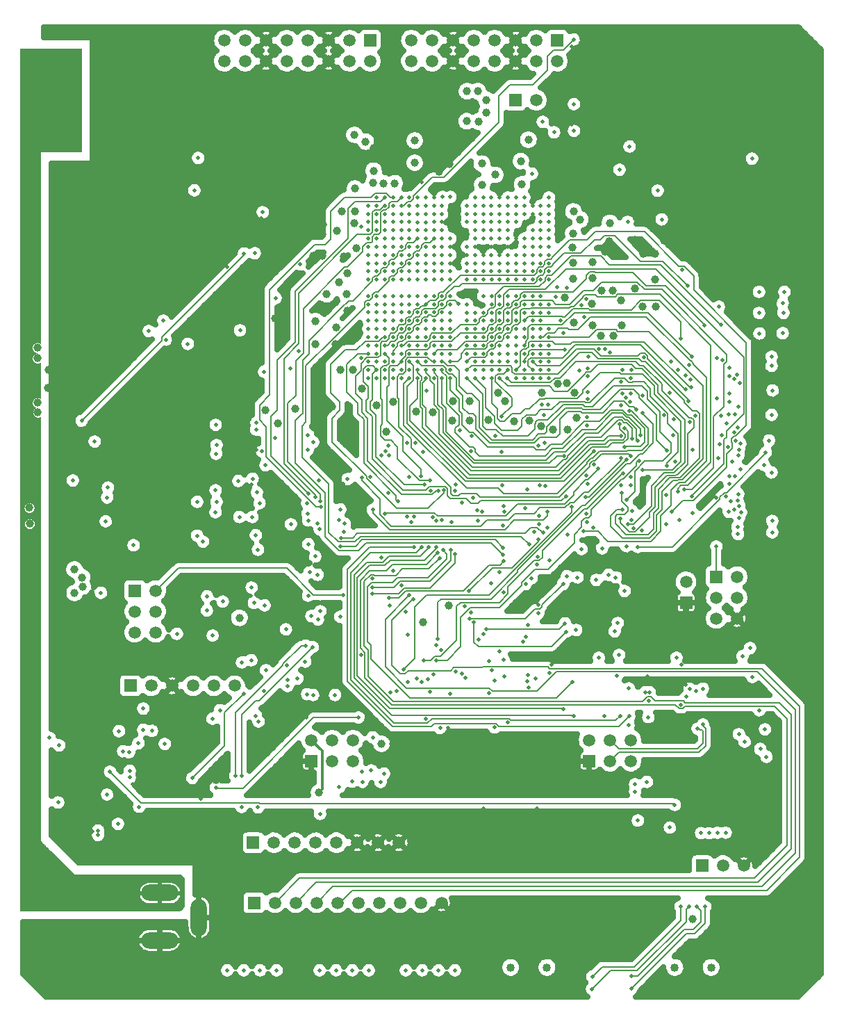
<source format=gbr>
G04 #@! TF.GenerationSoftware,KiCad,Pcbnew,5.0.0-rc2-dev-unknown-d35a6f1~64~ubuntu18.04.1*
G04 #@! TF.CreationDate,2018-05-21T11:58:17+02:00*
G04 #@! TF.ProjectId,Cryptech Alpha,437279707465636820416C7068612E6B,rev?*
G04 #@! TF.SameCoordinates,Original*
G04 #@! TF.FileFunction,Copper,L6,Inr,Mixed*
G04 #@! TF.FilePolarity,Positive*
%FSLAX46Y46*%
G04 Gerber Fmt 4.6, Leading zero omitted, Abs format (unit mm)*
G04 Created by KiCad (PCBNEW 5.0.0-rc2-dev-unknown-d35a6f1~64~ubuntu18.04.1) date Mon May 21 11:58:17 2018*
%MOMM*%
%LPD*%
G01*
G04 APERTURE LIST*
%ADD10C,1.500000*%
%ADD11R,1.500000X1.500000*%
%ADD12C,1.016000*%
%ADD13O,2.000000X4.500000*%
%ADD14O,4.500000X2.000000*%
%ADD15C,0.500000*%
%ADD16C,1.000000*%
%ADD17C,0.600000*%
%ADD18C,0.150000*%
%ADD19C,0.164000*%
%ADD20C,0.300000*%
%ADD21C,0.200000*%
%ADD22C,0.050000*%
%ADD23C,0.700000*%
G04 APERTURE END LIST*
D10*
X36580000Y-6000000D03*
X54360000Y-6000000D03*
X51820000Y-6000000D03*
X49280000Y-6000000D03*
X46740000Y-6000000D03*
X44200000Y-6000000D03*
X41660000Y-6000000D03*
X39120000Y-6000000D03*
X34040000Y-6000000D03*
D11*
X31500000Y-6000000D03*
X84160740Y30530000D03*
D10*
X84160740Y33070000D03*
D12*
X67209800Y-13884000D03*
X62800000Y-13884000D03*
X82800000Y-13884000D03*
X87209800Y-13884000D03*
D10*
X29133790Y20421600D03*
X26593790Y20421600D03*
X24053790Y20421600D03*
X21513790Y20421600D03*
X18973790Y20421600D03*
D11*
X16433790Y20421600D03*
X38506390Y11252200D03*
D10*
X38506390Y13792200D03*
X41046390Y11252200D03*
X41046390Y13792200D03*
X43586390Y11252200D03*
X43586390Y13792200D03*
X77444590Y13792200D03*
X77444590Y11252200D03*
X74904590Y13792200D03*
X74904590Y11252200D03*
X72364590Y13792200D03*
D11*
X72364590Y11252200D03*
D13*
X24800000Y-7800000D03*
D14*
X20000000Y-10600000D03*
X20000000Y-4800000D03*
D10*
X65916800Y91744800D03*
D11*
X63376800Y91744800D03*
X87847000Y33705800D03*
D10*
X90387000Y33705800D03*
X87847000Y31165800D03*
X90387000Y31165800D03*
X87847000Y28625800D03*
X90387000Y28625800D03*
X91219330Y-1500000D03*
X88679330Y-1500000D03*
D11*
X86139330Y-1500000D03*
X16980000Y32015000D03*
D10*
X19520000Y32015000D03*
X16980000Y29475000D03*
X19520000Y29475000D03*
X16980000Y26935000D03*
X19520000Y26935000D03*
X49190000Y1300000D03*
D11*
X31410000Y1300000D03*
D10*
X33950000Y1300000D03*
X36490000Y1300000D03*
X39030000Y1300000D03*
X41570000Y1300000D03*
X44110000Y1300000D03*
X46650000Y1300000D03*
X50692990Y96494600D03*
X50692990Y99034600D03*
X53232990Y96494600D03*
X53232990Y99034600D03*
X55772990Y96494600D03*
X55772990Y99034600D03*
X58312990Y96494600D03*
X58312990Y99034600D03*
X60852990Y96494600D03*
X60852990Y99034600D03*
X63392990Y96494600D03*
X63392990Y99034600D03*
X65932990Y96494600D03*
X65932990Y99034600D03*
X68472990Y96494600D03*
D11*
X68472990Y99034600D03*
X45689190Y99034600D03*
D10*
X45689190Y96494600D03*
X43149190Y99034600D03*
X43149190Y96494600D03*
X40609190Y99034600D03*
X40609190Y96494600D03*
X38069190Y99034600D03*
X38069190Y96494600D03*
X35529190Y99034600D03*
X35529190Y96494600D03*
X32989190Y99034600D03*
X32989190Y96494600D03*
X30449190Y99034600D03*
X30449190Y96494600D03*
X27909190Y99034600D03*
X27909190Y96494600D03*
D15*
X50446300Y77889100D03*
X48440000Y69888100D03*
X47449000Y69888100D03*
X46433100Y69888100D03*
X58453420Y69892820D03*
X54434100Y69888100D03*
X54434100Y67889500D03*
X54434100Y66889500D03*
X54434100Y70904100D03*
X53443500Y69888100D03*
X59453420Y67884780D03*
X53443500Y66889500D03*
X53443500Y70904100D03*
X52452900Y69888100D03*
X53443500Y71894700D03*
X53443500Y65889500D03*
X54434100Y72885300D03*
X52452900Y71894700D03*
X53443500Y72885300D03*
X52452900Y65889500D03*
X53443500Y64889500D03*
X51436900Y69888100D03*
X51436900Y67889500D03*
X51436900Y70904100D03*
X54434100Y73901300D03*
X52452900Y72885300D03*
X53443500Y63889500D03*
X51436900Y65889500D03*
X50446300Y67889500D03*
X62453420Y69892820D03*
X62453420Y67884780D03*
X52452900Y63889500D03*
X50446300Y66889500D03*
X58448700Y74891900D03*
X50446300Y70904100D03*
X54434100Y74891900D03*
X52452900Y73901300D03*
X62448700Y70904100D03*
X51436900Y64889500D03*
X50446300Y71894700D03*
X50446300Y65889500D03*
X59448700Y74891900D03*
X62448700Y71894700D03*
X62453420Y65884780D03*
X51436900Y63889500D03*
X51436900Y73901300D03*
X49455700Y67889500D03*
X50446300Y72885300D03*
X52452900Y62889500D03*
X50446300Y64889500D03*
X60448700Y74891900D03*
X63453420Y69892820D03*
X62453420Y64884770D03*
X58448700Y75882500D03*
X49455700Y70904100D03*
X58453420Y61884780D03*
X63453420Y66884780D03*
X54434100Y61889500D03*
X53443500Y61889500D03*
X63448700Y71894700D03*
X63453420Y65884780D03*
X61448700Y74891900D03*
X61453430Y62884780D03*
X62453420Y63884770D03*
X50446300Y73901300D03*
X51436900Y62889500D03*
X49455700Y72885300D03*
X49455700Y64889500D03*
X60448700Y75882500D03*
X52452900Y61889500D03*
X63448700Y72885300D03*
X64453420Y69892820D03*
X57448700Y76898500D03*
X64453420Y66884780D03*
X64448700Y70904100D03*
X48439700Y66889500D03*
X58448700Y76898500D03*
X48439700Y70904100D03*
X50446300Y62889500D03*
X62448700Y74891900D03*
X62453420Y62884780D03*
X49455700Y63889500D03*
X49455700Y73901300D03*
X51436900Y75882500D03*
X64448700Y71894700D03*
X59453420Y60884780D03*
X64453420Y65884780D03*
X63453420Y63884770D03*
X48439700Y71894700D03*
X48439700Y65889500D03*
X59448700Y76898500D03*
X52452900Y60889500D03*
X64448700Y72885300D03*
X48439700Y72885300D03*
X48439700Y64889500D03*
X49455700Y74891900D03*
X49455700Y62889500D03*
X62448700Y75882500D03*
X57448700Y77889100D03*
X65453430Y69892820D03*
X65453430Y67884780D03*
X47449100Y66889500D03*
X65453430Y66884780D03*
X65448700Y70904100D03*
X61453430Y60884780D03*
X64453420Y63884770D03*
X61448700Y76898500D03*
X64448700Y73901300D03*
X47449100Y71894700D03*
X47449100Y65889500D03*
X59448700Y77889100D03*
X59453420Y59884770D03*
X49455700Y75882500D03*
X47449100Y72885300D03*
X60448700Y77889100D03*
X65448700Y72885300D03*
X60453420Y59884770D03*
X65453430Y64884770D03*
X64448700Y74891900D03*
X62453420Y60884780D03*
X48439700Y74891900D03*
X62448700Y76898500D03*
X66453420Y67884780D03*
X46433100Y67889500D03*
X57448700Y78905100D03*
X47449100Y63889500D03*
X61448700Y77889100D03*
X47449100Y73901300D03*
X58453420Y58884780D03*
X66453420Y66884780D03*
X66448700Y70904100D03*
X65453430Y63884770D03*
X65448700Y73901300D03*
X58448700Y78905100D03*
X46433100Y70904100D03*
X66448700Y71894700D03*
X66453420Y65884780D03*
X46433100Y71894700D03*
X59448700Y78905100D03*
X48439700Y75882500D03*
X63453420Y60884780D03*
X63448700Y76898500D03*
X47449100Y74891900D03*
X66448700Y72885300D03*
X65448700Y74891900D03*
X66453420Y64884770D03*
X60448700Y78905100D03*
X67453420Y69892820D03*
X45442500Y67889500D03*
X66448700Y73901300D03*
X46433100Y63889500D03*
X61448700Y78905100D03*
X46433100Y73901300D03*
X58448700Y79895700D03*
X45442500Y70904100D03*
X67448700Y70904100D03*
X64453420Y60884780D03*
X65448700Y75882500D03*
X63448700Y77889100D03*
X45442500Y71894700D03*
X67448700Y71894700D03*
X67453420Y65884780D03*
X46433100Y74891900D03*
X50446300Y78905100D03*
X46433100Y62889500D03*
X62448700Y78905100D03*
X45442500Y72885300D03*
X60448700Y79895700D03*
X64448700Y77889100D03*
X47449100Y76898500D03*
X48439700Y77889100D03*
X45442500Y73901300D03*
X67448700Y73901300D03*
X66448700Y75882500D03*
X46433100Y75882500D03*
X63448700Y78905100D03*
X67448700Y74891900D03*
X62448700Y79895700D03*
X66448700Y76898500D03*
X46433100Y60889500D03*
X64448700Y78905100D03*
X46433100Y76898500D03*
X45442500Y75882500D03*
X67448700Y75882500D03*
X45442500Y61889500D03*
X66448700Y77889100D03*
X66453420Y59884770D03*
X64448700Y79895700D03*
X45442500Y76898500D03*
X67448700Y76898500D03*
X66448700Y78905100D03*
X45442500Y78905100D03*
X67448700Y78905100D03*
X67448700Y79895700D03*
X51475000Y76875000D03*
X52450000Y76875000D03*
X63453420Y62884780D03*
X75850000Y28075000D03*
X47025000Y36050000D03*
X37750000Y23375000D03*
X24585000Y42815000D03*
X76675000Y31975000D03*
X56100000Y44900000D03*
D16*
X52125000Y28150000D03*
D15*
X65350000Y33525000D03*
X71425000Y37075000D03*
X70500000Y91250000D03*
X92207800Y84632800D03*
X66000000Y5500000D03*
D16*
X60660000Y-14963590D03*
X80500000Y-9536420D03*
X89500000Y-15000000D03*
X89487400Y-9500000D03*
X80660000Y-15067780D03*
X69488400Y-15000000D03*
X69488400Y-9000000D03*
X60500000Y-9413610D03*
X85000000Y-8000000D03*
X66500000Y-9000000D03*
X35750000Y-16750000D03*
X57500000Y-16800000D03*
X48750000Y-16750000D03*
X47000000Y-16750000D03*
X37982000Y-16750000D03*
X27000000Y-16800000D03*
D15*
X30530800Y-9000000D03*
X30750000Y-1500000D03*
X8250000Y2654120D03*
X11772170Y2692730D03*
D16*
X43593770Y52492120D03*
D15*
X84554130Y15100740D03*
X87550000Y15025000D03*
X88679330Y15000730D03*
X89125000Y19525000D03*
X12100590Y12500610D03*
X16700000Y8425000D03*
X13550000Y4400000D03*
X11125000Y7400000D03*
X79450000Y21550000D03*
X69113400Y12736600D03*
X51436900Y77889100D03*
D16*
X46125000Y85949990D03*
X40950000Y87500000D03*
X47175000Y87350000D03*
X48700000Y87325000D03*
D15*
X55450100Y75882500D03*
X57448700Y75882500D03*
X72202200Y58097800D03*
X52550000Y56400000D03*
D16*
X55225000Y30175000D03*
D15*
X57453420Y67884780D03*
X58453420Y67884780D03*
X57448700Y70904100D03*
X58453420Y66884780D03*
X55450100Y71894700D03*
X59453420Y69892820D03*
X57453420Y65884780D03*
X58448700Y71894700D03*
X59453420Y66884780D03*
X54434100Y65889500D03*
X59448700Y70904100D03*
X52452900Y67889500D03*
X57448700Y72885300D03*
X55445380Y64884770D03*
X60453420Y69892820D03*
X59453420Y65884780D03*
X52452900Y70904100D03*
X58453420Y64884770D03*
X60453420Y66884780D03*
X59448700Y72885300D03*
X60448700Y71894700D03*
X57453420Y63884770D03*
X61453430Y67884780D03*
X55450100Y73901300D03*
X61448700Y70904100D03*
X51436900Y66889500D03*
X58448700Y73901300D03*
X60453420Y64884770D03*
X59453420Y63884770D03*
X61453430Y65884780D03*
X53443500Y73901300D03*
X59448700Y73901300D03*
X57448700Y74891900D03*
X61448700Y72885300D03*
X62453420Y66884780D03*
X60448700Y73901300D03*
X53443500Y62889500D03*
X61453430Y63884770D03*
X61448700Y73901300D03*
X49455700Y69888100D03*
X57453420Y61884780D03*
X63453420Y67884780D03*
X49455700Y66889500D03*
X63448700Y70904100D03*
X49455700Y71894700D03*
X59448700Y75882500D03*
X59453420Y61884780D03*
X50446300Y63889500D03*
X62448700Y73901300D03*
X60453420Y61884780D03*
X55450100Y76898500D03*
X48439700Y67889500D03*
X54434100Y76898500D03*
X50446300Y74891900D03*
X61448700Y75882500D03*
X61453430Y61884780D03*
X63448700Y73901300D03*
X60453420Y60884780D03*
X60448700Y76898500D03*
X55450100Y77889100D03*
X50446300Y61889500D03*
X63448700Y74891900D03*
X58448700Y77889100D03*
X65453430Y65884780D03*
X63448700Y75882500D03*
X47449100Y64889500D03*
X52452900Y59889500D03*
X64453420Y62884780D03*
X55445380Y58884780D03*
X66453420Y69892820D03*
X55450100Y78905100D03*
X49455700Y60889500D03*
X64448700Y75882500D03*
X48439700Y61889500D03*
X62448700Y77889100D03*
X46433100Y72885300D03*
X45442500Y69888100D03*
X57448700Y79895700D03*
X64448700Y76898500D03*
X48439700Y76898500D03*
X47449100Y75882500D03*
X63453420Y59884770D03*
X59453420Y57884780D03*
X59448700Y79895700D03*
X67448700Y72885300D03*
X48439700Y59889500D03*
X65448700Y76898500D03*
X61448700Y79895700D03*
X49455700Y58889500D03*
X46433100Y61889500D03*
X65448700Y77889100D03*
X48439700Y78905100D03*
X67453420Y61884780D03*
X63448700Y79895700D03*
X65448700Y78905100D03*
X66453420Y58884780D03*
X65448700Y79895700D03*
X45442500Y58889500D03*
X66448700Y79895700D03*
X46431200Y78909800D03*
X56413400Y79959200D03*
D16*
X7250000Y82000000D03*
X8250000Y82000000D03*
X9250000Y82000000D03*
X10250000Y82000000D03*
X11250000Y82000000D03*
X12250000Y82000000D03*
X13250000Y82000000D03*
X14250000Y82000000D03*
X15250000Y82000000D03*
X16250000Y82000000D03*
X17250000Y82000000D03*
X18250000Y82000000D03*
X18250000Y80750000D03*
X17250000Y80750000D03*
X16250000Y80750000D03*
X15250000Y80750000D03*
X14250000Y80750000D03*
X13250000Y80750000D03*
X12250000Y80750000D03*
X11250000Y80750000D03*
X10250000Y80750000D03*
X9250000Y80750000D03*
X8250000Y80750000D03*
X7250000Y80750000D03*
X18250000Y79500000D03*
X17250000Y79500000D03*
X16250000Y79500000D03*
X15250000Y79500000D03*
X14250000Y79500000D03*
X13250000Y79500000D03*
X12250000Y79500000D03*
X11250000Y79500000D03*
X10250000Y79500000D03*
X9250000Y79500000D03*
X8250000Y79500000D03*
X7250000Y79500000D03*
X18250000Y78250000D03*
X17250000Y78250000D03*
X16250000Y78250000D03*
X15250000Y78250000D03*
X14250000Y78250000D03*
X13250000Y78250000D03*
X12250000Y78250000D03*
X11250000Y78250000D03*
X10250000Y78250000D03*
X9250000Y78250000D03*
X8250000Y78250000D03*
X7250000Y78250000D03*
X18250000Y77000000D03*
X17250000Y77000000D03*
X16250000Y77000000D03*
X15250000Y77000000D03*
X14250000Y77000000D03*
X13250000Y77000000D03*
X12250000Y77000000D03*
X11250000Y77000000D03*
X10250000Y77000000D03*
X9250000Y77000000D03*
X8250000Y77000000D03*
X7250000Y77000000D03*
X18250000Y75750000D03*
X17250000Y75750000D03*
X16250000Y75750000D03*
X15250000Y75750000D03*
X14250000Y75750000D03*
X13250000Y75750000D03*
X12250000Y75750000D03*
X11250000Y75750000D03*
X10250000Y75750000D03*
X9250000Y75750000D03*
X8250000Y75750000D03*
X7250000Y75750000D03*
X18250000Y74500000D03*
X17250000Y74500000D03*
X16250000Y74500000D03*
X15250000Y74500000D03*
X14250000Y74500000D03*
X13250000Y74500000D03*
X12250000Y74500000D03*
X11250000Y74500000D03*
X10250000Y74500000D03*
X9250000Y74500000D03*
X8250000Y74500000D03*
X7250000Y74500000D03*
X39025000Y62075000D03*
X41475000Y62025000D03*
X41050000Y54450000D03*
X51300000Y53800000D03*
X55700000Y52700000D03*
X55775000Y55075000D03*
X67950000Y51650000D03*
X69750040Y51650000D03*
X70500000Y64675000D03*
X72750000Y64300000D03*
X76325000Y64300000D03*
X73825000Y63050000D03*
X75325000Y63050000D03*
X70375000Y71950000D03*
X72750000Y72025000D03*
X80400000Y73050000D03*
X78975000Y73025000D03*
X77925000Y74700000D03*
X81450000Y74625000D03*
X70350000Y73825000D03*
X74825000Y74525000D03*
X69275000Y80925000D03*
X68125000Y81450000D03*
X62875000Y82675000D03*
X55350000Y81525000D03*
X55325000Y84000000D03*
X62200000Y86850000D03*
X61000000Y85575000D03*
X54025000Y85750000D03*
X54025000Y83050000D03*
X49725000Y86075000D03*
X52300000Y89200000D03*
X50925000Y89175000D03*
X50925000Y92800000D03*
X52300000Y92775000D03*
X49925000Y91725000D03*
X49950000Y90275000D03*
X39525000Y86450000D03*
X42075010Y80975000D03*
X42200000Y78175000D03*
X42450000Y72675000D03*
X42875000Y66100000D03*
X40350000Y66375000D03*
X38775000Y76600000D03*
X39900000Y76600000D03*
X40375000Y79200000D03*
X38775000Y72825000D03*
X39825000Y72800000D03*
X38750000Y75425000D03*
X39875000Y75375000D03*
X24275000Y99850000D03*
X24275000Y98350000D03*
X24275000Y94850000D03*
X24275000Y93350000D03*
X24275000Y89850000D03*
X24275000Y88250000D03*
X5150000Y53724980D03*
X5100000Y54900000D03*
X6400000Y56700000D03*
X7700000Y56700000D03*
X7800000Y58900000D03*
X6500000Y58900000D03*
X5100000Y61600000D03*
X5100000Y60300000D03*
X12100000Y67900000D03*
X12100000Y66500000D03*
X13800000Y69600000D03*
X32900000Y54000000D03*
X36500000Y54200000D03*
X24800000Y51400000D03*
X24800000Y49900000D03*
X24800000Y47000000D03*
X24800000Y45500000D03*
X7200000Y40150000D03*
X7200000Y42100000D03*
X4150000Y40150000D03*
X4100000Y42100000D03*
X29750000Y24450000D03*
X92300000Y6200000D03*
X86425000Y5075000D03*
X74850000Y8475000D03*
X48275000Y8500000D03*
X26850000Y8975000D03*
X7750000Y17050000D03*
X25275000Y16900000D03*
X43549990Y51350000D03*
X74300000Y73300000D03*
D15*
X94100000Y62000000D03*
X93300000Y57800000D03*
X94600000Y58400000D03*
X94600000Y55400000D03*
X94600000Y52400000D03*
X94676800Y45423200D03*
X94795600Y41495600D03*
X93500000Y38100000D03*
X79000000Y60400000D03*
X77505400Y58894600D03*
X77424400Y56024400D03*
X73556800Y61456800D03*
X72128800Y52128800D03*
X60934600Y50865400D03*
X56588800Y51511200D03*
X50147600Y50052400D03*
X39717600Y50082400D03*
X31235800Y44935800D03*
X29821800Y41978200D03*
X29550000Y38550000D03*
X29417600Y36717600D03*
X27207800Y33007800D03*
X27550000Y32050000D03*
X31123000Y31377000D03*
X32700000Y39300000D03*
X39200000Y21400000D03*
X37800000Y21600000D03*
X40470200Y20729800D03*
D16*
X48450000Y13350000D03*
D15*
X55186200Y15313800D03*
X62400000Y15951200D03*
X67529000Y21971000D03*
X68584000Y23684000D03*
X67792600Y23007400D03*
X66156600Y30243400D03*
X66038400Y35161600D03*
X66285400Y41114600D03*
X65042800Y88442800D03*
X87923600Y60326400D03*
X89416000Y59166000D03*
X89454200Y56045800D03*
X88423600Y53326400D03*
X89487400Y45987400D03*
X89398000Y40648000D03*
X88439200Y39310800D03*
X48439700Y57889500D03*
D16*
X63200000Y52650000D03*
X60100000Y52800000D03*
D15*
X72150000Y55375000D03*
X58000000Y50825000D03*
X81450000Y53375000D03*
X72007600Y41392400D03*
X87800000Y43324000D03*
X43900000Y62875000D03*
X77453780Y45852240D03*
D16*
X66478240Y52027540D03*
X65053170Y52702570D03*
D15*
X72157800Y45042200D03*
X72117400Y38182600D03*
X78810800Y39310800D03*
X84599400Y11125600D03*
X81300000Y11150000D03*
X86131400Y10168600D03*
X89525000Y9425000D03*
X88100000Y10300000D03*
X89600000Y10275000D03*
X93163400Y19813400D03*
X88032000Y24968000D03*
X89032000Y24032000D03*
X83635400Y23039600D03*
X79655400Y18619600D03*
X83546400Y18103600D03*
X79600000Y15597000D03*
X81050000Y14900000D03*
X74225000Y16700000D03*
X12875000Y27375000D03*
X13000000Y23050000D03*
X12625000Y21175000D03*
X26600000Y24550000D03*
X51816000Y12559000D03*
X36000000Y15825000D03*
X19889200Y3689200D03*
X20750000Y7697600D03*
X21500000Y9225000D03*
X20625000Y11228200D03*
X22325000Y11375000D03*
X20686390Y12336400D03*
X8564000Y6886000D03*
X13575000Y2850000D03*
X53725000Y11975000D03*
X17225000Y4500000D03*
X17170000Y3000000D03*
X12717200Y15782800D03*
X73500000Y95250000D03*
X73500000Y90000000D03*
X73500000Y88000000D03*
X73500000Y82750000D03*
X77500000Y78750000D03*
X82250000Y78750000D03*
X85000000Y78750000D03*
X90000000Y78750000D03*
X94000000Y82750000D03*
X93954600Y92647600D03*
X90000000Y99250000D03*
X85000000Y99250000D03*
X82500000Y99250000D03*
X77500000Y99250000D03*
X76500000Y96250000D03*
X80000000Y96250000D03*
X83250000Y96250000D03*
X76500000Y93500000D03*
X80000000Y93500000D03*
X83250000Y93500000D03*
X76500000Y90750000D03*
X80000000Y90750000D03*
X76500000Y81500000D03*
X87000000Y83250000D03*
X92000000Y81250000D03*
X92250000Y96250000D03*
X94000000Y95250000D03*
X94000000Y90000000D03*
X94000000Y88000000D03*
X87000000Y96250000D03*
X70250000Y92500000D03*
X70250000Y98250000D03*
X70750000Y96338800D03*
X71500000Y85250000D03*
X71500000Y84000000D03*
X27200000Y84700000D03*
X27500000Y78100000D03*
X26831200Y71831200D03*
X28194000Y71431000D03*
X26050000Y74900000D03*
D16*
X25525000Y79000000D03*
X31525000Y82500000D03*
X32000000Y94000000D03*
X37000000Y94000000D03*
X44250000Y94000000D03*
D15*
X35375000Y81625000D03*
X30169400Y76344400D03*
X31580600Y76344400D03*
X30200000Y77300000D03*
X23225000Y63625000D03*
X23617800Y65082200D03*
X14833600Y48408600D03*
X14475000Y40625000D03*
X16217800Y41232200D03*
X32350000Y77375000D03*
X51970900Y81785740D03*
X53467000Y79925800D03*
X52451000Y74887200D03*
X51460400Y71890000D03*
X45448600Y66878200D03*
X68875000Y64900000D03*
X22150000Y48850000D03*
X21680000Y41545000D03*
X20125000Y40400000D03*
X40125000Y51675000D03*
X31823000Y49123000D03*
X50000000Y29475000D03*
X53275000Y40975000D03*
X76725000Y29075000D03*
X94239400Y72110600D03*
X91325000Y74000000D03*
D16*
X48450000Y55000000D03*
D15*
X44602400Y76352400D03*
D16*
X42875000Y70675000D03*
D15*
X68300000Y67775000D03*
D16*
X35400000Y65200000D03*
X31500000Y65200000D03*
X34100000Y65200000D03*
X31550000Y63475000D03*
X70800000Y53025000D03*
D15*
X35925000Y59100000D03*
D16*
X34425000Y52400000D03*
X42100000Y52675000D03*
D15*
X32600000Y29100000D03*
X44550000Y24225000D03*
X80125000Y29750000D03*
X82346800Y32003200D03*
X68264800Y30810200D03*
X71100000Y31975000D03*
X71625000Y29750000D03*
X73050000Y29800000D03*
D16*
X43725000Y76800000D03*
D15*
X70225000Y88750000D03*
X70144800Y89419800D03*
X70125000Y90075000D03*
X70225000Y82350000D03*
X15900780Y40426970D03*
D16*
X24617800Y82092800D03*
D15*
X67550000Y35675000D03*
X77503780Y40626980D03*
X78850000Y43750000D03*
X37875000Y16575000D03*
X42375000Y45025000D03*
X10850000Y35875000D03*
X16579200Y11375000D03*
X80350000Y10525000D03*
X85104150Y7750380D03*
X21076030Y4675230D03*
X25051220Y6675330D03*
X88135400Y15286200D03*
X84135120Y20567680D03*
D17*
X11745800Y41747200D03*
X11745800Y42347200D03*
X11745800Y42947200D03*
X11145800Y42947200D03*
X11145800Y42347200D03*
X11145800Y41747200D03*
X9945800Y41747200D03*
X9945800Y42347200D03*
X9945800Y42947200D03*
X10545800Y42947190D03*
X10545800Y42347190D03*
X10545800Y41747200D03*
X35758400Y75905600D03*
X35758400Y75305610D03*
X35758400Y74705610D03*
X36358400Y74705600D03*
X36358400Y75305600D03*
X36358400Y75905600D03*
X35158400Y75905600D03*
X35158400Y75305600D03*
X35158400Y74705600D03*
X34558400Y74705600D03*
X34558400Y75305600D03*
X34558400Y75905600D03*
X23509200Y54455200D03*
X23509200Y55055200D03*
X23509200Y55655200D03*
X22909200Y55655200D03*
X22909200Y55055200D03*
X22909200Y54455200D03*
X24109200Y54455210D03*
X24109200Y55055200D03*
X24109200Y55655200D03*
X24709200Y55655200D03*
X24709200Y55055200D03*
X24709200Y54455200D03*
X23509200Y56255200D03*
X23509200Y56855200D03*
X23509200Y57455200D03*
X22909200Y57455200D03*
X22909200Y56855200D03*
X22909200Y56255200D03*
X24109200Y56255210D03*
X24109200Y56855200D03*
X24109200Y57455200D03*
X24709200Y57455200D03*
X24709200Y56855200D03*
X24709200Y56255200D03*
X29234200Y59830200D03*
X29234200Y60430200D03*
X28634200Y60430200D03*
X28634200Y59830200D03*
X29834200Y59830200D03*
X29834200Y60430200D03*
X30434200Y60430200D03*
X30434200Y59830200D03*
X24709200Y58055210D03*
X24709200Y58655200D03*
X24709200Y59255200D03*
X24109200Y59255200D03*
X24109200Y58655200D03*
X24109200Y58055210D03*
X22909200Y58055210D03*
X22909200Y58655200D03*
X22909200Y59255200D03*
X23509200Y59255200D03*
X23509200Y58655200D03*
X23509200Y58055200D03*
D15*
X61000000Y8475000D03*
X61000000Y2000000D03*
X59500000Y5500000D03*
X48500000Y34425000D03*
X55550000Y40375000D03*
X45925000Y33475000D03*
X37982000Y42621260D03*
X66313640Y44843000D03*
X46000000Y41875000D03*
X67250000Y41600000D03*
X48002340Y31126520D03*
X64800000Y44350000D03*
X61975000Y35600000D03*
X61725000Y44875000D03*
X42025000Y37425000D03*
X61850000Y37250000D03*
X45975000Y14125000D03*
X41900000Y8075000D03*
X47352310Y9725470D03*
X46925000Y8700000D03*
X45800000Y10100000D03*
X44727180Y8725430D03*
X43450000Y8750000D03*
X44625000Y9925000D03*
X53925000Y36600000D03*
X54125000Y35950000D03*
X50427460Y31451530D03*
X50925000Y31000000D03*
X88993380Y2527420D03*
X52675000Y21200000D03*
X87997700Y2527420D03*
X56050000Y22150000D03*
X86998520Y2477410D03*
X56825000Y21925000D03*
X86000000Y2477410D03*
X57300000Y21400000D03*
X58175000Y43325000D03*
X56875000Y42700000D03*
X54402650Y40626980D03*
X53752660Y40497330D03*
X47449100Y78905100D03*
X50975000Y41000000D03*
X39025000Y43400000D03*
X47449100Y79895700D03*
X38126860Y43852140D03*
X47902340Y43877140D03*
X49455700Y79895700D03*
X39575000Y42900000D03*
X50152450Y41002000D03*
X48439700Y79895700D03*
X50650000Y40400000D03*
X39650000Y42225000D03*
X24000000Y9200000D03*
X30276480Y19475950D03*
X38650000Y25150000D03*
X45925000Y31650000D03*
X30026470Y9425460D03*
X56000000Y36425000D03*
X37800000Y25325000D03*
X45900000Y32375000D03*
X29238280Y9450000D03*
X55500000Y36950000D03*
X55452710Y19425950D03*
X44250000Y16550000D03*
X57975000Y29350000D03*
X26876310Y8025390D03*
X69175000Y32800000D03*
X57777820Y28551390D03*
X76125000Y16750000D03*
X51925000Y37300000D03*
X41400000Y19300000D03*
X48439700Y60889500D03*
X76050000Y83275000D03*
X56450000Y66925000D03*
X50446300Y59889500D03*
X90000000Y51300000D03*
X35400000Y27300000D03*
X72900000Y49000000D03*
X51436900Y57889500D03*
X90500000Y51900000D03*
X76700000Y51800000D03*
X39300000Y28500000D03*
X51436900Y58889500D03*
X76100000Y52300000D03*
X38500000Y28900000D03*
X89150000Y52350000D03*
X84625000Y52575000D03*
X51436900Y59889500D03*
X78103810Y54077640D03*
X32800000Y30200000D03*
X50446300Y57889500D03*
X38100000Y31400000D03*
X82654030Y52852580D03*
X77228770Y53902630D03*
X54434100Y58889500D03*
X39600000Y29500000D03*
X88504320Y50952490D03*
X78603840Y50952490D03*
X78290380Y50290380D03*
X90200000Y50300000D03*
X54434100Y57889500D03*
X45700000Y45900000D03*
X47900000Y49700000D03*
X52452900Y58889500D03*
X77600000Y50500000D03*
X88225000Y49875000D03*
X47000000Y48500000D03*
X52452900Y57889500D03*
X89300000Y49500000D03*
X76253790Y50864570D03*
X47499900Y48999900D03*
X54434100Y59889500D03*
X84925000Y49125000D03*
X81825000Y49075000D03*
X48000000Y48500000D03*
X53443500Y58889500D03*
X82554030Y50952490D03*
X69275000Y48425000D03*
X90600000Y49200000D03*
X53443500Y59889500D03*
X42925000Y45600000D03*
X77425000Y48400000D03*
X58453420Y57884780D03*
X89800000Y47700000D03*
X81850000Y47225000D03*
X61450000Y34300000D03*
X66453420Y61884780D03*
X64625000Y32800000D03*
X76700000Y49500000D03*
X55445380Y57884780D03*
X90799820Y49899900D03*
X60450000Y32950000D03*
X60453420Y57884780D03*
X94300000Y50300000D03*
X78903850Y46677280D03*
X61975000Y31828260D03*
X59453420Y58884780D03*
X61900000Y42300000D03*
X60453420Y58884780D03*
X62000000Y41600000D03*
X61453430Y59884770D03*
X64553150Y42025000D03*
X46433100Y57889500D03*
X35600000Y20400000D03*
X45442500Y57889500D03*
X35600000Y21100000D03*
X36800000Y21300000D03*
X47449100Y57889500D03*
X46433100Y59889500D03*
X35500000Y22900000D03*
X45442500Y59889500D03*
X32700000Y19800000D03*
X48900000Y19800000D03*
X49455700Y57889500D03*
X48439700Y58889500D03*
X48100000Y19650000D03*
X57453420Y60884780D03*
X59350000Y41625000D03*
X61453430Y57884780D03*
X61825000Y39975000D03*
X90425000Y39775000D03*
X77100000Y40075000D03*
X62375000Y57875000D03*
X76150000Y40800000D03*
X65675000Y39200000D03*
X90625000Y40875000D03*
X90879430Y41527030D03*
X67453420Y62884780D03*
X76400000Y41900000D03*
X59475000Y26725000D03*
X66453420Y62884780D03*
X90675000Y42300000D03*
X71675000Y39275000D03*
X58900000Y26050000D03*
X57453420Y57884780D03*
X90425000Y43000000D03*
X76953760Y43102100D03*
X55975000Y44200000D03*
X57440220Y58884780D03*
X53025000Y44200000D03*
X90525000Y43725000D03*
X76325000Y43875000D03*
X57453420Y59884770D03*
X50377460Y45877240D03*
X83175000Y44050000D03*
X55445380Y59884770D03*
X52150000Y48900000D03*
X83950000Y44325000D03*
X49455700Y59889500D03*
X51875000Y45950000D03*
X84850000Y43475000D03*
X46433100Y58889500D03*
X52300000Y44900000D03*
X89054350Y43475000D03*
X69525000Y43475000D03*
X47449100Y60889500D03*
X52975000Y45400000D03*
X81711360Y43656990D03*
X89600000Y42900000D03*
X53950000Y44200000D03*
X52452900Y66889500D03*
X90025000Y41925000D03*
X82400000Y41600000D03*
X54627670Y44227160D03*
X47449100Y62889500D03*
X76250000Y44850000D03*
X83375000Y40650000D03*
X67453420Y58884780D03*
X85000000Y41450000D03*
X67025000Y44750000D03*
X67453420Y57884780D03*
X81750000Y40100000D03*
X66453420Y57884780D03*
X90500000Y38900000D03*
X77725000Y39625000D03*
X76900000Y37425000D03*
X65453430Y57884780D03*
X90575000Y54450000D03*
X76200000Y54575000D03*
X65453430Y59884770D03*
X84475000Y55075000D03*
X66900000Y50025000D03*
X65453430Y58884780D03*
X84075000Y56550000D03*
X66128230Y49652420D03*
X63453420Y58884780D03*
X84754140Y56752770D03*
X67353290Y54652670D03*
X90725000Y57325000D03*
X63449880Y57874880D03*
X76250000Y57425000D03*
X66875000Y53375000D03*
X76400000Y58925000D03*
X64900000Y21769670D03*
X90404410Y58327850D03*
X64453420Y59884770D03*
X69375000Y61325000D03*
X64775000Y20975000D03*
X84575000Y59500000D03*
X71175000Y58850000D03*
X64453420Y58884780D03*
X84879140Y60477950D03*
X64453420Y61884780D03*
X62003030Y21576050D03*
X82375000Y59900000D03*
X88600000Y60075000D03*
X74300000Y61425000D03*
X58453420Y60884780D03*
X61925000Y23600000D03*
X83225000Y58875000D03*
X60825000Y21075000D03*
X64453420Y64884770D03*
X83525000Y62675000D03*
X60500000Y22300000D03*
X84100000Y58200000D03*
X74875000Y61050000D03*
X55445380Y60884780D03*
X90000000Y57807000D03*
X60125000Y23425000D03*
X53443500Y60889500D03*
X84750000Y57725010D03*
X86400000Y64325000D03*
X47449100Y61889500D03*
X82175000Y56100000D03*
X84350000Y69125000D03*
X32068820Y16075000D03*
X49455700Y61889500D03*
X78900000Y55800000D03*
X88450000Y64375000D03*
X31728800Y16775000D03*
X31175000Y23525000D03*
X46433100Y64889500D03*
X76875000Y55525000D03*
X87900000Y55425000D03*
X76428730Y56027730D03*
X30050000Y23275000D03*
X46433100Y65889500D03*
X90100000Y53450000D03*
X93675000Y47300000D03*
X76471760Y46265120D03*
X52200000Y23550000D03*
X90137400Y45987410D03*
X78450000Y47850000D03*
X53725000Y23550000D03*
X85279160Y53302600D03*
X69700000Y38825000D03*
X53700000Y25400000D03*
X78875000Y53650000D03*
X89325000Y53450000D03*
X53900000Y26100000D03*
X63453420Y61884780D03*
X57200000Y30075000D03*
X58700000Y41823870D03*
X50446300Y60889500D03*
X58827870Y40551980D03*
X51436900Y60889500D03*
X62453420Y59884770D03*
X66575000Y54675000D03*
X57700000Y31950000D03*
X66175000Y38200000D03*
X62453420Y58884780D03*
X61653010Y53252600D03*
X64950000Y20225000D03*
X66725000Y39050000D03*
X72950000Y47350000D03*
X42150000Y38425000D03*
X64875000Y27800000D03*
X53350000Y21800000D03*
X88054300Y48177350D03*
X76900000Y47950000D03*
X71950000Y43425000D03*
X82825000Y47700000D03*
X67225000Y39650000D03*
X51377510Y21301040D03*
X93885400Y48810400D03*
X78300000Y37325000D03*
X54350000Y24800000D03*
X38975000Y36175000D03*
X38125000Y37650000D03*
X49750000Y22375000D03*
X70228430Y42252060D03*
X76228260Y48175000D03*
X90575000Y48525000D03*
X44625000Y45775000D03*
X47427310Y41402020D03*
X73450000Y46875000D03*
X90775000Y46775000D03*
X48439700Y63889500D03*
X25800000Y31300000D03*
X25775000Y29575000D03*
X45442500Y64889500D03*
X45442500Y65889500D03*
X55441360Y69896840D03*
X84500000Y-6500000D03*
X72725000Y-16500000D03*
X57448700Y73901300D03*
X22100000Y26750000D03*
X78275000Y4000000D03*
X50250000Y20900000D03*
X26900000Y48675000D03*
X39400000Y45425000D03*
X49455700Y78905100D03*
X70450000Y99125000D03*
X50446300Y76898500D03*
X65400000Y82800000D03*
X53443500Y75882500D03*
X54434100Y75882500D03*
X55448200Y79959200D03*
X54457600Y79959200D03*
X54434100Y77889100D03*
X54434100Y78905100D03*
X52452900Y79895700D03*
X52452900Y78905100D03*
X51436900Y79895700D03*
X52452900Y77889100D03*
X51436900Y78905100D03*
X53443500Y76898500D03*
X49455700Y77889100D03*
X46433100Y79895700D03*
X47449100Y77889100D03*
X45442500Y77889100D03*
X65453430Y62884780D03*
X69225000Y63425000D03*
X67453420Y63884770D03*
X45442500Y60889500D03*
X49075000Y42875000D03*
X77950000Y8400000D03*
X47449100Y58889500D03*
X51900000Y20850000D03*
X77975000Y7550000D03*
X55445380Y62884780D03*
X71409770Y66809780D03*
X88175000Y66575000D03*
X53443500Y74891900D03*
X65024990Y37656640D03*
X51436900Y74891900D03*
X61850000Y36375000D03*
X50446300Y75882500D03*
X52950000Y19675000D03*
X53443500Y77889100D03*
X52450000Y16375000D03*
X95952200Y63352200D03*
X55445380Y61884780D03*
X71775000Y65350000D03*
X96152200Y68401800D03*
X54434100Y64889500D03*
X68475000Y68975000D03*
X95952200Y67001800D03*
X54434100Y62889500D03*
X72050000Y67575000D03*
X96052200Y65834400D03*
X54434100Y63889500D03*
X69675000Y68889000D03*
X57453420Y62884780D03*
X58453420Y62884780D03*
X59453420Y62884780D03*
X55445380Y66884780D03*
X32900000Y47275000D03*
X42025000Y41900000D03*
X38275000Y34225000D03*
X41850000Y40650000D03*
X39275000Y33925000D03*
X42500000Y39150000D03*
X36000000Y40100000D03*
X39525000Y39475000D03*
X42575000Y40175000D03*
X49475000Y32650000D03*
X26475000Y26525000D03*
X55450100Y70904100D03*
X58448700Y70904100D03*
X55445380Y65884780D03*
X55450100Y72885300D03*
X57453420Y64884770D03*
X55424700Y67889500D03*
D16*
X47250000Y81625000D03*
X48650000Y81625000D03*
X46075000Y83150000D03*
X44000000Y73725000D03*
X51100000Y84125000D03*
X51100000Y86825000D03*
X46025000Y81650000D03*
X57802820Y55102690D03*
D15*
X57453420Y69892820D03*
X57453420Y66884780D03*
X57448700Y71894700D03*
X58453420Y65884780D03*
X60453420Y67884780D03*
X59448700Y71894700D03*
X58448700Y72885300D03*
X60448700Y70904100D03*
X59453420Y64884770D03*
X60453420Y65884780D03*
X61453430Y69892820D03*
X58453420Y63884770D03*
X61453430Y66884780D03*
X60448700Y72885300D03*
X61448700Y71894700D03*
X60453420Y63884770D03*
X61453430Y64884770D03*
D16*
X41825000Y69600000D03*
X40350000Y68100000D03*
X42800000Y68100000D03*
X43600000Y58924980D03*
X44675000Y56600000D03*
X57750000Y52725000D03*
X61225000Y56125000D03*
X75250000Y68550000D03*
X73875000Y68550000D03*
X76275000Y67375000D03*
X69425000Y67675000D03*
X77900000Y68825000D03*
X78900000Y66600000D03*
X80500000Y66575000D03*
X80350000Y69900000D03*
X70375000Y69975000D03*
X60900000Y82650000D03*
X59300000Y81450000D03*
X59275000Y84025000D03*
X57475000Y92825000D03*
X58800000Y92825000D03*
X59825000Y91775000D03*
X59850000Y90200000D03*
X57425000Y89175000D03*
X58850000Y89150000D03*
X72725000Y66950000D03*
X42050000Y58924980D03*
X72753550Y70078420D03*
D15*
X15050000Y14900000D03*
X38050000Y41400000D03*
X24575000Y38700000D03*
X32476580Y48952390D03*
X85400000Y19775000D03*
X86225000Y20075000D03*
X84600000Y20050000D03*
X93108400Y17433400D03*
X64653150Y26376290D03*
X90600000Y14525000D03*
X93800000Y15125000D03*
X64279110Y25785200D03*
X92250000Y21500000D03*
X93218000Y12718000D03*
X93968000Y11782000D03*
X91968000Y25032000D03*
X91032000Y24032000D03*
X83006000Y23844000D03*
X79725000Y19619600D03*
X79578000Y16597000D03*
X30000000Y5675000D03*
X32000000Y5625000D03*
X79171560Y19622870D03*
X84229700Y19084940D03*
X77173070Y15605840D03*
X15550000Y12450000D03*
X38100000Y40550000D03*
X25275000Y37975000D03*
X17425000Y13425000D03*
X16275000Y12325000D03*
X39225000Y40200000D03*
X18025000Y17650000D03*
X6571600Y14071600D03*
X7773400Y13176600D03*
X7621000Y6204000D03*
X12500000Y2800000D03*
X19069200Y14919200D03*
X27351200Y17426200D03*
X14940800Y3590800D03*
X26450000Y16400000D03*
X20638600Y13336400D03*
X39550000Y4800000D03*
X12516240Y2253300D03*
X13600000Y7175000D03*
X17512500Y5687500D03*
D16*
X39425000Y7402400D03*
D15*
X31825000Y52450000D03*
X31750000Y51625000D03*
X38050000Y49123000D03*
X34075000Y50600000D03*
X69575000Y27000000D03*
X58275000Y28129350D03*
X70525000Y16775000D03*
X87847000Y37378000D03*
X52775000Y37300000D03*
X53700000Y37275000D03*
X69175000Y17575000D03*
X75750000Y21675000D03*
X77200000Y20100000D03*
X77250000Y16700000D03*
X51050000Y37275000D03*
X69425000Y28025000D03*
X59825000Y27350000D03*
X70300000Y20875000D03*
X54527660Y36951800D03*
X69675000Y33775000D03*
X70925000Y33625000D03*
X66453420Y60884780D03*
X67453420Y59884770D03*
X70775000Y27225000D03*
X67453420Y60884780D03*
X74725000Y33925000D03*
X65453430Y61884780D03*
X73225000Y33325000D03*
X75475000Y27050000D03*
X73538600Y23825000D03*
X75600000Y33625000D03*
X73950000Y37175000D03*
X75996800Y24175000D03*
X29802200Y63725000D03*
X32750000Y58650000D03*
X45500000Y-14250000D03*
X41500000Y-14250000D03*
X39500000Y-14250000D03*
X43500000Y-14250000D03*
X34250000Y-14250000D03*
X30255000Y-14250000D03*
X28250000Y-14250000D03*
X32250000Y-14250000D03*
X83500000Y-6500000D03*
X72750000Y-15000000D03*
X52000000Y-14250000D03*
X56000000Y-14250000D03*
X54000000Y-14250000D03*
X50000000Y-14250000D03*
X85500000Y-6500000D03*
X77496220Y-14963590D03*
X86500000Y-6500000D03*
X77496220Y-16469460D03*
X16825000Y37525000D03*
X82200000Y3150000D03*
X24250000Y80750000D03*
X32975000Y22325000D03*
X45442500Y62889500D03*
X32000000Y37000000D03*
X30300000Y73075000D03*
X10498200Y52700000D03*
X23436600Y62069330D03*
X13610600Y43360600D03*
D16*
X8000000Y88514570D03*
X9500000Y88494600D03*
X9500000Y87000000D03*
X8000000Y87019970D03*
X8000000Y91439570D03*
X9500000Y91419600D03*
X9500000Y89925000D03*
X8000000Y89944970D03*
X8000000Y94439570D03*
X9500000Y94419600D03*
X9500000Y92925000D03*
X8000000Y92944970D03*
X8000000Y95944970D03*
X9500000Y95925000D03*
X9500000Y97419600D03*
X8000000Y97439570D03*
D15*
X70500000Y88000000D03*
X24700000Y84700000D03*
X31600000Y73100000D03*
X20750000Y62575000D03*
X13698400Y44551600D03*
X26825000Y44225000D03*
X26950000Y42800000D03*
X26801310Y41552030D03*
X42400000Y31500000D03*
X27700000Y30675000D03*
X60125000Y19500000D03*
X61450000Y24600000D03*
X85575000Y15200000D03*
X86229210Y15700770D03*
X16375000Y9250000D03*
X16375000Y10050000D03*
X82797720Y5925000D03*
X13950000Y9950000D03*
X37125000Y71750000D03*
X18675000Y63625000D03*
X20450000Y64900000D03*
X12090000Y50165000D03*
X13425000Y40450000D03*
X9425000Y45425000D03*
X32575000Y78100000D03*
D16*
X43750000Y87525000D03*
X45125000Y86700080D03*
D15*
X50446300Y79895700D03*
D16*
X62075000Y55075000D03*
D15*
X53443500Y67889500D03*
X54434100Y71894700D03*
X55445380Y63884770D03*
X52452900Y64889500D03*
X50446300Y69888100D03*
X55450100Y74891900D03*
X51436900Y72885300D03*
X62448700Y72885300D03*
X60453420Y62884780D03*
X49455700Y65889500D03*
X52452900Y75882500D03*
X63453420Y64884770D03*
X64453420Y67884780D03*
X51436900Y61889500D03*
X62453420Y61884780D03*
X47449100Y70904100D03*
X58453420Y59884770D03*
X48439700Y73901300D03*
X65448700Y71894700D03*
X48439700Y62889500D03*
X46433100Y66889500D03*
X53443500Y78905100D03*
X49455700Y76898500D03*
X61453430Y58884780D03*
X66453420Y63884770D03*
X67453420Y66884780D03*
X53443500Y57889500D03*
X50446300Y58889500D03*
X66448700Y74891900D03*
X65453430Y60884780D03*
X45442500Y63889500D03*
X45442500Y74891900D03*
X47449100Y59889500D03*
X46433100Y77889100D03*
X64453420Y57884780D03*
X67448700Y77889100D03*
D16*
X41500000Y64075000D03*
X53300000Y53725000D03*
X68550000Y57175000D03*
X66600000Y56100000D03*
X71275000Y77225000D03*
X74875000Y76800000D03*
X64175000Y81475000D03*
X64950000Y86925000D03*
X64025000Y84325000D03*
X43800000Y80975000D03*
X43825000Y78175000D03*
X41600000Y75825000D03*
X9625000Y34575000D03*
X10575000Y33600000D03*
X10625000Y32525000D03*
X9650000Y31725000D03*
X29725000Y28700000D03*
X47650000Y51350000D03*
X70400000Y75500000D03*
D15*
X94600000Y60500000D03*
X94600000Y59377200D03*
X94700000Y56400000D03*
X94600000Y53400000D03*
X94600000Y46400000D03*
X94695600Y40495600D03*
X94692000Y39108000D03*
X77405400Y57894600D03*
X77375600Y55024400D03*
X72202200Y59097800D03*
X72300000Y60500000D03*
X72200000Y56200000D03*
X72128800Y53128800D03*
X51147600Y50052400D03*
X31335800Y45635800D03*
X31321800Y40978200D03*
X29721800Y40978200D03*
X31223000Y32377000D03*
X38000000Y19400000D03*
X38700000Y19300000D03*
D16*
X47050000Y13350000D03*
D15*
X54186200Y15286200D03*
X60841000Y15341000D03*
X66156600Y29243400D03*
X66061600Y36161600D03*
X66285400Y40114600D03*
X68080000Y87820000D03*
X66700400Y89099600D03*
X89416000Y58166000D03*
X89454200Y55045800D03*
X89487400Y44987400D03*
D16*
X70600000Y56124990D03*
X69625000Y57250000D03*
X46425000Y54550000D03*
D15*
X54434100Y60889500D03*
X57975000Y49025000D03*
X61675000Y48950000D03*
X38717600Y50082400D03*
X72107600Y40392400D03*
X72825000Y39700000D03*
X77453780Y44852190D03*
X89379360Y41627030D03*
X72042200Y46042200D03*
X91291800Y13633200D03*
X12850000Y31750000D03*
X18009600Y15059600D03*
X80695800Y80725000D03*
X47455200Y67894200D03*
X38075000Y50975000D03*
X26838600Y52211400D03*
X26940200Y49734800D03*
X42025000Y28825000D03*
X93052200Y68402200D03*
X93052200Y65827200D03*
X93127200Y63327200D03*
X79400000Y8700000D03*
X83704080Y71053470D03*
X44552170Y60377950D03*
D16*
X39000000Y64825000D03*
D15*
X36975000Y61225000D03*
X34150000Y67650000D03*
X31850000Y43975000D03*
X32175000Y42675000D03*
X31726550Y38751890D03*
X31500000Y30500000D03*
X48050000Y30175000D03*
X50225000Y26675000D03*
X29595000Y45355000D03*
X65800000Y21275000D03*
X77572600Y41727400D03*
X77290800Y86090800D03*
D16*
X70450000Y78175000D03*
D15*
X77048600Y76920600D03*
X81207400Y77225000D03*
D18*
X46000000Y41475000D02*
X46000000Y41875000D01*
X63239600Y40589600D02*
X66739600Y40589600D01*
X66739600Y40589600D02*
X67253280Y41103280D01*
X67253280Y41103280D02*
X67253280Y41600000D01*
X46000000Y41475000D02*
X48025000Y39450000D01*
X48025000Y39450000D02*
X62100000Y39450000D01*
X62100000Y39450000D02*
X63239600Y40589600D01*
X49151520Y31126520D02*
X50000000Y31975000D01*
X50000000Y31975000D02*
X57053250Y31975000D01*
X48002340Y31126520D02*
X49151520Y31126520D01*
X61475000Y35100000D02*
X61975000Y35600000D01*
X57053250Y31975000D02*
X60178250Y35100000D01*
X60178250Y35100000D02*
X61475000Y35100000D01*
X42025000Y37425000D02*
X43900000Y37425000D01*
X43900000Y37425000D02*
X44675000Y38200000D01*
X44675000Y38200000D02*
X60900000Y38200000D01*
X60900000Y38200000D02*
X61850000Y37250000D01*
X92473690Y-3000000D02*
X96500000Y1026310D01*
X37040000Y-3000000D02*
X92473690Y-3000000D01*
X34040000Y-6000000D02*
X37040000Y-3000000D01*
X96500000Y1026310D02*
X96500000Y16425730D01*
X94975730Y17950000D02*
X96500000Y16425730D01*
X84064550Y17950000D02*
X94975730Y17950000D01*
X44450000Y24996750D02*
X45025000Y24421750D01*
X48425000Y35207000D02*
X52532000Y35207000D01*
X47622580Y34404580D02*
X48425000Y35207000D01*
X52532000Y35207000D02*
X53925000Y36600000D01*
X44450000Y24996750D02*
X44450000Y33275000D01*
X44450000Y33275000D02*
X45579580Y34404580D01*
X45579580Y34404580D02*
X47622580Y34404580D01*
X45025000Y21375000D02*
X45025000Y24421750D01*
X45025000Y21375000D02*
X48300000Y18100000D01*
X83349650Y17628600D02*
X83743150Y17628600D01*
X48300000Y18100000D02*
X82878250Y18100000D01*
X82878250Y18100000D02*
X83349650Y17628600D01*
X83743150Y17628600D02*
X84064550Y17950000D01*
X92931680Y-3539210D02*
X97000000Y529100D01*
X39040790Y-3539210D02*
X92931680Y-3539210D01*
X36580000Y-6000000D02*
X39040790Y-3539210D01*
X97000000Y529100D02*
X97000000Y16926200D01*
X95564670Y18361530D02*
X97000000Y16926200D01*
X84048100Y18361530D02*
X95564670Y18361530D01*
D19*
X47125000Y33875000D02*
X48825000Y33875000D01*
D18*
X46196750Y33875000D02*
X47125000Y33875000D01*
X46121750Y33950000D02*
X46196750Y33875000D01*
X45728250Y33950000D02*
X46121750Y33950000D01*
X44900000Y33121750D02*
X45728250Y33950000D01*
D19*
X48825000Y33875000D02*
X49600000Y34650000D01*
X49600000Y34650000D02*
X52825000Y34650000D01*
X52825000Y34650000D02*
X54125000Y35950000D01*
D18*
X44900000Y25275000D02*
X44900000Y33121750D01*
X44900000Y25275000D02*
X45400000Y24775000D01*
X45400000Y21600000D02*
X45400000Y24775000D01*
X79458650Y19094600D02*
X79852150Y19094600D01*
X45400000Y21600000D02*
X48475000Y18525000D01*
X48475000Y18525000D02*
X78889050Y18525000D01*
X78889050Y18525000D02*
X79458650Y19094600D01*
X79852150Y19094600D02*
X80368150Y18578600D01*
X80368150Y18578600D02*
X83831030Y18578600D01*
X83831030Y18578600D02*
X84048100Y18361530D01*
X39120000Y-6000000D02*
X41120000Y-4000000D01*
X41120000Y-4000000D02*
X93413740Y-4000000D01*
X93413740Y-4000000D02*
X97500000Y86260D01*
X97500000Y86260D02*
X97500000Y17485780D01*
X92835780Y22150000D02*
X97500000Y17485780D01*
X68379750Y22150000D02*
X92835780Y22150000D01*
X65979750Y19750000D02*
X68379750Y22150000D01*
X60546750Y19750000D02*
X65979750Y19750000D01*
X60146750Y20150000D02*
X60546750Y19750000D01*
X50075000Y20150000D02*
X60146750Y20150000D01*
X47500000Y22725000D02*
X50075000Y20150000D01*
X47500000Y22725000D02*
X47500000Y28524070D01*
X47500000Y28524070D02*
X50427460Y31451530D01*
X93986990Y-4513010D02*
X98023590Y-476400D01*
X98023590Y-476400D02*
X98023590Y17955110D01*
X43436990Y-4513010D02*
X93986990Y-4513010D01*
X41950000Y-6000000D02*
X43436990Y-4513010D01*
X41660000Y-6000000D02*
X41950000Y-6000000D01*
X93446310Y22532400D02*
X98023590Y17955110D01*
X67560200Y22532400D02*
X93446310Y22532400D01*
X48300000Y22950000D02*
X48300000Y28446750D01*
X50321750Y22275000D02*
X55503250Y22275000D01*
X59323510Y22625000D02*
X59473510Y22775000D01*
X55853250Y22625000D02*
X59323510Y22625000D01*
X55503250Y22275000D02*
X55853250Y22625000D01*
X67317600Y22775000D02*
X67560200Y22532400D01*
X59473510Y22775000D02*
X67317600Y22775000D01*
X49946750Y21900000D02*
X50321750Y22275000D01*
X49350000Y21900000D02*
X49946750Y21900000D01*
X48300000Y22950000D02*
X49350000Y21900000D01*
X50853250Y31000000D02*
X50925000Y31000000D01*
X48300000Y28446750D02*
X50853250Y31000000D01*
X47369090Y78905100D02*
X47449100Y78905100D01*
X46828090Y78364100D02*
X47369090Y78905100D01*
X46236350Y78364100D02*
X46828090Y78364100D01*
X45958100Y78085850D02*
X46236350Y78364100D01*
X45958100Y75658100D02*
X45958100Y78085850D01*
X35150000Y47500750D02*
X39025000Y43625750D01*
X39025000Y43400000D02*
X39025000Y43625750D01*
X35150000Y47500750D02*
X35150000Y60275010D01*
X45675000Y75375000D02*
X45958100Y75658100D01*
X44100000Y75375000D02*
X45675000Y75375000D01*
X35150000Y60275010D02*
X36975000Y62100000D01*
X36975000Y62100000D02*
X36975000Y68250000D01*
X36975000Y68250000D02*
X44100000Y75375000D01*
X46938200Y79384800D02*
X47449100Y79895700D01*
X33600000Y48379000D02*
X33600000Y53249990D01*
X33600000Y48379000D02*
X38126860Y43852140D01*
X33600000Y53249990D02*
X34300000Y53949990D01*
X43000000Y78575000D02*
X43809800Y79384800D01*
X43809800Y79384800D02*
X46938200Y79384800D01*
X43000000Y74925000D02*
X43000000Y78575000D01*
X36550000Y62325000D02*
X36550000Y68475000D01*
X34300000Y60075000D02*
X36550000Y62325000D01*
X36550000Y68475000D02*
X43000000Y74925000D01*
X34300000Y53949990D02*
X34300000Y60075000D01*
X48940100Y79380100D02*
X49455700Y79895700D01*
X48242950Y79380100D02*
X48940100Y79380100D01*
X47964700Y79101850D02*
X48242950Y79380100D01*
X47964700Y78748950D02*
X47964700Y79101850D01*
X47579850Y78364100D02*
X47964700Y78748950D01*
X47252350Y78364100D02*
X47579850Y78364100D01*
X46974100Y78085850D02*
X47252350Y78364100D01*
X46974100Y75674100D02*
X46974100Y78085850D01*
X39575000Y42900000D02*
X39575000Y43750000D01*
X35600000Y47725000D02*
X39575000Y43750000D01*
X36600000Y59975000D02*
X37550000Y60925000D01*
X36600000Y55800000D02*
X36600000Y59975000D01*
X35600000Y54800000D02*
X36600000Y55800000D01*
X35600000Y47725000D02*
X35600000Y54800000D01*
X42900010Y71400000D02*
X44775000Y73275000D01*
X42574700Y71400000D02*
X42900010Y71400000D01*
X37550000Y60925000D02*
X37550000Y66375310D01*
X37550000Y66375310D02*
X42574700Y71400000D01*
X46707500Y75407500D02*
X46974100Y75674100D01*
X45917500Y75100000D02*
X46225000Y75407500D01*
X45917500Y74517500D02*
X45917500Y75100000D01*
X45776300Y74376300D02*
X45917500Y74517500D01*
X45245750Y74376300D02*
X45776300Y74376300D01*
X44775000Y73905550D02*
X45245750Y74376300D01*
X46225000Y75407500D02*
X46707500Y75407500D01*
X44775000Y73275000D02*
X44775000Y73905550D01*
X48120850Y79895700D02*
X48439700Y79895700D01*
X47645850Y80370700D02*
X48120850Y79895700D01*
X46236350Y80370700D02*
X47645850Y80370700D01*
X45790650Y79925000D02*
X46236350Y80370700D01*
X32175000Y52771750D02*
X32951590Y51995170D01*
X32951590Y48323410D02*
X32951590Y51995170D01*
X32951590Y48323410D02*
X39050000Y42225000D01*
X39050000Y42225000D02*
X39650000Y42225000D01*
X40825000Y78175000D02*
X42575000Y79925000D01*
X40825000Y74850000D02*
X40825000Y78175000D01*
X40150000Y74175000D02*
X40825000Y74850000D01*
X42575000Y79925000D02*
X45790650Y79925000D01*
X38878250Y74175000D02*
X40150000Y74175000D01*
X33375000Y55825000D02*
X33375000Y68671750D01*
X33375000Y68671750D02*
X38878250Y74175000D01*
X32175000Y54625000D02*
X33375000Y55825000D01*
X32175000Y52771750D02*
X32175000Y54625000D01*
X24000000Y9200000D02*
X27937500Y13137500D01*
X27937500Y13137500D02*
X27937500Y17136970D01*
X27937500Y17136970D02*
X30276480Y19475950D01*
X31703250Y18575000D02*
X32146750Y18575000D01*
X32146750Y18575000D02*
X38650000Y25078250D01*
X38650000Y25078250D02*
X38650000Y25150000D01*
X49821750Y32325000D02*
X52925000Y32325000D01*
X52925000Y32325000D02*
X56000000Y35400000D01*
X56000000Y35400000D02*
X56000000Y36425000D01*
X45925000Y31650000D02*
X49146750Y31650000D01*
X49146750Y31650000D02*
X49821750Y32325000D01*
X30026470Y9425460D02*
X30026470Y16898220D01*
X30026470Y16898220D02*
X31703250Y18575000D01*
X55500000Y35700000D02*
X55500000Y36950000D01*
X45900000Y32375000D02*
X48550000Y32375000D01*
X48550000Y32375000D02*
X49000000Y32825000D01*
X49000000Y32825000D02*
X49000000Y32846750D01*
X49000000Y32846750D02*
X49278250Y33125000D01*
X49278250Y33125000D02*
X52925000Y33125000D01*
X52925000Y33125000D02*
X55500000Y35700000D01*
X29238280Y9450000D02*
X29238280Y17138270D01*
X29238280Y17138270D02*
X35025000Y22925000D01*
X35025000Y22925000D02*
X35025000Y23096750D01*
X35025000Y23096750D02*
X37253250Y25325000D01*
X37253250Y25325000D02*
X37800000Y25325000D01*
X26975000Y7925000D02*
X30150000Y7925000D01*
X30150000Y7925000D02*
X38775000Y16550000D01*
X38775000Y16550000D02*
X44250000Y16550000D01*
X66631600Y30256600D02*
X69175000Y32800000D01*
X66631600Y30046650D02*
X66631600Y30256600D01*
X66353350Y29768400D02*
X66631600Y30046650D01*
X65731600Y29768400D02*
X66353350Y29768400D01*
X64567540Y28604350D02*
X65731600Y29768400D01*
X57830770Y28604350D02*
X64567540Y28604350D01*
X57777820Y28551390D02*
X57830770Y28604350D01*
X45700000Y36600000D02*
X51225000Y36600000D01*
X51225000Y36600000D02*
X51925000Y37300000D01*
X43275000Y34175000D02*
X45700000Y36600000D01*
X62797950Y16225000D02*
X75600000Y16225000D01*
X62596750Y16426200D02*
X62797950Y16225000D01*
X53172950Y16426200D02*
X62596750Y16426200D01*
X52646750Y15900000D02*
X53172950Y16426200D01*
X48525000Y15900000D02*
X52646750Y15900000D01*
X43275000Y21150000D02*
X48525000Y15900000D01*
X75600000Y16225000D02*
X76125000Y16750000D01*
X43275000Y21150000D02*
X43275000Y34175000D01*
X48439700Y60889500D02*
X48439700Y61201750D01*
X48439700Y61201750D02*
X48980700Y61742750D01*
X48980700Y61742750D02*
X48980700Y62086250D01*
X48980700Y62086250D02*
X49258950Y62364500D01*
X49258950Y62364500D02*
X49602450Y62364500D01*
X49602450Y62364500D02*
X49971300Y62733350D01*
X49971300Y62733350D02*
X49971300Y63086250D01*
X49971300Y63086250D02*
X50249550Y63364500D01*
X50249550Y63364500D02*
X50593050Y63364500D01*
X50593050Y63364500D02*
X50961900Y63733350D01*
X50961900Y63733350D02*
X50961900Y64086250D01*
X50961900Y64086250D02*
X51240150Y64364500D01*
X51240150Y64364500D02*
X51583650Y64364500D01*
X51583650Y64364500D02*
X51977900Y64758750D01*
X51977900Y64758750D02*
X51977900Y65086250D01*
X51977900Y65086250D02*
X52256150Y65364500D01*
X52256150Y65364500D02*
X52602450Y65364500D01*
X52602450Y65364500D02*
X52787950Y65550000D01*
X52787950Y65550000D02*
X53111250Y65550000D01*
X53111250Y65550000D02*
X53246750Y65414500D01*
X53246750Y65414500D02*
X53640250Y65414500D01*
X53640250Y65414500D02*
X53959100Y65733350D01*
X53959100Y65733350D02*
X53959100Y66086250D01*
X53959100Y66086250D02*
X54237350Y66364500D01*
X54237350Y66364500D02*
X54580850Y66364500D01*
X54580850Y66364500D02*
X54970380Y66754020D01*
X54970380Y66754020D02*
X54970380Y67081530D01*
X54970380Y67081530D02*
X55248620Y67359780D01*
X56015220Y67359780D02*
X56450000Y66925000D01*
X55248620Y67359780D02*
X56015220Y67359780D01*
D19*
X50954900Y57654900D02*
X50954900Y59380900D01*
X50200000Y56900000D02*
X50954900Y57654900D01*
X50200000Y52400000D02*
X50200000Y56900000D01*
X50446300Y59746300D02*
X50446300Y59889500D01*
X50446300Y59889500D02*
X50954900Y59380900D01*
X50200000Y52400000D02*
X57243000Y45357000D01*
X57243000Y45357000D02*
X69257000Y45357000D01*
X69257000Y45357000D02*
X72900000Y49000000D01*
X50514000Y52686000D02*
X50514000Y54514000D01*
X50514000Y54514000D02*
X51436900Y55436900D01*
X51436900Y55436900D02*
X51436900Y57889500D01*
X73099650Y49482000D02*
X73106650Y49475000D01*
X72657000Y49482000D02*
X73099650Y49482000D01*
X77049790Y50534860D02*
X77049790Y51450210D01*
X76700000Y51800000D02*
X77049790Y51450210D01*
X73106650Y49475000D02*
X74600000Y49475000D01*
X74600000Y49475000D02*
X75105030Y49980030D01*
X75105030Y49980030D02*
X76494970Y49980030D01*
X76494970Y49980030D02*
X77049790Y50534860D01*
X57529000Y45671000D02*
X68846000Y45671000D01*
X68846000Y45671000D02*
X72657000Y49482000D01*
X50514000Y52686000D02*
X57529000Y45671000D01*
X52032000Y51868000D02*
X57800000Y46100000D01*
X51754000Y57506050D02*
X51918900Y57670950D01*
X51754000Y54446000D02*
X52032000Y54168000D01*
X51754000Y54446000D02*
X51754000Y57506050D01*
X52032000Y51868000D02*
X52032000Y54168000D01*
X76100000Y51700000D02*
X76100000Y52300000D01*
X51918900Y57670950D02*
X51918900Y58089150D01*
X51436900Y58571150D02*
X51918900Y58089150D01*
X51436900Y58571150D02*
X51436900Y58889500D01*
X76100000Y51700000D02*
X76493000Y51307000D01*
X76360780Y50382570D02*
X76360780Y50382570D01*
X76493000Y51307000D02*
X76493010Y51307000D01*
X76360780Y50382570D02*
X76453440Y50382570D01*
X76453440Y50382570D02*
X76735790Y50664920D01*
X76735790Y50664920D02*
X76735790Y51064220D01*
X76493010Y51307000D02*
X76735790Y51064220D01*
X72450000Y49875000D02*
X74325000Y49875000D01*
X74325000Y49875000D02*
X74832570Y50382570D01*
X74832570Y50382570D02*
X76360780Y50382570D01*
X57800000Y46100000D02*
X68675000Y46100000D01*
X68675000Y46100000D02*
X72450000Y49875000D01*
X68400000Y50675000D02*
X68825000Y51100000D01*
X51436900Y59889500D02*
X51926400Y59400000D01*
X55248500Y58400000D02*
X55678800Y58400000D01*
X54916100Y58732400D02*
X55248500Y58400000D01*
X54916100Y58732400D02*
X54916100Y59089150D01*
X51926400Y59400000D02*
X54605250Y59400000D01*
X54605250Y59400000D02*
X54916100Y59089150D01*
X77796820Y54384630D02*
X78103810Y54077640D01*
X56178800Y56546200D02*
X56178800Y57900000D01*
X56178800Y56546200D02*
X56975000Y55750000D01*
X56975000Y54275000D02*
X56975000Y55750000D01*
X56975000Y54275000D02*
X57675000Y53575000D01*
X57675000Y53575000D02*
X58175000Y53575000D01*
X60250000Y50000000D02*
X65650000Y50000000D01*
X65650000Y50000000D02*
X66325000Y50675000D01*
X55678800Y58400000D02*
X56178800Y57900000D01*
X66325000Y50675000D02*
X68400000Y50675000D01*
X58525000Y51725000D02*
X60250000Y50000000D01*
X58525000Y51725000D02*
X58525000Y53225000D01*
X58175000Y53575000D02*
X58525000Y53225000D01*
X68825000Y51100000D02*
X68825000Y52925000D01*
X71475000Y53650000D02*
X74025000Y53650000D01*
X74025000Y53650000D02*
X75432000Y55057000D01*
X75432000Y55057000D02*
X76571680Y55057000D01*
X76571680Y55057000D02*
X77244050Y54384630D01*
X77244050Y54384630D02*
X77796820Y54384630D01*
X68825000Y52925000D02*
X69731440Y53831440D01*
X69731440Y53831440D02*
X71293560Y53831440D01*
X71293560Y53831440D02*
X71475000Y53650000D01*
X76963650Y49082000D02*
X78750000Y49082000D01*
X76899650Y49018000D02*
X76963650Y49082000D01*
X78750000Y49082000D02*
X79550000Y49882000D01*
X77228770Y53902630D02*
X77472370Y53902630D01*
X79550000Y49882000D02*
X79550000Y51825000D01*
X77472370Y53902630D02*
X79550000Y51825000D01*
X73642290Y49018000D02*
X76899650Y49018000D01*
X72620290Y48146000D02*
X72770290Y48146000D01*
X72770290Y48146000D02*
X73642290Y49018000D01*
X72104000Y47629710D02*
X72620290Y48146000D01*
X72104000Y47479000D02*
X72104000Y47629710D01*
X49750000Y52150000D02*
X49750000Y57193200D01*
X49750000Y57193200D02*
X50446300Y57889500D01*
X57425000Y44475000D02*
X61275000Y44475000D01*
X49750000Y52150000D02*
X57425000Y44475000D01*
X68450000Y43825000D02*
X72104000Y47479000D01*
X61275000Y44475000D02*
X61925000Y43825000D01*
X61925000Y43825000D02*
X68450000Y43825000D01*
X67000000Y48425000D02*
X67887500Y49312500D01*
X54434100Y58665900D02*
X54963370Y58136620D01*
X54434100Y58665900D02*
X54434100Y58889500D01*
X54963370Y54836630D02*
X54963370Y58136620D01*
X67887500Y49312500D02*
X69162500Y49312500D01*
X69162500Y49312500D02*
X71475000Y51625000D01*
X73164200Y51625000D02*
X75150000Y53610800D01*
X76899060Y53106630D02*
X77193370Y53106630D01*
X71475000Y51625000D02*
X73164200Y51625000D01*
X56500000Y52250000D02*
X56500000Y53300000D01*
X56025000Y51775000D02*
X56500000Y52250000D01*
X58174650Y49507000D02*
X58457000Y49224650D01*
X58457000Y48918000D02*
X58457000Y49224650D01*
X58457000Y48918000D02*
X58950000Y48425000D01*
X54963370Y54836630D02*
X56500000Y53300000D01*
X58950000Y48425000D02*
X67000000Y48425000D01*
X78603840Y50952490D02*
X78603840Y51696170D01*
X77193370Y53106630D02*
X78603840Y51696170D01*
X56025000Y51250000D02*
X56025000Y51775000D01*
X56025000Y51250000D02*
X57768000Y49507000D01*
X57768000Y49507000D02*
X58174650Y49507000D01*
X75150000Y53610800D02*
X76394890Y53610800D01*
X76394890Y53610800D02*
X76899060Y53106630D01*
X58393350Y47925000D02*
X67125000Y47925000D01*
X54925000Y51393350D02*
X58393350Y47925000D01*
X78290380Y50109620D02*
X78290380Y50290380D01*
X78082000Y50318000D02*
X78082000Y51718000D01*
X54434100Y54765900D02*
X54434100Y57889500D01*
X76410630Y53151000D02*
X76769000Y52792630D01*
X76769000Y52792630D02*
X77007370Y52792630D01*
X77007370Y52792630D02*
X78082000Y51718000D01*
X71800000Y51200000D02*
X73462500Y51200000D01*
X78082000Y50318000D02*
X78290380Y50109620D01*
X54434100Y54765900D02*
X54925000Y54275000D01*
X69507000Y48907000D02*
X71800000Y51200000D01*
X68107000Y48907000D02*
X69507000Y48907000D01*
X67125000Y47925000D02*
X68107000Y48907000D01*
X54925000Y51393350D02*
X54925000Y54275000D01*
X73462500Y51200000D02*
X75413500Y53151000D01*
X75413500Y53151000D02*
X76410630Y53151000D01*
X54100000Y51100000D02*
X58150000Y47050000D01*
X53450000Y54650000D02*
X54100000Y54000000D01*
X53450000Y54650000D02*
X53450000Y57162850D01*
X52961500Y57651350D02*
X53450000Y57162850D01*
X54100000Y51100000D02*
X54100000Y54000000D01*
X52961500Y57651350D02*
X52961500Y58062550D01*
X52452900Y58571150D02*
X52961500Y58062550D01*
X52452900Y58571150D02*
X52452900Y58889500D01*
X73793350Y50675000D02*
X75900350Y52782000D01*
X75900350Y52782000D02*
X76299650Y52782000D01*
X76603020Y52478630D02*
X76877310Y52478630D01*
X76299650Y52782000D02*
X76603020Y52478630D01*
X72000000Y50675000D02*
X73793350Y50675000D01*
X69757000Y48432000D02*
X72000000Y50675000D01*
X69757000Y48225350D02*
X69757000Y48432000D01*
X69474650Y47943000D02*
X69757000Y48225350D01*
X58150000Y47050000D02*
X68325000Y47050000D01*
X68325000Y47050000D02*
X69218000Y47943000D01*
X69218000Y47943000D02*
X69474650Y47943000D01*
X76877310Y52478630D02*
X77600000Y51755940D01*
X77600000Y50500000D02*
X77600000Y51755940D01*
X52452900Y52147100D02*
X57975000Y46625000D01*
X52068000Y57304000D02*
X52452900Y57688900D01*
X52068000Y54659900D02*
X52452900Y54275000D01*
X52068000Y54659900D02*
X52068000Y57304000D01*
X52452900Y52147100D02*
X52452900Y54275000D01*
X52452900Y57688900D02*
X52452900Y57889500D01*
X74125000Y50275000D02*
X74714570Y50864570D01*
X74714570Y50864570D02*
X76253790Y50864570D01*
X57975000Y46625000D02*
X68600710Y46625000D01*
X68600710Y46625000D02*
X72250710Y50275000D01*
X72250710Y50275000D02*
X74125000Y50275000D01*
X55897220Y59402770D02*
X56500000Y58800000D01*
X55046540Y59402770D02*
X55897220Y59402770D01*
X54559810Y59889500D02*
X55046540Y59402770D01*
X54434100Y59889500D02*
X54559810Y59889500D01*
X73693600Y54075000D02*
X76168600Y56550000D01*
X76168600Y56550000D02*
X77750000Y56550000D01*
X77750000Y56550000D02*
X78418000Y55882000D01*
X80575000Y50325000D02*
X81825000Y49075000D01*
X78418000Y55500000D02*
X78450000Y55500000D01*
X78450000Y55500000D02*
X80575000Y53375000D01*
X78418000Y55500000D02*
X78418000Y55882000D01*
X80575000Y50325000D02*
X80575000Y53375000D01*
X67218000Y51393000D02*
X67218000Y51953210D01*
X66925000Y51100000D02*
X67218000Y51393000D01*
X56500000Y56950000D02*
X56500000Y58800000D01*
X56500000Y56950000D02*
X57450000Y56000000D01*
X57450000Y56000000D02*
X58050000Y56000000D01*
X60466600Y50383400D02*
X65483400Y50383400D01*
X65483400Y50383400D02*
X66200000Y51100000D01*
X66200000Y51100000D02*
X66925000Y51100000D01*
X58950000Y51900000D02*
X60466600Y50383400D01*
X58950000Y51900000D02*
X58950000Y55100000D01*
X58050000Y56000000D02*
X58950000Y55100000D01*
X71621800Y54075000D02*
X73693600Y54075000D01*
X67218000Y51953210D02*
X69500060Y54235270D01*
X69500060Y54235270D02*
X71461530Y54235270D01*
X71461530Y54235270D02*
X71621800Y54075000D01*
X58275000Y47525000D02*
X67537500Y47525000D01*
X53443500Y58571150D02*
X53925500Y58089150D01*
X53443500Y58571150D02*
X53443500Y58889500D01*
X53925500Y54674500D02*
X53925500Y58089150D01*
X54550000Y51250000D02*
X58275000Y47525000D01*
X54550000Y51250000D02*
X54550000Y54050000D01*
X53925500Y54674500D02*
X54550000Y54050000D01*
X68437500Y48425000D02*
X69275000Y48425000D01*
X67537500Y47525000D02*
X68437500Y48425000D01*
X49256050Y58371500D02*
X49619350Y58371500D01*
X49619350Y58371500D02*
X49964300Y58716450D01*
X49964300Y58716450D02*
X49964300Y60089150D01*
X49964300Y60089150D02*
X50282650Y60407500D01*
X50282650Y60407500D02*
X52652550Y60407500D01*
X53170550Y59889500D02*
X53443500Y59889500D01*
X52652550Y60407500D02*
X53170550Y59889500D01*
X48973700Y55511510D02*
X48973700Y58089150D01*
X48973700Y58089150D02*
X49256050Y58371500D01*
X50665600Y49843350D02*
X50665600Y50509400D01*
X50665600Y49843350D02*
X50675000Y49833950D01*
X77168000Y48657000D02*
X77425000Y48400000D01*
X68718350Y43400000D02*
X72418000Y47099650D01*
X72418000Y47499650D02*
X72750350Y47832000D01*
X72418000Y47099650D02*
X72418000Y47499650D01*
X72750350Y47832000D02*
X73032000Y47832000D01*
X73032000Y47832000D02*
X73857000Y48657000D01*
X73857000Y48657000D02*
X77168000Y48657000D01*
X48973700Y55511510D02*
X49182000Y55303210D01*
X49182000Y51993000D02*
X49182000Y55303210D01*
X49182000Y51993000D02*
X50665600Y50509400D01*
X50675000Y49443350D02*
X50675000Y49833950D01*
X50675000Y49443350D02*
X55500000Y44618350D01*
X55493000Y44399650D02*
X55500000Y44406650D01*
X55500000Y44406650D02*
X55500000Y44618350D01*
X55493000Y43832000D02*
X55493000Y44399650D01*
X55493000Y43832000D02*
X55750000Y43575000D01*
X55750000Y43575000D02*
X56450000Y43575000D01*
X56450000Y43575000D02*
X56682000Y43807000D01*
X56682000Y43807000D02*
X58643000Y43807000D01*
X58643000Y43807000D02*
X59050000Y43400000D01*
X59050000Y43400000D02*
X68718350Y43400000D01*
X81932000Y52368000D02*
X81932000Y53574650D01*
X83200000Y48925000D02*
X83200000Y51100000D01*
X81932000Y52368000D02*
X83200000Y51100000D01*
X71808690Y55034660D02*
X71950350Y54893000D01*
X71950350Y54893000D02*
X72443000Y54893000D01*
X81850000Y47575000D02*
X83200000Y48925000D01*
X81850000Y47225000D02*
X81850000Y47575000D01*
X79837500Y55669150D02*
X81932000Y53574650D01*
X76693350Y57925000D02*
X77205750Y57412600D01*
X77205750Y57412600D02*
X77605050Y57412600D01*
X77605050Y57412600D02*
X77617450Y57425000D01*
X77617450Y57425000D02*
X79050000Y57425000D01*
X79050000Y57425000D02*
X79837500Y56637500D01*
X79837500Y55669150D02*
X79837500Y56637500D01*
X67772340Y54057000D02*
X68750000Y55034660D01*
X68750000Y55034660D02*
X71808690Y55034660D01*
X64749970Y53434570D02*
X65809570Y53434570D01*
X65809570Y53434570D02*
X66432000Y54057000D01*
X66432000Y54057000D02*
X67772340Y54057000D01*
X63625000Y51525000D02*
X64175000Y52075000D01*
X64175000Y52075000D02*
X64175000Y52859600D01*
X58453420Y57884780D02*
X59744100Y56594100D01*
X64175000Y52859600D02*
X64749970Y53434570D01*
X61675000Y51525000D02*
X63625000Y51525000D01*
X60850000Y52350000D02*
X61675000Y51525000D01*
X59744100Y54330900D02*
X59744100Y56594100D01*
X59744100Y54330900D02*
X60850000Y53225000D01*
X60850000Y52350000D02*
X60850000Y53225000D01*
X72443000Y54893000D02*
X75475000Y57925000D01*
X75475000Y57925000D02*
X76693350Y57925000D01*
X76700000Y49500000D02*
X76800000Y49600000D01*
X79100000Y50100000D02*
X79100000Y51818350D01*
X78600000Y49600000D02*
X79100000Y50100000D01*
X76800000Y49600000D02*
X78600000Y49600000D01*
X69010210Y49875000D02*
X71782010Y52646800D01*
X71782010Y52646800D02*
X72328450Y52646800D01*
X72328450Y52646800D02*
X72331650Y52650000D01*
X73625000Y52650000D02*
X74975000Y54000000D01*
X67675000Y49875000D02*
X69010210Y49875000D01*
X72331650Y52650000D02*
X73625000Y52650000D01*
X77029120Y53420630D02*
X77497720Y53420630D01*
X77497720Y53420630D02*
X79100000Y51818350D01*
X55445380Y56439830D02*
X55445380Y57884780D01*
X55445380Y56439830D02*
X56507000Y55378210D01*
X59963650Y49543000D02*
X65556000Y49543000D01*
X65556000Y49543000D02*
X65928580Y49170420D01*
X65928580Y49170420D02*
X66970420Y49170420D01*
X66970420Y49170420D02*
X67675000Y49875000D01*
X56814000Y52236000D02*
X57743000Y51307000D01*
X57743000Y51307000D02*
X58199650Y51307000D01*
X58199650Y51307000D02*
X59963650Y49543000D01*
X56507000Y53893000D02*
X56507000Y55378210D01*
X56507000Y53893000D02*
X56814000Y53586000D01*
X56814000Y52236000D02*
X56814000Y53586000D01*
X74975000Y54000000D02*
X76449750Y54000000D01*
X76449750Y54000000D02*
X77029120Y53420630D01*
X76063550Y58579800D02*
X76230750Y58412600D01*
X66928190Y55392990D02*
X70903210Y55392990D01*
X76230750Y58412600D02*
X78837400Y58412600D01*
X78837400Y58412600D02*
X80269130Y56980870D01*
X80269130Y55919130D02*
X80269130Y56980870D01*
X80269130Y55919130D02*
X83537500Y52650760D01*
X66296790Y55368000D02*
X66903200Y55368000D01*
X70903210Y55392990D02*
X71575000Y56064780D01*
X65078800Y54150000D02*
X66296790Y55368000D01*
X60453420Y54846580D02*
X60453420Y57884780D01*
X60453420Y54846580D02*
X61164000Y54136000D01*
X62975000Y53550000D02*
X63975000Y53550000D01*
X63975000Y53550000D02*
X64575000Y54150000D01*
X64575000Y54150000D02*
X65078800Y54150000D01*
X82483930Y46677280D02*
X83537500Y47730850D01*
X78903850Y46677280D02*
X82483930Y46677280D01*
X83537500Y47730850D02*
X83537500Y52650760D01*
X62025000Y52600000D02*
X62975000Y53550000D01*
X61164000Y52936000D02*
X61164000Y54136000D01*
X61164000Y52936000D02*
X61500000Y52600000D01*
X61500000Y52600000D02*
X62025000Y52600000D01*
X66903200Y55368000D02*
X66928190Y55392990D01*
X71575000Y56064780D02*
X71575000Y56475000D01*
X71575000Y56475000D02*
X73679800Y58579800D01*
X73679800Y58579800D02*
X76063550Y58579800D01*
X68150000Y56275000D02*
X69685210Y56275000D01*
X67500000Y56925000D02*
X68150000Y56275000D01*
X77501850Y59579800D02*
X78007790Y59073850D01*
X78007790Y59073850D02*
X78751150Y59073850D01*
X78751150Y59073850D02*
X80750000Y57075000D01*
X80750000Y56075000D02*
X80750000Y57075000D01*
X80750000Y56075000D02*
X84000000Y52825000D01*
X62406600Y56931600D02*
X66618400Y56931600D01*
X66618400Y56931600D02*
X66625000Y56925000D01*
X66625000Y56925000D02*
X67500000Y56925000D01*
X61453430Y57884780D02*
X62406600Y56931600D01*
X77100000Y40075000D02*
X77132000Y40107000D01*
X77132000Y40107000D02*
X77732000Y40107000D01*
X82707340Y46363280D02*
X84000000Y47655940D01*
X84000000Y47655940D02*
X84000000Y52825000D01*
X81513280Y46363280D02*
X82707340Y46363280D01*
X77732000Y40107000D02*
X79925000Y42300000D01*
X79925000Y42300000D02*
X79925000Y44775000D01*
X79925000Y44775000D02*
X81513280Y46363280D01*
X72401850Y58615800D02*
X72404710Y58618650D01*
X72404710Y58618650D02*
X72488850Y58618650D01*
X72488850Y58618650D02*
X73450000Y59579800D01*
X73450000Y59579800D02*
X77501850Y59579800D01*
X71720200Y58295200D02*
X71720200Y58297450D01*
X71720200Y58297450D02*
X72038550Y58615800D01*
X72038550Y58615800D02*
X72401850Y58615800D01*
X69850000Y56439790D02*
X69864790Y56439790D01*
X69685210Y56275000D02*
X69850000Y56439790D01*
X69864790Y56439790D02*
X71720200Y58295200D01*
X85107000Y51832000D02*
X85107000Y52774650D01*
X84400000Y51125000D02*
X85107000Y51832000D01*
X84824650Y53057000D02*
X85107000Y52774650D01*
X68800000Y57925000D02*
X70768800Y59893800D01*
X67600300Y57350000D02*
X68175300Y57925000D01*
X68175300Y57925000D02*
X68800000Y57925000D01*
X76150000Y40275000D02*
X76150000Y40800000D01*
X78987140Y59387850D02*
X81200000Y57175000D01*
X62375000Y57875000D02*
X62900000Y57350000D01*
X62900000Y57350000D02*
X67600300Y57350000D01*
X82837400Y46049280D02*
X82903120Y46115000D01*
X82903120Y46115000D02*
X83115000Y46115000D01*
X83115000Y46115000D02*
X84400000Y47400000D01*
X84400000Y47400000D02*
X84400000Y51125000D01*
X80375000Y44575000D02*
X81849280Y46049280D01*
X81849280Y46049280D02*
X82837400Y46049280D01*
X79750000Y41575000D02*
X80375000Y42200000D01*
X80375000Y42200000D02*
X80375000Y44575000D01*
X79750000Y40967520D02*
X79750000Y41575000D01*
X81200000Y56393350D02*
X84536350Y53057000D01*
X81200000Y56393350D02*
X81200000Y57175000D01*
X84536350Y53057000D02*
X84824650Y53057000D01*
X77925480Y39143000D02*
X79750000Y40967520D01*
X76150000Y40275000D02*
X77282000Y39143000D01*
X77282000Y39143000D02*
X77925480Y39143000D01*
X70768800Y59893800D02*
X78014590Y59893800D01*
X78014590Y59893800D02*
X78520530Y59387850D01*
X78520530Y59387850D02*
X78987140Y59387850D01*
X75628210Y63782000D02*
X75842210Y63568000D01*
X73267210Y63782000D02*
X75628210Y63782000D01*
X75725000Y41900000D02*
X76400000Y41900000D01*
X74950000Y41125000D02*
X75725000Y41900000D01*
X74950000Y39850000D02*
X74950000Y41125000D01*
X72369980Y62884780D02*
X73267210Y63782000D01*
X75842210Y63568000D02*
X79588650Y63568000D01*
X79588650Y63568000D02*
X86225000Y56931650D01*
X81229360Y43411710D02*
X81275000Y43366070D01*
X79700000Y38425000D02*
X80575000Y39300000D01*
X83097520Y45421280D02*
X83163240Y45487000D01*
X82600640Y45421280D02*
X83097520Y45421280D01*
X81229360Y44050000D02*
X82600640Y45421280D01*
X81229360Y43411710D02*
X81229360Y44050000D01*
X83163240Y45487000D02*
X83662000Y45487000D01*
X83662000Y45487000D02*
X86225000Y48050000D01*
X86225000Y48050000D02*
X86225000Y56931650D01*
X80575000Y39300000D02*
X80575000Y41200000D01*
X80575000Y41200000D02*
X81275000Y41900000D01*
X81275000Y41900000D02*
X81275000Y43366070D01*
X67453420Y62884780D02*
X72369980Y62884780D01*
X74950000Y39850000D02*
X76375000Y38425000D01*
X76375000Y38425000D02*
X79700000Y38425000D01*
X85057000Y59618000D02*
X86675000Y58000000D01*
X85057000Y59618000D02*
X85057000Y59699650D01*
X84760700Y59995950D02*
X85057000Y59699650D01*
X66771770Y62884780D02*
X67289770Y63402770D01*
X66453420Y62884780D02*
X66771770Y62884780D01*
X70950000Y63800000D02*
X72500000Y65350000D01*
X79325440Y65350000D02*
X84679490Y59995950D01*
X84679490Y59995950D02*
X84760700Y59995950D01*
X79850000Y38000000D02*
X81075000Y39225000D01*
X72500000Y65350000D02*
X79325440Y65350000D01*
X83227580Y45107280D02*
X83293300Y45173000D01*
X83207280Y45107280D02*
X83227580Y45107280D01*
X82375000Y44275000D02*
X83207280Y45107280D01*
X83293300Y45173000D02*
X83998000Y45173000D01*
X83998000Y45173000D02*
X86675000Y47850000D01*
X86675000Y47850000D02*
X86675000Y58000000D01*
X81075000Y39225000D02*
X81075000Y41100000D01*
X81075000Y41100000D02*
X82375000Y42400000D01*
X82375000Y42400000D02*
X82375000Y44275000D01*
X71675000Y39275000D02*
X71732000Y39218000D01*
X71732000Y39218000D02*
X73432000Y39218000D01*
X73432000Y39218000D02*
X74650000Y38000000D01*
X67289770Y63402770D02*
X68102770Y63402770D01*
X68102770Y63402770D02*
X68657000Y63957000D01*
X68657000Y63957000D02*
X69743000Y63957000D01*
X69900000Y63800000D02*
X70950000Y63800000D01*
X69743000Y63957000D02*
X69900000Y63800000D01*
X74650000Y38000000D02*
X79850000Y38000000D01*
X77947280Y44095630D02*
X77947280Y46571930D01*
X76953760Y43102100D02*
X77947280Y44095630D01*
X81325000Y47775000D02*
X82350000Y48800000D01*
X82350000Y48800000D02*
X82350000Y49975000D01*
X80968000Y51357000D02*
X82350000Y49975000D01*
X80968000Y51357000D02*
X80968000Y53857000D01*
X72775000Y54425000D02*
X75293000Y56943000D01*
X75293000Y56943000D02*
X78757000Y56943000D01*
X78757000Y56943000D02*
X79450000Y56250000D01*
X79450000Y55375000D02*
X80968000Y53857000D01*
X79450000Y55375000D02*
X79450000Y56250000D01*
X67300000Y52800000D02*
X68925000Y54425000D01*
X65785180Y52535180D02*
X66050000Y52800000D01*
X66050000Y52800000D02*
X67300000Y52800000D01*
X59368000Y52082000D02*
X59800000Y51650000D01*
X59800000Y51650000D02*
X61025000Y51650000D01*
X61025000Y51650000D02*
X61825000Y50850000D01*
X61825000Y50850000D02*
X64925000Y50850000D01*
X64925000Y50850000D02*
X65746240Y51671240D01*
X65746240Y52330740D02*
X65785180Y52369680D01*
X65746240Y51671240D02*
X65746240Y52330740D01*
X65785180Y52369680D02*
X65785180Y52535180D01*
X77947280Y46571930D02*
X79150350Y47775000D01*
X79150350Y47775000D02*
X81325000Y47775000D01*
X59368000Y52082000D02*
X59368000Y55970200D01*
X57453420Y57884780D02*
X59368000Y55970200D01*
X68925000Y54425000D02*
X68950000Y54425000D01*
X71800000Y54425000D02*
X72775000Y54425000D01*
X68950000Y54425000D02*
X69175000Y54650000D01*
X69175000Y54650000D02*
X71575000Y54650000D01*
X71575000Y54650000D02*
X71800000Y54425000D01*
X78438120Y60225000D02*
X78745120Y59918000D01*
X73425000Y60225000D02*
X78438120Y60225000D01*
X72650000Y61000000D02*
X73425000Y60225000D01*
X71125000Y61000000D02*
X72650000Y61000000D01*
X68506890Y58381880D02*
X71125000Y61000000D01*
X75525000Y40150000D02*
X75525000Y41050000D01*
X75525000Y41050000D02*
X75775000Y41300000D01*
X75775000Y41300000D02*
X76675000Y41300000D01*
X76325000Y42900000D02*
X76325000Y43875000D01*
X76325000Y42900000D02*
X77050000Y42175000D01*
X78745120Y59918000D02*
X79207000Y59918000D01*
X79207000Y59918000D02*
X83968000Y55157000D01*
X83968000Y54900350D02*
X83968000Y55157000D01*
X57440220Y58884780D02*
X57484780Y58884780D01*
X57484780Y58884780D02*
X58000000Y59400000D01*
X58000000Y59400000D02*
X62750000Y59400000D01*
X62750000Y59400000D02*
X62971420Y59178580D01*
X62971420Y58685130D02*
X62971420Y59178580D01*
X62971420Y58685130D02*
X63253770Y58402780D01*
X63253770Y58402780D02*
X63279110Y58402780D01*
X63279110Y58402780D02*
X63300000Y58381880D01*
X63300000Y58381880D02*
X68506890Y58381880D01*
X82967460Y45735280D02*
X83033180Y45801000D01*
X83033180Y45801000D02*
X83401000Y45801000D01*
X83401000Y45801000D02*
X85775000Y48175000D01*
X80849000Y44374000D02*
X82210280Y45735280D01*
X82210280Y45735280D02*
X82967460Y45735280D01*
X80225000Y39500000D02*
X80225000Y41450000D01*
X80225000Y41450000D02*
X80849000Y42074000D01*
X80849000Y42074000D02*
X80849000Y44374000D01*
X84943350Y53925000D02*
X85450000Y53925000D01*
X85450000Y53925000D02*
X85775000Y53600000D01*
X83968000Y54900350D02*
X84943350Y53925000D01*
X85775000Y48175000D02*
X85775000Y53600000D01*
X79525000Y38800000D02*
X80225000Y39500000D01*
X75525000Y40150000D02*
X76875000Y38800000D01*
X76875000Y38800000D02*
X79525000Y38800000D01*
X76675000Y41300000D02*
X77050000Y41675000D01*
X77050000Y41675000D02*
X77050000Y42175000D01*
X87175000Y47625000D02*
X87175000Y61900000D01*
X80982000Y68093000D02*
X87175000Y61900000D01*
X77428800Y68093000D02*
X80982000Y68093000D01*
X77414800Y68107000D02*
X77428800Y68093000D01*
X75842210Y68107000D02*
X77414800Y68107000D01*
X75553200Y67817990D02*
X75842210Y68107000D01*
X73357010Y67817990D02*
X75553200Y67817990D01*
X57453420Y59884770D02*
X57971420Y60402770D01*
X69927770Y66402780D02*
X70164000Y66639000D01*
X83175000Y44050000D02*
X83175000Y44459000D01*
X83175000Y44459000D02*
X83541000Y44825000D01*
X83541000Y44825000D02*
X84375000Y44825000D01*
X84375000Y44825000D02*
X87175000Y47625000D01*
X70164000Y66639000D02*
X70489000Y66639000D01*
X57971420Y60402770D02*
X59653070Y60402770D01*
X59653070Y60402770D02*
X59935420Y60685130D01*
X59935420Y60685130D02*
X59935420Y61048430D01*
X59935420Y61048430D02*
X60289780Y61402780D01*
X60289780Y61402780D02*
X60653070Y61402780D01*
X60653070Y61402780D02*
X60935430Y61685130D01*
X60935430Y61685130D02*
X60935430Y62048430D01*
X60935430Y62048430D02*
X61289780Y62402780D01*
X61289780Y62402780D02*
X61653070Y62402780D01*
X61653070Y62402780D02*
X61935430Y62685130D01*
X61935430Y62685130D02*
X61935430Y63048430D01*
X61935430Y63048430D02*
X62289770Y63402770D01*
X62289770Y63402770D02*
X62653070Y63402770D01*
X62653070Y63402770D02*
X62935420Y63685130D01*
X62935420Y63685130D02*
X62935420Y64048420D01*
X62935420Y64048420D02*
X63289770Y64402770D01*
X63289770Y64402770D02*
X63653070Y64402770D01*
X63653070Y64402770D02*
X63971420Y64721130D01*
X63971420Y64721130D02*
X63971420Y66084420D01*
X63971420Y66084420D02*
X64253780Y66366780D01*
X64253780Y66366780D02*
X65189000Y66366780D01*
X65189000Y66366780D02*
X65225000Y66402780D01*
X65225000Y66402780D02*
X69927770Y66402780D01*
X70489000Y66639000D02*
X71568000Y67718000D01*
X71568000Y67718000D02*
X71568000Y67774650D01*
X71568000Y67774650D02*
X71850350Y68057000D01*
X71850350Y68057000D02*
X73118000Y68057000D01*
X73118000Y68057000D02*
X73357010Y67817990D01*
X78203210Y69557000D02*
X79080110Y68680100D01*
X79080110Y68680100D02*
X81205100Y68680100D01*
X73846800Y69557000D02*
X78203210Y69557000D01*
X55445380Y59884770D02*
X56359780Y59884770D01*
X56359780Y59884770D02*
X56775000Y60300000D01*
X72864790Y68575000D02*
X73846800Y69557000D01*
X69975000Y66900000D02*
X71650000Y68575000D01*
X71650000Y68575000D02*
X72864790Y68575000D01*
X87541800Y46983200D02*
X87541800Y53216800D01*
X87541800Y53216800D02*
X88775000Y54450000D01*
X88775000Y54450000D02*
X88775000Y59568350D01*
X88775000Y59568350D02*
X89082000Y59875350D01*
X84883590Y44325000D02*
X87541800Y46983200D01*
X83950000Y44325000D02*
X84883590Y44325000D01*
X56775000Y60300000D02*
X56775000Y60888000D01*
X56775000Y60888000D02*
X57289770Y61402780D01*
X62971420Y66084420D02*
X63289770Y66402780D01*
X63289770Y66402780D02*
X63653070Y66402780D01*
X63653070Y66402780D02*
X63971420Y66721130D01*
X63971420Y66721130D02*
X63971420Y67084430D01*
X63971420Y67084430D02*
X64253780Y67366780D01*
X64253780Y67366780D02*
X64489000Y67366780D01*
X64489000Y67366780D02*
X64525000Y67402780D01*
X57289770Y61402780D02*
X59653070Y61402780D01*
X59653070Y61402780D02*
X59935420Y61685130D01*
X59935420Y61685130D02*
X59935420Y62048430D01*
X59935420Y62048430D02*
X60289780Y62402780D01*
X60289780Y62402780D02*
X60653070Y62402780D01*
X60653070Y62402780D02*
X60935430Y62685130D01*
X60935430Y62685130D02*
X60935430Y63048430D01*
X60935430Y63048430D02*
X61289770Y63402770D01*
X61289770Y63402770D02*
X61653070Y63402770D01*
X61653070Y63402770D02*
X61935430Y63685130D01*
X61935430Y63685130D02*
X61935430Y64048430D01*
X61935430Y64048430D02*
X62289770Y64402770D01*
X62289770Y64402770D02*
X62653070Y64402770D01*
X62653070Y64402770D02*
X62935420Y64685130D01*
X62935420Y64685130D02*
X62935420Y65048420D01*
X62935420Y65048420D02*
X62971420Y65084420D01*
X62971420Y65084420D02*
X62971420Y66084420D01*
X64525000Y67402780D02*
X67822220Y67402780D01*
X67822220Y67402780D02*
X68325000Y66900000D01*
X68325000Y66900000D02*
X69975000Y66900000D01*
X89082000Y59875350D02*
X89082000Y60803200D01*
X81205100Y68680100D02*
X89082000Y60803200D01*
X89125000Y51475000D02*
X91207000Y53557000D01*
X89125000Y50707000D02*
X89125000Y51475000D01*
X88812500Y50394500D02*
X89125000Y50707000D01*
X47957700Y57057700D02*
X47957700Y59182700D01*
X47957700Y59182700D02*
X48150000Y59375000D01*
X48150000Y59375000D02*
X48941200Y59375000D01*
X48941200Y59375000D02*
X49455700Y59889500D01*
X49455700Y59889500D02*
X49455700Y60055700D01*
X49455700Y60055700D02*
X49964300Y60564300D01*
X49665600Y49034400D02*
X49665600Y50734400D01*
X51875000Y45950000D02*
X51875000Y46825000D01*
X49665600Y49034400D02*
X51875000Y46825000D01*
X49964300Y60564300D02*
X49964300Y61089150D01*
X49964300Y61089150D02*
X50246650Y61371500D01*
X50246650Y61371500D02*
X52616550Y61371500D01*
X84850000Y43475000D02*
X84850000Y43550000D01*
X84850000Y43550000D02*
X88812500Y47512500D01*
X88812500Y47512500D02*
X88812500Y50394500D01*
X61617080Y66366780D02*
X61935430Y66685130D01*
X61935430Y66685130D02*
X61935430Y68048430D01*
X61935430Y68048430D02*
X62608000Y68721000D01*
X52616550Y61371500D02*
X52961500Y61716450D01*
X52961500Y61716450D02*
X52961500Y62089150D01*
X52961500Y62089150D02*
X53243850Y62371500D01*
X53243850Y62371500D02*
X55613750Y62371500D01*
X55613750Y62371500D02*
X56645020Y63402770D01*
X56645020Y63402770D02*
X59653070Y63402770D01*
X59653070Y63402770D02*
X59971420Y63721120D01*
X59971420Y63721120D02*
X59971420Y64084420D01*
X59971420Y64084420D02*
X60253780Y64366770D01*
X60253780Y64366770D02*
X60617070Y64366770D01*
X60617070Y64366770D02*
X60971420Y64721130D01*
X60971420Y64721130D02*
X60971420Y66084420D01*
X60971420Y66084420D02*
X61253780Y66366780D01*
X61253780Y66366780D02*
X61617080Y66366780D01*
X62608000Y68721000D02*
X67046010Y68721000D01*
X67046010Y68721000D02*
X69543000Y71218000D01*
X47675000Y52725000D02*
X49665600Y50734400D01*
X47675000Y52725000D02*
X47675000Y56775000D01*
X47675000Y56775000D02*
X47957700Y57057700D01*
X80438650Y71218000D02*
X91207000Y60449650D01*
X69543000Y71218000D02*
X80438650Y71218000D01*
X91207000Y53557000D02*
X91207000Y60449650D01*
X52418350Y44275000D02*
X52852510Y44709160D01*
X52852510Y44709160D02*
X54827310Y44709160D01*
X55109670Y44027510D02*
X55109670Y44426810D01*
X54827310Y44709160D02*
X55109670Y44426810D01*
X55082000Y43568000D02*
X55082000Y43999840D01*
X55082000Y43999840D02*
X55109670Y44027510D01*
X45925000Y58381400D02*
X46433100Y58889500D01*
X46433100Y58889500D02*
X46433100Y58941900D01*
X45975000Y59400000D02*
X46433100Y58941900D01*
X49825000Y44900000D02*
X52300000Y44900000D01*
X49675000Y44275000D02*
X52418350Y44275000D01*
X44850000Y58978650D02*
X45271350Y59400000D01*
X44850000Y57460210D02*
X44850000Y58978650D01*
X44850000Y57460210D02*
X45407000Y56903200D01*
X45407000Y55432000D02*
X45407000Y56903200D01*
X45175000Y55200000D02*
X45407000Y55432000D01*
X45271350Y59400000D02*
X45975000Y59400000D01*
X46375000Y48350000D02*
X49825000Y44900000D01*
X45912500Y48037500D02*
X49675000Y44275000D01*
X45693000Y54057000D02*
X46375000Y53375000D01*
X46375000Y48350000D02*
X46375000Y53375000D01*
X45175000Y53925000D02*
X45175000Y55200000D01*
X45175000Y53925000D02*
X45912500Y53187500D01*
X45912500Y48037500D02*
X45912500Y53187500D01*
X57325000Y43225000D02*
X57932000Y42618000D01*
X57932000Y42618000D02*
X58768000Y42618000D01*
X55082000Y43568000D02*
X55425000Y43225000D01*
X55425000Y43225000D02*
X57325000Y43225000D01*
X45693000Y54057000D02*
X45693000Y55043000D01*
X45693000Y55043000D02*
X45925000Y55275000D01*
X45925000Y55275000D02*
X45925000Y58381400D01*
X59100000Y42950000D02*
X69000000Y42950000D01*
X58768000Y42618000D02*
X59100000Y42950000D01*
X69000000Y42950000D02*
X69525000Y43475000D01*
X46967100Y59089150D02*
X47285450Y59407500D01*
X47285450Y59407500D02*
X47648750Y59407500D01*
X47648750Y59407500D02*
X47931100Y59689850D01*
X47931100Y59689850D02*
X47931100Y60371500D01*
X47449100Y60853500D02*
X47931100Y60371500D01*
X47449100Y60853500D02*
X47449100Y60889500D01*
X48200000Y50325000D02*
X49000000Y49525000D01*
X49000000Y48100000D02*
X49000000Y49525000D01*
X49000000Y48100000D02*
X51700000Y45400000D01*
X51700000Y45400000D02*
X52975000Y45400000D01*
X46918000Y50832000D02*
X47425000Y50325000D01*
X47425000Y50325000D02*
X48200000Y50325000D01*
X46967100Y55407900D02*
X46967100Y59089150D01*
X46967100Y55407900D02*
X47157000Y55218000D01*
X46918000Y50832000D02*
X46918000Y52018000D01*
X46918000Y52018000D02*
X47157000Y52257000D01*
X47157000Y52257000D02*
X47157000Y55218000D01*
X53224650Y43718000D02*
X53706640Y44200000D01*
X53706640Y44200000D02*
X53950000Y44200000D01*
X47957700Y62716450D02*
X47957700Y63089150D01*
X47612750Y62371500D02*
X47957700Y62716450D01*
X47957700Y63089150D02*
X48240050Y63371500D01*
X48240050Y63371500D02*
X48603350Y63371500D01*
X48603350Y63371500D02*
X48973700Y63741850D01*
X48973700Y63741850D02*
X48973700Y64089150D01*
X48973700Y64089150D02*
X49256050Y64371500D01*
X52452900Y66889500D02*
X52934900Y67371500D01*
X52934900Y67371500D02*
X53607150Y67371500D01*
X83793000Y42993000D02*
X85049650Y42993000D01*
X85049650Y42993000D02*
X89126500Y47069850D01*
X89126500Y47069850D02*
X89126500Y48644850D01*
X89126500Y48644850D02*
X89782000Y49300350D01*
X89782000Y49300350D02*
X89782000Y50036350D01*
X89718000Y50100350D02*
X89782000Y50036350D01*
X89718000Y50100350D02*
X89718000Y50499650D01*
X89718000Y50499650D02*
X90036350Y50818000D01*
X90036350Y50818000D02*
X90199650Y50818000D01*
X90199650Y50818000D02*
X91521000Y52139350D01*
X54234450Y68371500D02*
X54597680Y68371500D01*
X53952100Y68089150D02*
X54234450Y68371500D01*
X53952100Y67716450D02*
X53952100Y68089150D01*
X82400000Y41600000D02*
X83793000Y42993000D01*
X53607150Y67371500D02*
X53952100Y67716450D01*
X72123930Y74768000D02*
X73069940Y75714000D01*
X54597680Y68371500D02*
X56648270Y70422100D01*
X65648350Y70422100D02*
X65966700Y70740450D01*
X65966700Y70740450D02*
X65966700Y71103750D01*
X65966700Y71103750D02*
X66275650Y71412700D01*
X66275650Y71412700D02*
X66648350Y71412700D01*
X66648350Y71412700D02*
X66966700Y71731050D01*
X66966700Y71731050D02*
X66966700Y72094350D01*
X66966700Y72094350D02*
X67275650Y72403300D01*
X67275650Y72403300D02*
X67648350Y72403300D01*
X67648350Y72403300D02*
X67930700Y72685650D01*
X67930700Y72685650D02*
X67930700Y72705700D01*
X67930700Y72705700D02*
X69993000Y74768000D01*
X69993000Y74768000D02*
X72123930Y74768000D01*
X56648270Y70422100D02*
X65648350Y70422100D01*
X49775000Y64371500D02*
X49964300Y64560800D01*
X49964300Y64560800D02*
X49964300Y65089150D01*
X49964300Y65089150D02*
X50246650Y65371500D01*
X50246650Y65371500D02*
X50609950Y65371500D01*
X50609950Y65371500D02*
X50954900Y65716450D01*
X50954900Y65716450D02*
X50954900Y66089150D01*
X50954900Y66089150D02*
X51237250Y66371500D01*
X51237250Y66371500D02*
X51600550Y66371500D01*
X51600550Y66371500D02*
X51918900Y66689850D01*
X51918900Y66689850D02*
X52253250Y66689850D01*
X52253250Y66689850D02*
X52452900Y66889500D01*
X49256050Y64371500D02*
X49775000Y64371500D01*
X44536000Y59664650D02*
X45278850Y60407500D01*
X45278850Y60407500D02*
X46632750Y60407500D01*
X46632750Y60407500D02*
X46915100Y60689850D01*
X46915100Y60689850D02*
X46915100Y62136600D01*
X46915100Y62136600D02*
X47150000Y62371500D01*
X47150000Y62371500D02*
X47612750Y62371500D01*
X49457000Y43718000D02*
X53224650Y43718000D01*
X44536000Y58811000D02*
X44536000Y59664650D01*
X43900000Y58175000D02*
X44536000Y58811000D01*
X43900000Y56025000D02*
X43900000Y58175000D01*
X43900000Y56025000D02*
X44650000Y55275000D01*
X45375000Y47800000D02*
X49457000Y43718000D01*
X44650000Y53725000D02*
X44650000Y55275000D01*
X44650000Y53725000D02*
X45375000Y53000000D01*
X45375000Y47800000D02*
X45375000Y53000000D01*
X73069940Y75714000D02*
X79086000Y75714000D01*
X79086000Y75714000D02*
X83264530Y71535470D01*
X83264530Y71535470D02*
X83903730Y71535470D01*
X85089200Y68606800D02*
X85089200Y70350000D01*
X85089200Y68606800D02*
X91521000Y62175000D01*
X83903730Y71535470D02*
X85089200Y70350000D01*
X91521000Y52139350D02*
X91521000Y62175000D01*
X40875000Y56089010D02*
X41977960Y54986050D01*
X41977960Y53989370D02*
X41977960Y54986050D01*
X41000000Y53011410D02*
X41977960Y53989370D01*
X41000000Y50125000D02*
X41000000Y53011410D01*
X41000000Y50125000D02*
X45218000Y45907000D01*
X52731650Y42050000D02*
X54627670Y43946020D01*
X54627670Y43946020D02*
X54627670Y44227160D01*
X45218000Y45700350D02*
X45218000Y45907000D01*
X45218000Y45700350D02*
X48868350Y42050000D01*
X48868350Y42050000D02*
X52731650Y42050000D01*
X40875000Y56089010D02*
X40875000Y59550000D01*
X46732500Y62407500D02*
X47214500Y62889500D01*
X47214500Y62889500D02*
X47449100Y62889500D01*
X45057500Y62407500D02*
X46732500Y62407500D01*
X40875000Y59550000D02*
X42650000Y61325000D01*
X42650000Y61325000D02*
X43975000Y61325000D01*
X43975000Y61325000D02*
X45057500Y62407500D01*
X78243000Y60568000D02*
X78625000Y60950000D01*
X72925000Y61400000D02*
X73757000Y60568000D01*
X73757000Y60568000D02*
X78243000Y60568000D01*
X78625000Y60950000D02*
X79131650Y60950000D01*
X79131650Y60950000D02*
X79482000Y60599650D01*
X70825000Y61400000D02*
X72925000Y61400000D01*
X79482000Y60268000D02*
X79482000Y60599650D01*
X79482000Y60268000D02*
X84475000Y55275000D01*
X84475000Y55075000D02*
X84475000Y55275000D01*
X68791780Y59366780D02*
X70825000Y61400000D01*
X65453430Y59884770D02*
X65971420Y59366780D01*
X65971420Y59366780D02*
X68791780Y59366780D01*
X70638800Y61938800D02*
X78586910Y61938800D01*
X64935430Y60048420D02*
X65253780Y60366780D01*
X64935430Y59685130D02*
X64935430Y60048420D01*
X64925000Y59674700D02*
X64935430Y59685130D01*
X64925000Y59413200D02*
X64925000Y59674700D01*
X64925000Y59413200D02*
X65453430Y58884780D01*
X84075000Y56450710D02*
X84075000Y56550000D01*
X78586910Y61938800D02*
X84075000Y56450710D01*
X69857000Y61125350D02*
X69857000Y61157000D01*
X69857000Y61157000D02*
X70638800Y61938800D01*
X69098420Y60366780D02*
X69857000Y61125350D01*
X65253780Y60366780D02*
X69098420Y60366780D01*
X70351220Y62318000D02*
X79032000Y62318000D01*
X64971420Y62213200D02*
X65125000Y62366780D01*
X64971420Y61721130D02*
X64971420Y62213200D01*
X64653070Y61402780D02*
X64971420Y61721130D01*
X64289770Y61402780D02*
X64653070Y61402780D01*
X63971420Y61084420D02*
X64289770Y61402780D01*
X63971420Y59402780D02*
X63971420Y61084420D01*
X63453420Y58884780D02*
X63971420Y59402780D01*
X63453420Y58884780D02*
X63509780Y58884780D01*
X79032000Y62318000D02*
X84597230Y56752770D01*
X84597230Y56752770D02*
X84754140Y56752770D01*
X65125000Y62366780D02*
X67883220Y62366780D01*
X67883220Y62366780D02*
X68225000Y62025000D01*
X68225000Y62025000D02*
X70058220Y62025000D01*
X70058220Y62025000D02*
X70351220Y62318000D01*
X65253780Y61366780D02*
X69341770Y61366780D01*
X64971420Y61084420D02*
X65253780Y61366780D01*
X64971420Y60721130D02*
X64971420Y61084420D01*
X64453420Y60203130D02*
X64971420Y60721130D01*
X64453420Y59884770D02*
X64453420Y60203130D01*
X69375000Y61325000D02*
X69375000Y61400000D01*
X69341770Y61366780D02*
X69375000Y61400000D01*
X64935430Y64048420D02*
X65253780Y64366770D01*
X64935430Y62685130D02*
X64935430Y64048420D01*
X64657420Y62407130D02*
X64935430Y62685130D01*
X64657420Y62088780D02*
X64657420Y62407130D01*
X64453420Y61884780D02*
X64657420Y62088780D01*
X65253780Y64366770D02*
X69066770Y64366770D01*
X69066770Y64366770D02*
X70550000Y65850000D01*
X70550000Y65850000D02*
X79507090Y65850000D01*
X79507090Y65850000D02*
X84879140Y60477950D01*
X78596790Y67332000D02*
X80918000Y67332000D01*
X69416780Y65366780D02*
X70375000Y66325000D01*
X69074650Y65382000D02*
X69089870Y65366780D01*
X69089870Y65366780D02*
X69416780Y65366780D01*
X64950650Y65382000D02*
X69074650Y65382000D01*
X64453420Y64884770D02*
X64950650Y65382000D01*
X70375000Y66325000D02*
X72314790Y66325000D01*
X72314790Y66325000D02*
X72421800Y66218000D01*
X72421800Y66218000D02*
X77482790Y66218000D01*
X77482790Y66218000D02*
X78596790Y67332000D01*
X83525000Y62675000D02*
X83525000Y64725000D01*
X80918000Y67332000D02*
X83525000Y64725000D01*
X79307000Y69168000D02*
X81657000Y69168000D01*
X53443500Y60889500D02*
X53925500Y61371500D01*
X72021550Y69996550D02*
X72021550Y70381620D01*
X53925500Y61371500D02*
X56258500Y61371500D01*
X56258500Y61371500D02*
X57253770Y62366780D01*
X57253770Y62366780D02*
X59791780Y62366780D01*
X59791780Y62366780D02*
X59971420Y62546430D01*
X59971420Y62546430D02*
X59971420Y63084430D01*
X59971420Y63084430D02*
X60253780Y63366780D01*
X60253780Y63366780D02*
X60617080Y63366780D01*
X60617080Y63366780D02*
X60971420Y63721120D01*
X60971420Y63721120D02*
X60971420Y64084420D01*
X60971420Y64084420D02*
X61253780Y64366770D01*
X61253780Y64366770D02*
X61617080Y64366770D01*
X61617080Y64366770D02*
X61971420Y64721120D01*
X61971420Y64721120D02*
X61971420Y66084420D01*
X61971420Y66084420D02*
X62289770Y66402780D01*
X62289770Y66402780D02*
X62653070Y66402780D01*
X62653070Y66402780D02*
X62935420Y66685130D01*
X62935420Y66685130D02*
X62935420Y67048430D01*
X62935420Y67048430D02*
X63289770Y67402780D01*
X63289770Y67402780D02*
X63653070Y67402780D01*
X63653070Y67402780D02*
X63935420Y67685130D01*
X63935420Y67685130D02*
X63935420Y68048430D01*
X77700000Y70775000D02*
X79307000Y69168000D01*
X73092180Y70775000D02*
X77700000Y70775000D01*
X73056760Y70810420D02*
X73092180Y70775000D01*
X72450350Y70810420D02*
X73056760Y70810420D01*
X72021550Y70381620D02*
X72450350Y70810420D01*
X63935420Y68048430D02*
X64287000Y68400000D01*
X64287000Y68400000D02*
X67725000Y68400000D01*
X70432000Y68407000D02*
X72021550Y69996550D01*
X67732000Y68407000D02*
X70432000Y68407000D01*
X86400000Y64325000D02*
X86400000Y64425000D01*
X81657000Y69168000D02*
X86400000Y64425000D01*
X47449100Y61889500D02*
X47758050Y61889500D01*
X47758050Y61889500D02*
X48240050Y62371500D01*
X53607150Y66371500D02*
X53952100Y66716450D01*
X53952100Y66716450D02*
X53952100Y67089150D01*
X53952100Y67089150D02*
X54234450Y67371500D01*
X54234450Y67371500D02*
X54597750Y67371500D01*
X54597750Y67371500D02*
X54942700Y67716450D01*
X54942700Y67716450D02*
X54942700Y68089150D01*
X73025000Y74750000D02*
X73725000Y74750000D01*
X69293000Y73093000D02*
X71368000Y73093000D01*
X71368000Y73093000D02*
X73025000Y74750000D01*
X65971420Y69729170D02*
X65971420Y70092470D01*
X65971420Y70092470D02*
X66301050Y70422100D01*
X66301050Y70422100D02*
X66648350Y70422100D01*
X66648350Y70422100D02*
X66966700Y70740450D01*
X66966700Y70740450D02*
X66966700Y71103750D01*
X66966700Y71103750D02*
X67275650Y71412700D01*
X67275650Y71412700D02*
X67648350Y71412700D01*
X67648350Y71412700D02*
X67930700Y71695050D01*
X67930700Y71695050D02*
X67930700Y71730700D01*
X67930700Y71730700D02*
X69293000Y73093000D01*
X48603350Y62371500D02*
X48973700Y62741850D01*
X48973700Y62741850D02*
X48973700Y63089150D01*
X48973700Y63089150D02*
X49256050Y63371500D01*
X48240050Y62371500D02*
X48603350Y62371500D01*
X52253250Y66371500D02*
X53607150Y66371500D01*
X49256050Y63371500D02*
X49619350Y63371500D01*
X49619350Y63371500D02*
X49964300Y63716450D01*
X49964300Y63716450D02*
X49964300Y64089150D01*
X49964300Y64089150D02*
X50246650Y64371500D01*
X50246650Y64371500D02*
X50609950Y64371500D01*
X50609950Y64371500D02*
X50954900Y64716450D01*
X50954900Y64716450D02*
X50954900Y65089150D01*
X50954900Y65089150D02*
X51237250Y65371500D01*
X51237250Y65371500D02*
X51600550Y65371500D01*
X51600550Y65371500D02*
X51970900Y65741850D01*
X51970900Y65741850D02*
X51970900Y66089150D01*
X51970900Y66089150D02*
X52253250Y66371500D01*
X54942700Y68089150D02*
X55903550Y69050000D01*
X78625000Y72150000D02*
X81325000Y72150000D01*
X81325000Y72150000D02*
X84350000Y69125000D01*
X74232000Y75257000D02*
X75518000Y75257000D01*
X73725000Y74750000D02*
X74232000Y75257000D01*
X75518000Y75257000D02*
X78625000Y72150000D01*
X65642250Y69400000D02*
X65971420Y69729170D01*
X55903550Y69050000D02*
X56500000Y69050000D01*
X56500000Y69050000D02*
X56850000Y69400000D01*
X56850000Y69400000D02*
X65642250Y69400000D01*
X49455700Y61889500D02*
X49764650Y61889500D01*
X49764650Y61889500D02*
X50282650Y62407500D01*
X74825000Y71700000D02*
X81050000Y71700000D01*
X81050000Y71700000D02*
X88375000Y64375000D01*
X66971420Y69729170D02*
X66971420Y70092470D01*
X66971420Y70092470D02*
X67253770Y70374820D01*
X67253770Y70374820D02*
X67745830Y70374820D01*
X67745830Y70374820D02*
X70150000Y72779000D01*
X50282650Y62407500D02*
X52652550Y62407500D01*
X52652550Y62407500D02*
X52934900Y62689850D01*
X52934900Y62689850D02*
X52934900Y63062550D01*
X52934900Y63062550D02*
X53243850Y63371500D01*
X53243850Y63371500D02*
X55621500Y63371500D01*
X55621500Y63371500D02*
X56652770Y64402770D01*
X56652770Y64402770D02*
X58653070Y64402770D01*
X58653070Y64402770D02*
X58971420Y64721130D01*
X58971420Y64721130D02*
X58971420Y65084420D01*
X58971420Y65084420D02*
X59289770Y65402770D01*
X59289770Y65402770D02*
X59653070Y65402770D01*
X59653070Y65402770D02*
X59971420Y65721130D01*
X59971420Y65721130D02*
X59971420Y66084420D01*
X59971420Y66084420D02*
X60289780Y66402780D01*
X60289780Y66402780D02*
X60653070Y66402780D01*
X60653070Y66402780D02*
X60935430Y66685130D01*
X60935430Y66685130D02*
X60935430Y68048430D01*
X88375000Y64375000D02*
X88450000Y64375000D01*
X70150000Y72779000D02*
X73746000Y72779000D01*
X73746000Y72779000D02*
X74825000Y71700000D01*
X60935430Y68048430D02*
X61937000Y69050000D01*
X61937000Y69050000D02*
X66292250Y69050000D01*
X66292250Y69050000D02*
X66971420Y69729170D01*
X76471760Y46265120D02*
X76500000Y46293360D01*
X76500000Y46293360D02*
X76500000Y46350000D01*
X65675000Y35679600D02*
X66261250Y35679600D01*
X66261250Y35679600D02*
X66656650Y36075000D01*
X66656650Y36894150D02*
X71737500Y41975000D01*
X66656650Y36075000D02*
X66656650Y36894150D01*
X71737500Y41975000D02*
X72125000Y41975000D01*
X52200000Y23550000D02*
X53043350Y23550000D01*
X53043350Y23550000D02*
X53525350Y24032000D01*
X72125000Y41975000D02*
X76500000Y46350000D01*
X62457000Y31628610D02*
X62457000Y32461600D01*
X62457000Y32461600D02*
X65675000Y35679600D01*
X56200000Y25968350D02*
X56200000Y30100000D01*
X54263650Y24032000D02*
X56200000Y25968350D01*
X53525350Y24032000D02*
X54263650Y24032000D01*
X56200000Y30100000D02*
X56666140Y30566140D01*
X56666140Y30566140D02*
X61394530Y30566140D01*
X61394530Y30566140D02*
X62457000Y31628610D01*
X78100000Y47600000D02*
X78325000Y47825000D01*
X78100000Y47200000D02*
X78100000Y47600000D01*
X71850000Y40875000D02*
X72250000Y40875000D01*
X71450000Y40475000D02*
X71850000Y40875000D01*
X76318350Y45600000D02*
X76500000Y45600000D01*
X76500000Y45600000D02*
X78100000Y47200000D01*
X72250000Y40875000D02*
X72575000Y41200000D01*
X72575000Y41200000D02*
X72575000Y41856650D01*
X72575000Y41856650D02*
X76318350Y45600000D01*
X71450000Y39731650D02*
X71450000Y40475000D01*
X53725000Y23550000D02*
X55050000Y23550000D01*
X64143000Y32643000D02*
X64143000Y32999650D01*
X64143000Y32999650D02*
X65718350Y34575000D01*
X56700000Y25200000D02*
X56700000Y28758020D01*
X55050000Y23550000D02*
X56700000Y25200000D01*
X70571680Y38853330D02*
X71450000Y39731650D01*
X65718350Y34575000D02*
X67350000Y34575000D01*
X67350000Y34575000D02*
X70571680Y37796680D01*
X70571680Y37796680D02*
X70571680Y38853330D01*
X56700000Y28758020D02*
X57845890Y29903920D01*
X57845890Y29903920D02*
X61403920Y29903920D01*
X61403920Y29903920D02*
X64143000Y32643000D01*
X78875000Y53600000D02*
X80175000Y52300000D01*
X78875000Y53600000D02*
X78875000Y53650000D01*
X78500000Y48625000D02*
X78825000Y48625000D01*
X78825000Y48625000D02*
X80175000Y49975000D01*
X80175000Y49975000D02*
X80175000Y52300000D01*
X71875000Y42400000D02*
X76943000Y47468000D01*
X76943000Y47468000D02*
X77343000Y47468000D01*
X77343000Y47468000D02*
X78500000Y48625000D01*
X71525000Y42400000D02*
X71875000Y42400000D01*
X63625000Y34250000D02*
X63625000Y34500000D01*
X63625000Y34500000D02*
X71525000Y42400000D01*
X53900000Y26100000D02*
X53900000Y30625000D01*
X53900000Y30625000D02*
X54275000Y31000000D01*
X54275000Y31000000D02*
X60375000Y31000000D01*
X60375000Y31000000D02*
X63625000Y34250000D01*
X62974650Y34793000D02*
X66175000Y37993350D01*
X60543000Y34793000D02*
X62974650Y34793000D01*
X57700000Y31950000D02*
X60543000Y34793000D01*
X66175000Y37993350D02*
X66175000Y38200000D01*
X61971420Y58402780D02*
X62453420Y58884780D01*
X61227770Y58402780D02*
X61971420Y58402780D01*
X60935430Y58110430D02*
X61227770Y58402780D01*
X60935430Y57674700D02*
X60935430Y58110430D01*
X60925000Y57664270D02*
X60935430Y57674700D01*
X60925000Y57460210D02*
X60925000Y57664270D01*
X60925000Y57460210D02*
X62910200Y55475000D01*
X61653010Y53252600D02*
X61653010Y53278010D01*
X61653010Y53278010D02*
X62910200Y54535200D01*
X62910200Y54535200D02*
X62910200Y55475000D01*
X66668350Y39050000D02*
X66725000Y39050000D01*
X66036350Y39682000D02*
X66668350Y39050000D01*
X65275000Y39682000D02*
X66036350Y39682000D01*
X64593000Y39000000D02*
X65275000Y39682000D01*
X42150000Y38425000D02*
X43525000Y38425000D01*
X43525000Y38425000D02*
X44100000Y39000000D01*
X44100000Y39000000D02*
X64593000Y39000000D01*
X71950000Y43425000D02*
X72375000Y43425000D01*
X72375000Y43425000D02*
X76900000Y47950000D01*
X93885400Y48703750D02*
X93885400Y48810400D01*
X89138650Y43957000D02*
X93885400Y48703750D01*
X88854700Y43957000D02*
X89138650Y43957000D01*
X88282000Y43384300D02*
X88854700Y43957000D01*
X88282000Y43124350D02*
X88282000Y43384300D01*
X82482650Y37325000D02*
X88282000Y43124350D01*
X78300000Y37325000D02*
X82482650Y37325000D01*
X70228430Y41571780D02*
X70228430Y42252060D01*
X51100000Y23725000D02*
X51100000Y30000000D01*
X49750000Y22375000D02*
X51100000Y23725000D01*
X52568000Y31468000D02*
X60124650Y31468000D01*
X60124650Y31468000D02*
X70228430Y41571780D01*
X51100000Y30000000D02*
X52568000Y31468000D01*
X46893350Y41254330D02*
X48254690Y39893000D01*
X46893350Y41254330D02*
X46893350Y43156650D01*
X72300000Y43975000D02*
X76228260Y47903260D01*
X76228260Y47903260D02*
X76228260Y48175000D01*
X71724990Y43975000D02*
X72300000Y43975000D01*
X70028780Y42734060D02*
X70484060Y42734060D01*
X70484060Y42734060D02*
X71724990Y43975000D01*
X59875000Y40650000D02*
X62500000Y40650000D01*
X44625000Y45425000D02*
X44625000Y45775000D01*
X44625000Y45425000D02*
X46893350Y43156650D01*
X63262500Y41412500D02*
X65687500Y41412500D01*
X65687500Y41412500D02*
X66375000Y42100000D01*
X66375000Y42100000D02*
X69394720Y42100000D01*
X62500000Y40650000D02*
X63262500Y41412500D01*
X69394720Y42100000D02*
X70028780Y42734060D01*
X48254690Y39893000D02*
X59118000Y39893000D01*
X59118000Y39893000D02*
X59875000Y40650000D01*
X47518290Y41493000D02*
X53482000Y41493000D01*
X47427310Y41402020D02*
X47518290Y41493000D01*
X73450000Y46768350D02*
X73450000Y46875000D01*
X72205850Y45524200D02*
X73450000Y46768350D01*
X71958150Y45524200D02*
X72205850Y45524200D01*
X70450000Y44016040D02*
X71958150Y45524200D01*
X70450000Y43625000D02*
X70450000Y44016040D01*
X69407000Y42582000D02*
X70450000Y43625000D01*
X53482000Y41493000D02*
X53857000Y41118000D01*
X53857000Y41118000D02*
X62199650Y41118000D01*
X62199650Y41118000D02*
X63663650Y42582000D01*
X63663650Y42582000D02*
X69407000Y42582000D01*
D18*
X74955700Y-14269300D02*
X78204820Y-14269300D01*
X72725000Y-16500000D02*
X74955700Y-14269300D01*
X84157700Y-6842300D02*
X84500000Y-6500000D01*
X84157700Y-8316420D02*
X84157700Y-6842300D01*
X78204820Y-14269300D02*
X84157700Y-8316420D01*
X49455700Y78905100D02*
X49774550Y78905100D01*
X49774550Y78905100D02*
X50249550Y79380100D01*
X50249550Y79380100D02*
X50602450Y79380100D01*
X50602450Y79380100D02*
X50961900Y79739550D01*
X50961900Y79739550D02*
X50961900Y80092450D01*
X50961900Y80092450D02*
X53194450Y82325000D01*
X53194450Y82325000D02*
X54675310Y82325000D01*
X54675310Y82325000D02*
X61350000Y88999690D01*
X61350000Y88999690D02*
X61350000Y92250000D01*
X61350000Y92250000D02*
X62725000Y93625000D01*
X69175000Y97850000D02*
X70450000Y99125000D01*
X68000000Y97850000D02*
X69175000Y97850000D01*
X67250000Y97100000D02*
X68000000Y97850000D01*
X62725000Y93625000D02*
X65525000Y93625000D01*
X65525000Y93625000D02*
X67250000Y95350000D01*
X67250000Y95350000D02*
X67250000Y97100000D01*
X48851230Y43098770D02*
X48851230Y43600000D01*
X48851230Y43098770D02*
X49075000Y42875000D01*
X42800000Y59575000D02*
X44114500Y60889500D01*
X42800000Y56200000D02*
X42800000Y59575000D01*
X42800000Y56200000D02*
X44150000Y54850000D01*
X44114500Y60889500D02*
X45442500Y60889500D01*
X44150000Y53600000D02*
X44150000Y54850000D01*
X44150000Y53600000D02*
X44900000Y52850000D01*
X44900000Y47551230D02*
X44900000Y52850000D01*
X44900000Y47551230D02*
X48851230Y43600000D01*
X52927900Y74376300D02*
X53443500Y74891900D01*
X52256150Y74376300D02*
X52927900Y74376300D01*
X51977900Y74098050D02*
X52256150Y74376300D01*
X51977900Y73770550D02*
X51977900Y74098050D01*
X51567650Y73360300D02*
X51977900Y73770550D01*
X51240150Y73360300D02*
X51567650Y73360300D01*
X50961900Y73082050D02*
X51240150Y73360300D01*
X50961900Y72729150D02*
X50961900Y73082050D01*
X50602450Y72369700D02*
X50961900Y72729150D01*
X50249550Y72369700D02*
X50602450Y72369700D01*
X49971300Y72091450D02*
X50249550Y72369700D01*
X49971300Y71738550D02*
X49971300Y72091450D01*
X49611850Y71379100D02*
X49971300Y71738550D01*
X49258950Y71379100D02*
X49611850Y71379100D01*
X48980700Y71100850D02*
X49258950Y71379100D01*
X48980700Y70773350D02*
X48980700Y71100850D01*
X48570450Y70363100D02*
X48980700Y70773350D01*
X48243250Y70363100D02*
X48570450Y70363100D01*
X47965000Y70084850D02*
X48243250Y70363100D01*
X47965000Y69732350D02*
X47965000Y70084850D01*
X46597150Y68364500D02*
X47965000Y69732350D01*
X46236350Y68364500D02*
X46597150Y68364500D01*
X45958100Y68086250D02*
X46236350Y68364500D01*
X45958100Y67733350D02*
X45958100Y68086250D01*
X45577950Y67353200D02*
X45958100Y67733350D01*
X45251850Y67353200D02*
X45577950Y67353200D01*
X44973600Y67074950D02*
X45251850Y67353200D01*
X44973600Y66523290D02*
X44973600Y67074950D01*
X41200310Y62750000D02*
X44973600Y66523290D01*
X41174700Y62750000D02*
X41200310Y62750000D01*
X37825000Y59400310D02*
X41174700Y62750000D01*
X37825000Y52525000D02*
X37825000Y59400310D01*
X37375000Y52075000D02*
X37825000Y52525000D01*
X37375000Y48225000D02*
X37375000Y52075000D01*
X37375000Y48225000D02*
X40600000Y45000000D01*
X40600000Y39128250D02*
X40600000Y45000000D01*
X40600000Y39128250D02*
X41778250Y37950000D01*
X41778250Y37950000D02*
X43800000Y37950000D01*
X43800000Y37950000D02*
X44450000Y38600000D01*
X44450000Y38600000D02*
X64081630Y38600000D01*
X64081630Y38600000D02*
X65024990Y37656640D01*
X50921300Y74376300D02*
X51436900Y74891900D01*
X50249550Y74376300D02*
X50921300Y74376300D01*
X49971300Y74098050D02*
X50249550Y74376300D01*
X49971300Y73745150D02*
X49971300Y74098050D01*
X49586450Y73360300D02*
X49971300Y73745150D01*
X49258950Y73360300D02*
X49586450Y73360300D01*
X48980700Y73082050D02*
X49258950Y73360300D01*
X48980700Y72754550D02*
X48980700Y73082050D01*
X48595850Y72369700D02*
X48980700Y72754550D01*
X48242950Y72369700D02*
X48595850Y72369700D01*
X47964700Y72091450D02*
X48242950Y72369700D01*
X47964700Y71738550D02*
X47964700Y72091450D01*
X47605250Y71379100D02*
X47964700Y71738550D01*
X47252350Y71379100D02*
X47605250Y71379100D01*
X46974100Y71100850D02*
X47252350Y71379100D01*
X46974100Y70773350D02*
X46974100Y71100850D01*
X46563850Y70363100D02*
X46974100Y70773350D01*
X46236350Y70363100D02*
X46563850Y70363100D01*
X45958100Y70084850D02*
X46236350Y70363100D01*
X45958100Y69731950D02*
X45958100Y70084850D01*
X37400000Y53550000D02*
X37425000Y53550000D01*
X43551150Y67325000D02*
X45958100Y69731950D01*
X40192600Y38582400D02*
X40192600Y43907400D01*
X37425000Y53550000D02*
X37425000Y60050000D01*
X37425000Y60050000D02*
X38200000Y60825000D01*
X41875000Y36900000D02*
X44275000Y36900000D01*
X44275000Y36900000D02*
X45200000Y37825000D01*
X45200000Y37825000D02*
X60400000Y37825000D01*
X40192600Y38582400D02*
X41875000Y36900000D01*
X60400000Y37825000D02*
X61825000Y36400000D01*
X61825000Y36400000D02*
X61850000Y36375000D01*
X61825000Y36400000D02*
X62050000Y36400000D01*
X42150000Y66400300D02*
X43074700Y67325000D01*
X42150000Y66400000D02*
X42150000Y66400300D01*
X38200000Y62450000D02*
X42150000Y66400000D01*
X43074700Y67325000D02*
X43551150Y67325000D01*
X38200000Y60825000D02*
X38200000Y62450000D01*
X36575000Y47525000D02*
X40192600Y43907400D01*
X36575000Y47525000D02*
X36575000Y52725000D01*
X36575000Y52725000D02*
X37400000Y53550000D01*
X39425000Y7402400D02*
X39828570Y7805970D01*
D20*
X39828570Y7805970D02*
X39828570Y12470030D01*
X38506390Y13792200D02*
X39828570Y12470030D01*
D18*
X67750000Y25175000D02*
X69575000Y27000000D01*
X58850000Y25175000D02*
X67750000Y25175000D01*
X58275000Y25749990D02*
X58850000Y25175000D01*
X58275000Y25749990D02*
X58275000Y28129350D01*
X87847000Y33705800D02*
X87847000Y37378000D01*
X47200000Y35450000D02*
X47925000Y36175000D01*
X47925000Y36175000D02*
X51750000Y36175000D01*
X51750000Y36175000D02*
X52775000Y37200000D01*
X52775000Y37200000D02*
X52775000Y37300000D01*
X43700000Y33900000D02*
X45250000Y35450000D01*
X45250000Y35450000D02*
X47200000Y35450000D01*
X70450000Y16850000D02*
X70525000Y16775000D01*
X48275000Y16850000D02*
X70450000Y16850000D01*
X43700000Y21425000D02*
X48275000Y16850000D01*
X43700000Y21425000D02*
X43700000Y33900000D01*
X47450000Y35075000D02*
X48100370Y35725370D01*
X48100370Y35725370D02*
X52250370Y35725370D01*
X52250370Y35725370D02*
X53700000Y37175000D01*
X53700000Y37175000D02*
X53700000Y37275000D01*
X44075000Y33575000D02*
X45575000Y35075000D01*
X45575000Y35075000D02*
X47450000Y35075000D01*
X44075000Y21650000D02*
X44075000Y33575000D01*
X44075000Y21650000D02*
X48025000Y17700000D01*
X48025000Y17700000D02*
X69175000Y17700000D01*
X69175000Y17575000D02*
X69175000Y17700000D01*
X77250000Y16700000D02*
X77250000Y16725000D01*
X45575000Y37275000D02*
X51050000Y37275000D01*
X42875000Y34575000D02*
X45575000Y37275000D01*
X61377550Y15476200D02*
X76001200Y15476200D01*
X61037750Y15816000D02*
X61377550Y15476200D01*
X53491000Y15816000D02*
X61037750Y15816000D01*
X53100000Y15425000D02*
X53491000Y15816000D01*
X48425000Y15425000D02*
X53100000Y15425000D01*
X42875000Y20975000D02*
X48425000Y15425000D01*
X76001200Y15476200D02*
X77250000Y16725000D01*
X42875000Y20975000D02*
X42875000Y34575000D01*
X68725000Y27325000D02*
X69425000Y28025000D01*
X59825000Y27350000D02*
X59850000Y27325000D01*
X59850000Y27325000D02*
X68725000Y27325000D01*
X48943000Y33568000D02*
X52693000Y33568000D01*
X52693000Y33568000D02*
X54975000Y35850000D01*
X54975000Y35850000D02*
X54975000Y36504460D01*
X54527660Y36951800D02*
X54975000Y36504460D01*
X45853250Y33000000D02*
X48375000Y33000000D01*
X45350000Y25800000D02*
X45350000Y32496750D01*
X45350000Y32496750D02*
X45853250Y33000000D01*
X48375000Y33000000D02*
X48943000Y33568000D01*
X45350000Y25800000D02*
X45775000Y25375000D01*
X45775000Y23700000D02*
X45775000Y25375000D01*
X45775000Y23700000D02*
X50524050Y18950950D01*
X50524050Y18950950D02*
X68375950Y18950950D01*
X68375950Y18950950D02*
X70300000Y20875000D01*
X77887480Y-13796460D02*
X83500000Y-8183940D01*
X73953540Y-13796460D02*
X77887480Y-13796460D01*
X72750000Y-15000000D02*
X73953540Y-13796460D01*
X83500000Y-8183940D02*
X83500000Y-6500000D01*
X83961360Y-9250000D02*
X85054210Y-9250000D01*
X78247780Y-14963590D02*
X83961360Y-9250000D01*
X77496220Y-14963590D02*
X78247780Y-14963590D01*
X85957950Y-8346260D02*
X85957950Y-6957950D01*
X85054210Y-9250000D02*
X85957950Y-8346260D01*
X85500000Y-6500000D02*
X85957950Y-6957950D01*
X85257960Y-9750000D02*
X86500000Y-8507960D01*
X84215680Y-9750000D02*
X85257960Y-9750000D01*
X77496220Y-16469460D02*
X84215680Y-9750000D01*
X86500000Y-8507960D02*
X86500000Y-6500000D01*
X10498200Y52700000D02*
X20275000Y62476800D01*
X20275000Y62476800D02*
X20275000Y62840250D01*
X20275000Y62840250D02*
X30300000Y72865250D01*
X30300000Y72865250D02*
X30300000Y73075000D01*
X35475000Y34800000D02*
X38775000Y31500000D01*
X38775000Y31500000D02*
X42400000Y31500000D01*
X19520000Y32015000D02*
X22305000Y34800000D01*
X22305000Y34800000D02*
X35475000Y34800000D01*
X86144300Y15005700D02*
X86250000Y14900000D01*
X85896820Y15005700D02*
X86144300Y15005700D01*
X85702520Y15200000D02*
X85896820Y15005700D01*
X85575000Y15200000D02*
X85702520Y15200000D01*
X86250000Y13450000D02*
X86250000Y14900000D01*
X85547200Y12747200D02*
X86250000Y13450000D01*
X75949600Y12747200D02*
X85547200Y12747200D01*
X74904590Y13792200D02*
X75949600Y12747200D01*
X86229210Y15557190D02*
X86229210Y15700770D01*
X86229210Y15557190D02*
X86568200Y15218200D01*
X86568200Y13131800D02*
X86568200Y15218200D01*
X85733600Y12297200D02*
X86568200Y13131800D01*
X75949590Y12297200D02*
X85733600Y12297200D01*
X74904590Y11252200D02*
X75949590Y12297200D01*
D21*
X32157100Y6175000D02*
X32232100Y6100000D01*
X17725000Y6175000D02*
X32157100Y6175000D01*
X13950000Y9950000D02*
X17725000Y6175000D01*
X32232100Y6100000D02*
X82622730Y6100000D01*
X82622730Y6100000D02*
X82797720Y5925000D01*
D22*
X3025000Y97975000D02*
X10475000Y97975000D01*
X3025000Y97927500D02*
X10475000Y97927500D01*
X3025000Y97880000D02*
X10475000Y97880000D01*
X3025000Y97832500D02*
X10475000Y97832500D01*
X3025000Y97785000D02*
X10475000Y97785000D01*
X3025000Y97737500D02*
X10475000Y97737500D01*
X3025000Y97690000D02*
X10475000Y97690000D01*
X3025000Y97642500D02*
X10475000Y97642500D01*
X3025000Y97595000D02*
X10475000Y97595000D01*
X3025000Y97547500D02*
X10475000Y97547500D01*
X3025000Y97500000D02*
X10475000Y97500000D01*
X3025000Y97452500D02*
X10475000Y97452500D01*
X3025000Y97405000D02*
X10475000Y97405000D01*
X3025000Y97357500D02*
X10475000Y97357500D01*
X3025000Y97310000D02*
X10475000Y97310000D01*
X3025000Y97262500D02*
X10475000Y97262500D01*
X3025000Y97215000D02*
X10475000Y97215000D01*
X3025000Y97167500D02*
X10475000Y97167500D01*
X3025000Y97120000D02*
X10475000Y97120000D01*
X3025000Y97072500D02*
X10475000Y97072500D01*
X3025000Y97025000D02*
X10475000Y97025000D01*
X3025000Y96977500D02*
X10475000Y96977500D01*
X3025000Y96930000D02*
X10475000Y96930000D01*
X3025000Y96882500D02*
X10475000Y96882500D01*
X3025000Y96835000D02*
X10475000Y96835000D01*
X3025000Y96787500D02*
X10475000Y96787500D01*
X3025000Y96740000D02*
X10475000Y96740000D01*
X3025000Y96692500D02*
X10475000Y96692500D01*
X3025000Y96645000D02*
X10475000Y96645000D01*
X3025000Y96597500D02*
X10475000Y96597500D01*
X3025000Y96550000D02*
X10475000Y96550000D01*
X3025000Y96502500D02*
X10475000Y96502500D01*
X3025000Y96455000D02*
X10475000Y96455000D01*
X3025000Y96407500D02*
X10475000Y96407500D01*
X3025000Y96360000D02*
X10475000Y96360000D01*
X3025000Y96312500D02*
X10475000Y96312500D01*
X3025000Y96265000D02*
X10475000Y96265000D01*
X3025000Y96217500D02*
X10475000Y96217500D01*
X3025000Y96170000D02*
X10475000Y96170000D01*
X3025000Y96122500D02*
X10475000Y96122500D01*
X3025000Y96075000D02*
X10475000Y96075000D01*
X3025000Y96027500D02*
X10475000Y96027500D01*
X3025000Y95980000D02*
X10475000Y95980000D01*
X3025000Y95932500D02*
X10475000Y95932500D01*
X3025000Y95885000D02*
X10475000Y95885000D01*
X3025000Y95837500D02*
X10475000Y95837500D01*
X3025000Y95790000D02*
X10475000Y95790000D01*
X3025000Y95742500D02*
X10475000Y95742500D01*
X3025000Y95695000D02*
X10475000Y95695000D01*
X3025000Y95647500D02*
X10475000Y95647500D01*
X3025000Y95600000D02*
X10475000Y95600000D01*
X3025000Y95552500D02*
X10475000Y95552500D01*
X3025000Y95505000D02*
X10475000Y95505000D01*
X3025000Y95457500D02*
X10475000Y95457500D01*
X3025000Y95410000D02*
X10475000Y95410000D01*
X3025000Y95362500D02*
X10475000Y95362500D01*
X3025000Y95315000D02*
X10475000Y95315000D01*
X3025000Y95267500D02*
X10475000Y95267500D01*
X3025000Y95220000D02*
X10475000Y95220000D01*
X3025000Y95172500D02*
X10475000Y95172500D01*
X3025000Y95125000D02*
X10475000Y95125000D01*
X3025000Y95077500D02*
X10475000Y95077500D01*
X3025000Y95030000D02*
X10475000Y95030000D01*
X3025000Y94982500D02*
X10475000Y94982500D01*
X3025000Y94935000D02*
X10475000Y94935000D01*
X3025000Y94887500D02*
X10475000Y94887500D01*
X3025000Y94840000D02*
X10475000Y94840000D01*
X3025000Y94792500D02*
X10475000Y94792500D01*
X3025000Y94745000D02*
X10475000Y94745000D01*
X3025000Y94697500D02*
X10475000Y94697500D01*
X3025000Y94650000D02*
X10475000Y94650000D01*
X3025000Y94602500D02*
X10475000Y94602500D01*
X3025000Y94555000D02*
X10475000Y94555000D01*
X3025000Y94507500D02*
X10475000Y94507500D01*
X3025000Y94460000D02*
X10475000Y94460000D01*
X3025000Y94412500D02*
X10475000Y94412500D01*
X3025000Y94365000D02*
X10475000Y94365000D01*
X3025000Y94317500D02*
X10475000Y94317500D01*
X3025000Y94270000D02*
X10475000Y94270000D01*
X3025000Y94222500D02*
X10475000Y94222500D01*
X3025000Y94175000D02*
X10475000Y94175000D01*
X3025000Y94127500D02*
X10475000Y94127500D01*
X3025000Y94080000D02*
X10475000Y94080000D01*
X3025000Y94032500D02*
X10475000Y94032500D01*
X3025000Y93985000D02*
X10475000Y93985000D01*
X3025000Y93937500D02*
X10475000Y93937500D01*
X3025000Y93890000D02*
X10475000Y93890000D01*
X3025000Y93842500D02*
X10475000Y93842500D01*
X3025000Y93795000D02*
X10475000Y93795000D01*
X3025000Y93747500D02*
X10475000Y93747500D01*
X3025000Y93700000D02*
X10475000Y93700000D01*
X3025000Y93652500D02*
X10475000Y93652500D01*
X3025000Y93605000D02*
X10475000Y93605000D01*
X3025000Y93557500D02*
X10475000Y93557500D01*
X3025000Y93510000D02*
X10475000Y93510000D01*
X3025000Y93462500D02*
X10475000Y93462500D01*
X3025000Y93415000D02*
X10475000Y93415000D01*
X3025000Y93367500D02*
X10475000Y93367500D01*
X3025000Y93320000D02*
X10475000Y93320000D01*
X3025000Y93272500D02*
X10475000Y93272500D01*
X3025000Y93225000D02*
X10475000Y93225000D01*
X3025000Y93177500D02*
X10475000Y93177500D01*
X3025000Y93130000D02*
X10475000Y93130000D01*
X3025000Y93082500D02*
X10475000Y93082500D01*
X3025000Y93035000D02*
X10475000Y93035000D01*
X3025000Y92987500D02*
X10475000Y92987500D01*
X3025000Y92940000D02*
X10475000Y92940000D01*
X3025000Y92892500D02*
X10475000Y92892500D01*
X3025000Y92845000D02*
X10475000Y92845000D01*
X3025000Y92797500D02*
X10475000Y92797500D01*
X3025000Y92750000D02*
X10475000Y92750000D01*
X3025000Y92702500D02*
X10475000Y92702500D01*
X3025000Y92655000D02*
X10475000Y92655000D01*
X3025000Y92607500D02*
X10475000Y92607500D01*
X3025000Y92560000D02*
X10475000Y92560000D01*
X3025000Y92512500D02*
X10475000Y92512500D01*
X3025000Y92465000D02*
X10475000Y92465000D01*
X3025000Y92417500D02*
X10475000Y92417500D01*
X3025000Y92370000D02*
X10475000Y92370000D01*
X3025000Y92322500D02*
X10475000Y92322500D01*
X3025000Y92275000D02*
X10475000Y92275000D01*
X3025000Y92227500D02*
X10475000Y92227500D01*
X3025000Y92180000D02*
X10475000Y92180000D01*
X3025000Y92132500D02*
X10475000Y92132500D01*
X3025000Y92085000D02*
X10475000Y92085000D01*
X3025000Y92037500D02*
X10475000Y92037500D01*
X3025000Y91990000D02*
X10475000Y91990000D01*
X3025000Y91942500D02*
X10475000Y91942500D01*
X3025000Y91895000D02*
X10475000Y91895000D01*
X3025000Y91847500D02*
X10475000Y91847500D01*
X3025000Y91800000D02*
X10475000Y91800000D01*
X3025000Y91752500D02*
X10475000Y91752500D01*
X3025000Y91705000D02*
X10475000Y91705000D01*
X3025000Y91657500D02*
X10475000Y91657500D01*
X3025000Y91610000D02*
X10475000Y91610000D01*
X3025000Y91562500D02*
X10475000Y91562500D01*
X3025000Y91515000D02*
X10475000Y91515000D01*
X3025000Y91467500D02*
X10475000Y91467500D01*
X3025000Y91420000D02*
X10475000Y91420000D01*
X3025000Y91372500D02*
X10475000Y91372500D01*
X3025000Y91325000D02*
X10475000Y91325000D01*
X3025000Y91277500D02*
X10475000Y91277500D01*
X3025000Y91230000D02*
X10475000Y91230000D01*
X3025000Y91182500D02*
X10475000Y91182500D01*
X3025000Y91135000D02*
X10475000Y91135000D01*
X3025000Y91087500D02*
X10475000Y91087500D01*
X3025000Y91040000D02*
X10475000Y91040000D01*
X3025000Y90992500D02*
X10475000Y90992500D01*
X3025000Y90945000D02*
X10475000Y90945000D01*
X3025000Y90897500D02*
X10475000Y90897500D01*
X3025000Y90850000D02*
X10475000Y90850000D01*
X3025000Y90802500D02*
X10475000Y90802500D01*
X3025000Y90755000D02*
X10475000Y90755000D01*
X3025000Y90707500D02*
X10475000Y90707500D01*
X3025000Y90660000D02*
X10475000Y90660000D01*
X3025000Y90612500D02*
X10475000Y90612500D01*
X3025000Y90565000D02*
X10475000Y90565000D01*
X3025000Y90517500D02*
X10475000Y90517500D01*
X3025000Y90470000D02*
X10475000Y90470000D01*
X3025000Y90422500D02*
X10475000Y90422500D01*
X3025000Y90375000D02*
X10475000Y90375000D01*
X3025000Y90327500D02*
X10475000Y90327500D01*
X3025000Y90280000D02*
X10475000Y90280000D01*
X3025000Y90232500D02*
X10475000Y90232500D01*
X3025000Y90185000D02*
X10475000Y90185000D01*
X3025000Y90137500D02*
X10475000Y90137500D01*
X3025000Y90090000D02*
X10475000Y90090000D01*
X3025000Y90042500D02*
X10475000Y90042500D01*
X3025000Y89995000D02*
X10475000Y89995000D01*
X3025000Y89947500D02*
X10475000Y89947500D01*
X3025000Y89900000D02*
X10475000Y89900000D01*
X3025000Y89852500D02*
X10475000Y89852500D01*
X3025000Y89805000D02*
X10475000Y89805000D01*
X3025000Y89757500D02*
X10475000Y89757500D01*
X3025000Y89710000D02*
X10475000Y89710000D01*
X3025000Y89662500D02*
X10475000Y89662500D01*
X3025000Y89615000D02*
X10475000Y89615000D01*
X3025000Y89567500D02*
X10475000Y89567500D01*
X3025000Y89520000D02*
X10475000Y89520000D01*
X3025000Y89472500D02*
X10475000Y89472500D01*
X3025000Y89425000D02*
X10475000Y89425000D01*
X3025000Y89377500D02*
X10475000Y89377500D01*
X3025000Y89330000D02*
X10475000Y89330000D01*
X3025000Y89282500D02*
X10475000Y89282500D01*
X3025000Y89235000D02*
X10475000Y89235000D01*
X3025000Y89187500D02*
X10475000Y89187500D01*
X3025000Y89140000D02*
X10475000Y89140000D01*
X3025000Y89092500D02*
X10475000Y89092500D01*
X3025000Y89045000D02*
X10475000Y89045000D01*
X3025000Y88997500D02*
X10475000Y88997500D01*
X3025000Y88950000D02*
X10475000Y88950000D01*
X3025000Y88902500D02*
X10475000Y88902500D01*
X3025000Y88855000D02*
X10475000Y88855000D01*
X3025000Y88807500D02*
X10475000Y88807500D01*
X3025000Y88760000D02*
X10475000Y88760000D01*
X3025000Y88712500D02*
X10475000Y88712500D01*
X3025000Y88665000D02*
X10475000Y88665000D01*
X3025000Y88617500D02*
X10475000Y88617500D01*
X3025000Y88570000D02*
X10475000Y88570000D01*
X3025000Y88522500D02*
X10475000Y88522500D01*
X3025000Y88475000D02*
X10475000Y88475000D01*
X3025000Y88427500D02*
X10475000Y88427500D01*
X3025000Y88380000D02*
X10475000Y88380000D01*
X3025000Y88332500D02*
X10475000Y88332500D01*
X3025000Y88285000D02*
X10475000Y88285000D01*
X3025000Y88237500D02*
X10475000Y88237500D01*
X3025000Y88190000D02*
X10475000Y88190000D01*
X3025000Y88142500D02*
X10475000Y88142500D01*
X3025000Y88095000D02*
X10475000Y88095000D01*
X3025000Y88047500D02*
X10475000Y88047500D01*
X3025000Y88000000D02*
X10475000Y88000000D01*
X3025000Y87952500D02*
X10475000Y87952500D01*
X3025000Y87905000D02*
X10475000Y87905000D01*
X3025000Y87857500D02*
X10475000Y87857500D01*
X3025000Y87810000D02*
X10475000Y87810000D01*
X3025000Y87762500D02*
X10475000Y87762500D01*
X3025000Y87715000D02*
X10475000Y87715000D01*
X3025000Y87667500D02*
X10475000Y87667500D01*
X3025000Y87620000D02*
X10475000Y87620000D01*
X3025000Y87572500D02*
X10475000Y87572500D01*
X3025000Y87525000D02*
X10475000Y87525000D01*
X3025000Y87477500D02*
X10475000Y87477500D01*
X3025000Y87430000D02*
X10475000Y87430000D01*
X3025000Y87382500D02*
X10475000Y87382500D01*
X3025000Y87335000D02*
X10475000Y87335000D01*
X3025000Y87287500D02*
X10475000Y87287500D01*
X3025000Y87240000D02*
X10475000Y87240000D01*
X3025000Y87192500D02*
X10475000Y87192500D01*
X3025000Y87145000D02*
X10475000Y87145000D01*
X3025000Y87097500D02*
X10475000Y87097500D01*
X3025000Y87050000D02*
X10475000Y87050000D01*
X3025000Y87002500D02*
X10475000Y87002500D01*
X3025000Y86955000D02*
X10475000Y86955000D01*
X3025000Y86907500D02*
X10475000Y86907500D01*
X3025000Y86860000D02*
X10475000Y86860000D01*
X3025000Y86812500D02*
X10475000Y86812500D01*
X3025000Y86765000D02*
X10475000Y86765000D01*
X3025000Y86717500D02*
X10475000Y86717500D01*
X3025000Y86670000D02*
X10475000Y86670000D01*
X3025000Y86622500D02*
X10475000Y86622500D01*
X3025000Y86575000D02*
X10475000Y86575000D01*
X3025000Y86527500D02*
X10475000Y86527500D01*
X3025000Y86480000D02*
X10475000Y86480000D01*
X3025000Y86432500D02*
X10475000Y86432500D01*
X3025000Y86385000D02*
X10475000Y86385000D01*
X3025000Y86337500D02*
X10475000Y86337500D01*
X3025000Y86290000D02*
X10475000Y86290000D01*
X3025000Y86242500D02*
X10475000Y86242500D01*
X3025000Y86195000D02*
X10475000Y86195000D01*
X3025000Y86147500D02*
X10475000Y86147500D01*
X3025000Y86100000D02*
X10475000Y86100000D01*
X3025000Y86052500D02*
X10475000Y86052500D01*
X3025000Y86005000D02*
X10475000Y86005000D01*
X3025000Y85957500D02*
X10475000Y85957500D01*
X3025000Y85910000D02*
X10475000Y85910000D01*
X3025000Y85862500D02*
X10475000Y85862500D01*
X3025000Y85815000D02*
X10475000Y85815000D01*
X3025000Y85767500D02*
X10475000Y85767500D01*
X3025000Y85720000D02*
X10475000Y85720000D01*
X3025000Y85672500D02*
X10475000Y85672500D01*
X3025000Y85625000D02*
X10475000Y85625000D01*
X3025000Y85577500D02*
X10475000Y85577500D01*
X3025000Y85530000D02*
X10475000Y85530000D01*
X3025000Y85482500D02*
X5475000Y85482500D01*
X3025000Y85435000D02*
X5475000Y85435000D01*
X3025000Y85387500D02*
X5475000Y85387500D01*
X3025000Y85340000D02*
X5475000Y85340000D01*
X3025000Y85292500D02*
X5475000Y85292500D01*
X3025000Y85245000D02*
X5475000Y85245000D01*
X3025000Y85197500D02*
X5475000Y85197500D01*
X3025000Y85150000D02*
X5475000Y85150000D01*
X3025000Y85102500D02*
X5475000Y85102500D01*
X3025000Y85055000D02*
X5475000Y85055000D01*
X3025000Y85007500D02*
X5475000Y85007500D01*
X3025000Y84960000D02*
X5475000Y84960000D01*
X3025000Y84912500D02*
X5475000Y84912500D01*
X3025000Y84865000D02*
X5475000Y84865000D01*
X3025000Y84817500D02*
X5475000Y84817500D01*
X3025000Y84770000D02*
X5475000Y84770000D01*
X3025000Y84722500D02*
X5475000Y84722500D01*
X3025000Y84675000D02*
X5475000Y84675000D01*
X3025000Y84627500D02*
X5475000Y84627500D01*
X3025000Y84580000D02*
X5475000Y84580000D01*
X3025000Y84532500D02*
X5475000Y84532500D01*
X3025000Y84485000D02*
X5475000Y84485000D01*
X3025000Y84437500D02*
X5475000Y84437500D01*
X3025000Y84390000D02*
X5475000Y84390000D01*
X3025000Y84342500D02*
X5475000Y84342500D01*
X3025000Y84295000D02*
X5475000Y84295000D01*
X3025000Y84247500D02*
X5475000Y84247500D01*
X3025000Y84200000D02*
X5475000Y84200000D01*
X3025000Y84152500D02*
X5475000Y84152500D01*
X3025000Y84105000D02*
X5475000Y84105000D01*
X3025000Y84057500D02*
X5475000Y84057500D01*
X3025000Y84010000D02*
X5475000Y84010000D01*
X3025000Y83962500D02*
X5475000Y83962500D01*
X3025000Y83915000D02*
X5475000Y83915000D01*
X3025000Y83867500D02*
X5475000Y83867500D01*
X3025000Y83820000D02*
X5475000Y83820000D01*
X3025000Y83772500D02*
X5475000Y83772500D01*
X3025000Y83725000D02*
X5475000Y83725000D01*
X3025000Y83677500D02*
X5475000Y83677500D01*
X3025000Y83630000D02*
X5475000Y83630000D01*
X3025000Y83582500D02*
X5475000Y83582500D01*
X3025000Y83535000D02*
X5475000Y83535000D01*
X3025000Y83487500D02*
X5475000Y83487500D01*
X3025000Y83440000D02*
X5475000Y83440000D01*
X3025000Y83392500D02*
X5475000Y83392500D01*
X3025000Y83345000D02*
X5475000Y83345000D01*
X3025000Y83297500D02*
X5475000Y83297500D01*
X3025000Y83250000D02*
X5475000Y83250000D01*
X3025000Y83202500D02*
X5475000Y83202500D01*
X3025000Y83155000D02*
X5475000Y83155000D01*
X3025000Y83107500D02*
X5475000Y83107500D01*
X3025000Y83060000D02*
X5475000Y83060000D01*
X3025000Y83012500D02*
X5475000Y83012500D01*
X3025000Y82965000D02*
X5475000Y82965000D01*
X3025000Y82917500D02*
X5475000Y82917500D01*
X3025000Y82870000D02*
X5475000Y82870000D01*
X3025000Y82822500D02*
X5475000Y82822500D01*
X3025000Y82775000D02*
X5475000Y82775000D01*
X3025000Y82727500D02*
X5475000Y82727500D01*
X3025000Y82680000D02*
X5475000Y82680000D01*
X3025000Y82632500D02*
X5475000Y82632500D01*
X3025000Y82585000D02*
X5475000Y82585000D01*
X3025000Y82537500D02*
X5475000Y82537500D01*
X3025000Y82490000D02*
X5475000Y82490000D01*
X3025000Y82442500D02*
X5475000Y82442500D01*
X3025000Y82395000D02*
X5475000Y82395000D01*
X3025000Y82347500D02*
X5475000Y82347500D01*
X3025000Y82300000D02*
X5475000Y82300000D01*
X3025000Y82252500D02*
X5475000Y82252500D01*
X3025000Y82205000D02*
X5475000Y82205000D01*
X3025000Y82157500D02*
X5475000Y82157500D01*
X3025000Y82110000D02*
X5475000Y82110000D01*
X3025000Y82062500D02*
X5475000Y82062500D01*
X3025000Y82015000D02*
X5475000Y82015000D01*
X3025000Y81967500D02*
X5475000Y81967500D01*
X3025000Y81920000D02*
X5475000Y81920000D01*
X3025000Y81872500D02*
X5475000Y81872500D01*
X3025000Y81825000D02*
X5475000Y81825000D01*
X3025000Y81777500D02*
X5475000Y81777500D01*
X3025000Y81730000D02*
X5475000Y81730000D01*
X3025000Y81682500D02*
X5475000Y81682500D01*
X3025000Y81635000D02*
X5475000Y81635000D01*
X3025000Y81587500D02*
X5475000Y81587500D01*
X3025000Y81540000D02*
X5475000Y81540000D01*
X3025000Y81492500D02*
X5475000Y81492500D01*
X3025000Y81445000D02*
X5475000Y81445000D01*
X3025000Y81397500D02*
X5475000Y81397500D01*
X3025000Y81350000D02*
X5475000Y81350000D01*
X3025000Y81302500D02*
X5475000Y81302500D01*
X3025000Y81255000D02*
X5475000Y81255000D01*
X3025000Y81207500D02*
X5475000Y81207500D01*
X3025000Y81160000D02*
X5475000Y81160000D01*
X3025000Y81112500D02*
X5475000Y81112500D01*
X3025000Y81065000D02*
X5475000Y81065000D01*
X3025000Y81017500D02*
X5475000Y81017500D01*
X3025000Y80970000D02*
X5475000Y80970000D01*
X3025000Y80922500D02*
X5475000Y80922500D01*
X3025000Y80875000D02*
X5475000Y80875000D01*
X3025000Y80827500D02*
X5475000Y80827500D01*
X3025000Y80780000D02*
X5475000Y80780000D01*
X3025000Y80732500D02*
X5475000Y80732500D01*
X3025000Y80685000D02*
X5475000Y80685000D01*
X3025000Y80637500D02*
X5475000Y80637500D01*
X3025000Y80590000D02*
X5475000Y80590000D01*
X3025000Y80542500D02*
X5475000Y80542500D01*
X3025000Y80495000D02*
X5475000Y80495000D01*
X3025000Y80447500D02*
X5475000Y80447500D01*
X3025000Y80400000D02*
X5475000Y80400000D01*
X3025000Y80352500D02*
X5475000Y80352500D01*
X3025000Y80305000D02*
X5475000Y80305000D01*
X3025000Y80257500D02*
X5475000Y80257500D01*
X3025000Y80210000D02*
X5475000Y80210000D01*
X3025000Y80162500D02*
X5475000Y80162500D01*
X3025000Y80115000D02*
X5475000Y80115000D01*
X3025000Y80067500D02*
X5475000Y80067500D01*
X3025000Y80020000D02*
X5475000Y80020000D01*
X3025000Y79972500D02*
X5475000Y79972500D01*
X3025000Y79925000D02*
X5475000Y79925000D01*
X3025000Y79877500D02*
X5475000Y79877500D01*
X3025000Y79830000D02*
X5475000Y79830000D01*
X3025000Y79782500D02*
X5475000Y79782500D01*
X3025000Y79735000D02*
X5475000Y79735000D01*
X3025000Y79687500D02*
X5475000Y79687500D01*
X3025000Y79640000D02*
X5475000Y79640000D01*
X3025000Y79592500D02*
X5475000Y79592500D01*
X3025000Y79545000D02*
X5475000Y79545000D01*
X3025000Y79497500D02*
X5475000Y79497500D01*
X3025000Y79450000D02*
X5475000Y79450000D01*
X3025000Y79402500D02*
X5475000Y79402500D01*
X3025000Y79355000D02*
X5475000Y79355000D01*
X3025000Y79307500D02*
X5475000Y79307500D01*
X3025000Y79260000D02*
X5475000Y79260000D01*
X3025000Y79212500D02*
X5475000Y79212500D01*
X3025000Y79165000D02*
X5475000Y79165000D01*
X3025000Y79117500D02*
X5475000Y79117500D01*
X3025000Y79070000D02*
X5475000Y79070000D01*
X3025000Y79022500D02*
X5475000Y79022500D01*
X3025000Y78975000D02*
X5475000Y78975000D01*
X3025000Y78927500D02*
X5475000Y78927500D01*
X3025000Y78880000D02*
X5475000Y78880000D01*
X3025000Y78832500D02*
X5475000Y78832500D01*
X3025000Y78785000D02*
X5475000Y78785000D01*
X3025000Y78737500D02*
X5475000Y78737500D01*
X3025000Y78690000D02*
X5475000Y78690000D01*
X3025000Y78642500D02*
X5475000Y78642500D01*
X3025000Y78595000D02*
X5475000Y78595000D01*
X3025000Y78547500D02*
X5475000Y78547500D01*
X3025000Y78500000D02*
X5475000Y78500000D01*
X3025000Y78452500D02*
X5475000Y78452500D01*
X3025000Y78405000D02*
X5475000Y78405000D01*
X3025000Y78357500D02*
X5475000Y78357500D01*
X3025000Y78310000D02*
X5475000Y78310000D01*
X3025000Y78262500D02*
X5475000Y78262500D01*
X3025000Y78215000D02*
X5475000Y78215000D01*
X3025000Y78167500D02*
X5475000Y78167500D01*
X3025000Y78120000D02*
X5475000Y78120000D01*
X3025000Y78072500D02*
X5475000Y78072500D01*
X3025000Y78025000D02*
X5475000Y78025000D01*
X3025000Y77977500D02*
X5475000Y77977500D01*
X3025000Y77930000D02*
X5475000Y77930000D01*
X3025000Y77882500D02*
X5475000Y77882500D01*
X3025000Y77835000D02*
X5475000Y77835000D01*
X3025000Y77787500D02*
X5475000Y77787500D01*
X3025000Y77740000D02*
X5475000Y77740000D01*
X3025000Y77692500D02*
X5475000Y77692500D01*
X3025000Y77645000D02*
X5475000Y77645000D01*
X3025000Y77597500D02*
X5475000Y77597500D01*
X3025000Y77550000D02*
X5475000Y77550000D01*
X3025000Y77502500D02*
X5475000Y77502500D01*
X3025000Y77455000D02*
X5475000Y77455000D01*
X3025000Y77407500D02*
X5475000Y77407500D01*
X3025000Y77360000D02*
X5475000Y77360000D01*
X3025000Y77312500D02*
X5475000Y77312500D01*
X3025000Y77265000D02*
X5475000Y77265000D01*
X3025000Y77217500D02*
X5475000Y77217500D01*
X3025000Y77170000D02*
X5475000Y77170000D01*
X3025000Y77122500D02*
X5475000Y77122500D01*
X3025000Y77075000D02*
X5475000Y77075000D01*
X3025000Y77027500D02*
X5475000Y77027500D01*
X3025000Y76980000D02*
X5475000Y76980000D01*
X3025000Y76932500D02*
X5475000Y76932500D01*
X3025000Y76885000D02*
X5475000Y76885000D01*
X3025000Y76837500D02*
X5475000Y76837500D01*
X3025000Y76790000D02*
X5475000Y76790000D01*
X3025000Y76742500D02*
X5475000Y76742500D01*
X3025000Y76695000D02*
X5475000Y76695000D01*
X3025000Y76647500D02*
X5475000Y76647500D01*
X3025000Y76600000D02*
X5475000Y76600000D01*
X3025000Y76552500D02*
X5475000Y76552500D01*
X3025000Y76505000D02*
X5475000Y76505000D01*
X3025000Y76457500D02*
X5475000Y76457500D01*
X3025000Y76410000D02*
X5475000Y76410000D01*
X3025000Y76362500D02*
X5475000Y76362500D01*
X3025000Y76315000D02*
X5475000Y76315000D01*
X3025000Y76267500D02*
X5475000Y76267500D01*
X3025000Y76220000D02*
X5475000Y76220000D01*
X3025000Y76172500D02*
X5475000Y76172500D01*
X3025000Y76125000D02*
X5475000Y76125000D01*
X3025000Y76077500D02*
X5475000Y76077500D01*
X3025000Y76030000D02*
X5475000Y76030000D01*
X3025000Y75982500D02*
X5475000Y75982500D01*
X3025000Y75935000D02*
X5475000Y75935000D01*
X3025000Y75887500D02*
X5475000Y75887500D01*
X3025000Y75840000D02*
X5475000Y75840000D01*
X3025000Y75792500D02*
X5475000Y75792500D01*
X3025000Y75745000D02*
X5475000Y75745000D01*
X3025000Y75697500D02*
X5475000Y75697500D01*
X3025000Y75650000D02*
X5475000Y75650000D01*
X3025000Y75602500D02*
X5475000Y75602500D01*
X3025000Y75555000D02*
X5475000Y75555000D01*
X3025000Y75507500D02*
X5475000Y75507500D01*
X3025000Y75460000D02*
X5475000Y75460000D01*
X3025000Y75412500D02*
X5475000Y75412500D01*
X3025000Y75365000D02*
X5475000Y75365000D01*
X3025000Y75317500D02*
X5475000Y75317500D01*
X3025000Y75270000D02*
X5475000Y75270000D01*
X3025000Y75222500D02*
X5475000Y75222500D01*
X3025000Y75175000D02*
X5475000Y75175000D01*
X3025000Y75127500D02*
X5475000Y75127500D01*
X3025000Y75080000D02*
X5475000Y75080000D01*
X3025000Y75032500D02*
X5475000Y75032500D01*
X3025000Y74985000D02*
X5475000Y74985000D01*
X3025000Y74937500D02*
X5475000Y74937500D01*
X3025000Y74890000D02*
X5475000Y74890000D01*
X3025000Y74842500D02*
X5475000Y74842500D01*
X3025000Y74795000D02*
X5475000Y74795000D01*
X3025000Y74747500D02*
X5475000Y74747500D01*
X3025000Y74700000D02*
X5475000Y74700000D01*
X3025000Y74652500D02*
X5475000Y74652500D01*
X3025000Y74605000D02*
X5475000Y74605000D01*
X3025000Y74557500D02*
X5475000Y74557500D01*
X3025000Y74510000D02*
X5475000Y74510000D01*
X3025000Y74462500D02*
X5475000Y74462500D01*
X3025000Y74415000D02*
X5475000Y74415000D01*
X3025000Y74367500D02*
X5475000Y74367500D01*
X3025000Y74320000D02*
X5475000Y74320000D01*
X3025000Y74272500D02*
X5475000Y74272500D01*
X3025000Y74225000D02*
X5475000Y74225000D01*
X3025000Y74177500D02*
X5475000Y74177500D01*
X3025000Y74130000D02*
X5475000Y74130000D01*
X3025000Y74082500D02*
X5475000Y74082500D01*
X3025000Y74035000D02*
X5475000Y74035000D01*
X3025000Y73987500D02*
X5475000Y73987500D01*
X3025000Y73940000D02*
X5475000Y73940000D01*
X3025000Y73892500D02*
X5475000Y73892500D01*
X3025000Y73845000D02*
X5475000Y73845000D01*
X3025000Y73797500D02*
X5475000Y73797500D01*
X3025000Y73750000D02*
X5475000Y73750000D01*
X3025000Y73702500D02*
X5475000Y73702500D01*
X3025000Y73655000D02*
X5475000Y73655000D01*
X3025000Y73607500D02*
X5475000Y73607500D01*
X3025000Y73560000D02*
X5475000Y73560000D01*
X3025000Y73512500D02*
X5475000Y73512500D01*
X3025000Y73465000D02*
X5475000Y73465000D01*
X3025000Y73417500D02*
X5475000Y73417500D01*
X3025000Y73370000D02*
X5475000Y73370000D01*
X3025000Y73322500D02*
X5475000Y73322500D01*
X3025000Y73275000D02*
X5475000Y73275000D01*
X3025000Y73227500D02*
X5475000Y73227500D01*
X3025000Y73180000D02*
X5475000Y73180000D01*
X3025000Y73132500D02*
X5475000Y73132500D01*
X3025000Y73085000D02*
X5475000Y73085000D01*
X3025000Y73037500D02*
X5475000Y73037500D01*
X3025000Y72990000D02*
X5475000Y72990000D01*
X3025000Y72942500D02*
X5475000Y72942500D01*
X3025000Y72895000D02*
X5475000Y72895000D01*
X3025000Y72847500D02*
X5475000Y72847500D01*
X3025000Y72800000D02*
X5475000Y72800000D01*
X3025000Y72752500D02*
X5475000Y72752500D01*
X3025000Y72705000D02*
X5475000Y72705000D01*
X3025000Y72657500D02*
X5475000Y72657500D01*
X3025000Y72610000D02*
X5475000Y72610000D01*
X3025000Y72562500D02*
X5475000Y72562500D01*
X3025000Y72515000D02*
X5475000Y72515000D01*
X3025000Y72467500D02*
X5475000Y72467500D01*
X3025000Y72420000D02*
X5475000Y72420000D01*
X3025000Y72372500D02*
X5475000Y72372500D01*
X3025000Y72325000D02*
X5475000Y72325000D01*
X3025000Y72277500D02*
X5475000Y72277500D01*
X3025000Y72230000D02*
X5475000Y72230000D01*
X3025000Y72182500D02*
X5475000Y72182500D01*
X3025000Y72135000D02*
X5475000Y72135000D01*
X3025000Y72087500D02*
X5475000Y72087500D01*
X3025000Y72040000D02*
X5475000Y72040000D01*
X3025000Y71992500D02*
X5475000Y71992500D01*
X3025000Y71945000D02*
X5475000Y71945000D01*
X3025000Y71897500D02*
X5475000Y71897500D01*
X3025000Y71850000D02*
X5475000Y71850000D01*
X3025000Y71802500D02*
X5475000Y71802500D01*
X3025000Y71755000D02*
X5475000Y71755000D01*
X3025000Y71707500D02*
X5475000Y71707500D01*
X3025000Y71660000D02*
X5475000Y71660000D01*
X3025000Y71612500D02*
X5475000Y71612500D01*
X3025000Y71565000D02*
X5475000Y71565000D01*
X3025000Y71517500D02*
X5475000Y71517500D01*
X3025000Y71470000D02*
X5475000Y71470000D01*
X3025000Y71422500D02*
X5475000Y71422500D01*
X3025000Y71375000D02*
X5475000Y71375000D01*
X3025000Y71327500D02*
X5475000Y71327500D01*
X3025000Y71280000D02*
X5475000Y71280000D01*
X3025000Y71232500D02*
X5475000Y71232500D01*
X3025000Y71185000D02*
X5475000Y71185000D01*
X3025000Y71137500D02*
X5475000Y71137500D01*
X3025000Y71090000D02*
X5475000Y71090000D01*
X3025000Y71042500D02*
X5475000Y71042500D01*
X3025000Y70995000D02*
X5475000Y70995000D01*
X3025000Y70947500D02*
X5475000Y70947500D01*
X3025000Y70900000D02*
X5475000Y70900000D01*
X3025000Y70852500D02*
X5475000Y70852500D01*
X3025000Y70805000D02*
X5475000Y70805000D01*
X3025000Y70757500D02*
X5475000Y70757500D01*
X3025000Y70710000D02*
X5475000Y70710000D01*
X3025000Y70662500D02*
X5475000Y70662500D01*
X3025000Y70615000D02*
X5475000Y70615000D01*
X3025000Y70567500D02*
X5475000Y70567500D01*
X3025000Y70520000D02*
X5475000Y70520000D01*
X3025000Y70472500D02*
X5475000Y70472500D01*
X3025000Y70425000D02*
X5475000Y70425000D01*
X3025000Y70377500D02*
X5475000Y70377500D01*
X3025000Y70330000D02*
X5475000Y70330000D01*
X3025000Y70282500D02*
X5475000Y70282500D01*
X3025000Y70235000D02*
X5475000Y70235000D01*
X3025000Y70187500D02*
X5475000Y70187500D01*
X3025000Y70140000D02*
X5475000Y70140000D01*
X3025000Y70092500D02*
X5475000Y70092500D01*
X3025000Y70045000D02*
X5475000Y70045000D01*
X3025000Y69997500D02*
X5475000Y69997500D01*
X3025000Y69950000D02*
X5475000Y69950000D01*
X3025000Y69902500D02*
X5475000Y69902500D01*
X3025000Y69855000D02*
X5475000Y69855000D01*
X3025000Y69807500D02*
X5475000Y69807500D01*
X3025000Y69760000D02*
X5475000Y69760000D01*
X3025000Y69712500D02*
X5475000Y69712500D01*
X3025000Y69665000D02*
X5475000Y69665000D01*
X3025000Y69617500D02*
X5475000Y69617500D01*
X3025000Y69570000D02*
X5475000Y69570000D01*
X3025000Y69522500D02*
X5475000Y69522500D01*
X3025000Y69475000D02*
X5475000Y69475000D01*
X3025000Y69427500D02*
X5475000Y69427500D01*
X3025000Y69380000D02*
X5475000Y69380000D01*
X3025000Y69332500D02*
X5475000Y69332500D01*
X3025000Y69285000D02*
X5475000Y69285000D01*
X3025000Y69237500D02*
X5475000Y69237500D01*
X3025000Y69190000D02*
X5475000Y69190000D01*
X3025000Y69142500D02*
X5475000Y69142500D01*
X3025000Y69095000D02*
X5475000Y69095000D01*
X3025000Y69047500D02*
X5475000Y69047500D01*
X3025000Y69000000D02*
X5475000Y69000000D01*
X3025000Y68952500D02*
X5475000Y68952500D01*
X3025000Y68905000D02*
X5475000Y68905000D01*
X3025000Y68857500D02*
X5475000Y68857500D01*
X3025000Y68810000D02*
X5475000Y68810000D01*
X3025000Y68762500D02*
X5475000Y68762500D01*
X3025000Y68715000D02*
X5475000Y68715000D01*
X3025000Y68667500D02*
X5475000Y68667500D01*
X3025000Y68620000D02*
X5475000Y68620000D01*
X3025000Y68572500D02*
X5475000Y68572500D01*
X3025000Y68525000D02*
X5475000Y68525000D01*
X3025000Y68477500D02*
X5475000Y68477500D01*
X3025000Y68430000D02*
X5475000Y68430000D01*
X3025000Y68382500D02*
X5475000Y68382500D01*
X3025000Y68335000D02*
X5475000Y68335000D01*
X3025000Y68287500D02*
X5475000Y68287500D01*
X3025000Y68240000D02*
X5475000Y68240000D01*
X3025000Y68192500D02*
X5475000Y68192500D01*
X3025000Y68145000D02*
X5475000Y68145000D01*
X3025000Y68097500D02*
X5475000Y68097500D01*
X3025000Y68050000D02*
X5475000Y68050000D01*
X3025000Y68002500D02*
X5475000Y68002500D01*
X3025000Y67955000D02*
X5475000Y67955000D01*
X3025000Y67907500D02*
X5475000Y67907500D01*
X3025000Y67860000D02*
X5475000Y67860000D01*
X3025000Y67812500D02*
X5475000Y67812500D01*
X3025000Y67765000D02*
X5475000Y67765000D01*
X3025000Y67717500D02*
X5475000Y67717500D01*
X3025000Y67670000D02*
X5475000Y67670000D01*
X3025000Y67622500D02*
X5475000Y67622500D01*
X3025000Y67575000D02*
X5475000Y67575000D01*
X3025000Y67527500D02*
X5475000Y67527500D01*
X3025000Y67480000D02*
X5475000Y67480000D01*
X3025000Y67432500D02*
X5475000Y67432500D01*
X3025000Y67385000D02*
X5475000Y67385000D01*
X3025000Y67337500D02*
X5475000Y67337500D01*
X3025000Y67290000D02*
X5475000Y67290000D01*
X3025000Y67242500D02*
X5475000Y67242500D01*
X3025000Y67195000D02*
X5475000Y67195000D01*
X3025000Y67147500D02*
X5475000Y67147500D01*
X3025000Y67100000D02*
X5475000Y67100000D01*
X3025000Y67052500D02*
X5475000Y67052500D01*
X3025000Y67005000D02*
X5475000Y67005000D01*
X3025000Y66957500D02*
X5475000Y66957500D01*
X3025000Y66910000D02*
X5475000Y66910000D01*
X3025000Y66862500D02*
X5475000Y66862500D01*
X3025000Y66815000D02*
X5475000Y66815000D01*
X3025000Y66767500D02*
X5475000Y66767500D01*
X3025000Y66720000D02*
X5475000Y66720000D01*
X3025000Y66672500D02*
X5475000Y66672500D01*
X3025000Y66625000D02*
X5475000Y66625000D01*
X3025000Y66577500D02*
X5475000Y66577500D01*
X3025000Y66530000D02*
X5475000Y66530000D01*
X3025000Y66482500D02*
X5475000Y66482500D01*
X3025000Y66435000D02*
X5475000Y66435000D01*
X3025000Y66387500D02*
X5475000Y66387500D01*
X3025000Y66340000D02*
X5475000Y66340000D01*
X3025000Y66292500D02*
X5475000Y66292500D01*
X3025000Y66245000D02*
X5475000Y66245000D01*
X3025000Y66197500D02*
X5475000Y66197500D01*
X3025000Y66150000D02*
X5475000Y66150000D01*
X3025000Y66102500D02*
X5475000Y66102500D01*
X3025000Y66055000D02*
X5475000Y66055000D01*
X3025000Y66007500D02*
X5475000Y66007500D01*
X3025000Y65960000D02*
X5475000Y65960000D01*
X3025000Y65912500D02*
X5475000Y65912500D01*
X3025000Y65865000D02*
X5475000Y65865000D01*
X3025000Y65817500D02*
X5475000Y65817500D01*
X3025000Y65770000D02*
X5475000Y65770000D01*
X3025000Y65722500D02*
X5475000Y65722500D01*
X3025000Y65675000D02*
X5475000Y65675000D01*
X3025000Y65627500D02*
X5475000Y65627500D01*
X3025000Y65580000D02*
X5475000Y65580000D01*
X3025000Y65532500D02*
X5475000Y65532500D01*
X3025000Y65485000D02*
X5475000Y65485000D01*
X3025000Y65437500D02*
X5475000Y65437500D01*
X3025000Y65390000D02*
X5475000Y65390000D01*
X3025000Y65342500D02*
X5475000Y65342500D01*
X3025000Y65295000D02*
X5475000Y65295000D01*
X3025000Y65247500D02*
X5475000Y65247500D01*
X3025000Y65200000D02*
X5475000Y65200000D01*
X3025000Y65152500D02*
X5475000Y65152500D01*
X3025000Y65105000D02*
X5475000Y65105000D01*
X3025000Y65057500D02*
X5475000Y65057500D01*
X3025000Y65010000D02*
X5475000Y65010000D01*
X3025000Y64962500D02*
X5475000Y64962500D01*
X3025000Y64915000D02*
X5475000Y64915000D01*
X3025000Y64867500D02*
X5475000Y64867500D01*
X3025000Y64820000D02*
X5475000Y64820000D01*
X3025000Y64772500D02*
X5475000Y64772500D01*
X3025000Y64725000D02*
X5475000Y64725000D01*
X3025000Y64677500D02*
X5475000Y64677500D01*
X3025000Y64630000D02*
X5475000Y64630000D01*
X3025000Y64582500D02*
X5475000Y64582500D01*
X3025000Y64535000D02*
X5475000Y64535000D01*
X3025000Y64487500D02*
X5475000Y64487500D01*
X3025000Y64440000D02*
X5475000Y64440000D01*
X3025000Y64392500D02*
X5475000Y64392500D01*
X3025000Y64345000D02*
X5475000Y64345000D01*
X3025000Y64297500D02*
X5475000Y64297500D01*
X3025000Y64250000D02*
X5475000Y64250000D01*
X3025000Y64202500D02*
X5475000Y64202500D01*
X3025000Y64155000D02*
X5475000Y64155000D01*
X3025000Y64107500D02*
X5475000Y64107500D01*
X3025000Y64060000D02*
X5475000Y64060000D01*
X3025000Y64012500D02*
X5475000Y64012500D01*
X3025000Y63965000D02*
X5475000Y63965000D01*
X3025000Y63917500D02*
X5475000Y63917500D01*
X3025000Y63870000D02*
X5475000Y63870000D01*
X3025000Y63822500D02*
X5475000Y63822500D01*
X3025000Y63775000D02*
X5475000Y63775000D01*
X3025000Y63727500D02*
X5475000Y63727500D01*
X3025000Y63680000D02*
X5475000Y63680000D01*
X3025000Y63632500D02*
X5475000Y63632500D01*
X3025000Y63585000D02*
X5475000Y63585000D01*
X3025000Y63537500D02*
X5475000Y63537500D01*
X3025000Y63490000D02*
X5475000Y63490000D01*
X3025000Y63442500D02*
X5475000Y63442500D01*
X3025000Y63395000D02*
X5475000Y63395000D01*
X3025000Y63347500D02*
X5475000Y63347500D01*
X3025000Y63300000D02*
X5475000Y63300000D01*
X3025000Y63252500D02*
X5475000Y63252500D01*
X3025000Y63205000D02*
X5475000Y63205000D01*
X3025000Y63157500D02*
X5475000Y63157500D01*
X3025000Y63110000D02*
X5475000Y63110000D01*
X3025000Y63062500D02*
X5475000Y63062500D01*
X3025000Y63015000D02*
X5475000Y63015000D01*
X3025000Y62967500D02*
X5475000Y62967500D01*
X3025000Y62920000D02*
X5475000Y62920000D01*
X3025000Y62872500D02*
X5475000Y62872500D01*
X3025000Y62825000D02*
X5475000Y62825000D01*
X3025000Y62777500D02*
X5475000Y62777500D01*
X3025000Y62730000D02*
X5475000Y62730000D01*
X3025000Y62682500D02*
X5475000Y62682500D01*
X3025000Y62635000D02*
X5475000Y62635000D01*
X3025000Y62587500D02*
X5475000Y62587500D01*
X3025000Y62540000D02*
X5475000Y62540000D01*
X3025000Y62492500D02*
X5475000Y62492500D01*
X3025000Y62445000D02*
X5475000Y62445000D01*
X3025000Y62397500D02*
X5475000Y62397500D01*
X3025000Y62350000D02*
X5475000Y62350000D01*
X3025000Y62302500D02*
X5475000Y62302500D01*
X3025000Y62255000D02*
X5475000Y62255000D01*
X3025000Y62207500D02*
X4868104Y62207500D01*
X5331897Y62207500D02*
X5475000Y62207500D01*
X3025000Y62160000D02*
X4768132Y62160000D01*
X5431869Y62160000D02*
X5475000Y62160000D01*
X3025000Y62112500D02*
X4697042Y62112500D01*
X3025000Y62065000D02*
X4645761Y62065000D01*
X3025000Y62017500D02*
X4598261Y62017500D01*
X3025000Y61970000D02*
X4565479Y61970000D01*
X3025000Y61922500D02*
X4533740Y61922500D01*
X3025000Y61875000D02*
X4510355Y61875000D01*
X3025000Y61827500D02*
X4490679Y61827500D01*
X3025000Y61780000D02*
X4473070Y61780000D01*
X3025000Y61732500D02*
X4463622Y61732500D01*
X3025000Y61685000D02*
X4454174Y61685000D01*
X3025000Y61637500D02*
X4450000Y61637500D01*
X3025000Y61590000D02*
X4450000Y61590000D01*
X3025000Y61542500D02*
X4450000Y61542500D01*
X3025000Y61495000D02*
X4458151Y61495000D01*
X3025000Y61447500D02*
X4467599Y61447500D01*
X3025000Y61400000D02*
X4479287Y61400000D01*
X3025000Y61352500D02*
X4498963Y61352500D01*
X3025000Y61305000D02*
X4518638Y61305000D01*
X3025000Y61257500D02*
X4547103Y61257500D01*
X3025000Y61210000D02*
X4578841Y61210000D01*
X3025000Y61162500D02*
X4618261Y61162500D01*
X3025000Y61115000D02*
X4665761Y61115000D01*
X3025000Y61067500D02*
X4726973Y61067500D01*
X3025000Y61020000D02*
X4801713Y61020000D01*
X3025000Y60972500D02*
X4922864Y60972500D01*
X3025000Y60925000D02*
X4910352Y60925000D01*
X3025000Y60877500D02*
X4795679Y60877500D01*
X3025000Y60830000D02*
X4723233Y60830000D01*
X3025000Y60782500D02*
X4663261Y60782500D01*
X3025000Y60735000D02*
X4615761Y60735000D01*
X3025000Y60687500D02*
X4577171Y60687500D01*
X3025000Y60640000D02*
X4545433Y60640000D01*
X3025000Y60592500D02*
X4517604Y60592500D01*
X3025000Y60545000D02*
X4497928Y60545000D01*
X3025000Y60497500D02*
X4478253Y60497500D01*
X3025000Y60450000D02*
X4467103Y60450000D01*
X3025000Y60402500D02*
X4457655Y60402500D01*
X3025000Y60355000D02*
X4450000Y60355000D01*
X3025000Y60307500D02*
X4450000Y60307500D01*
X3025000Y60260000D02*
X4450000Y60260000D01*
X3025000Y60212500D02*
X4454670Y60212500D01*
X3025000Y60165000D02*
X4464118Y60165000D01*
X3025000Y60117500D02*
X4473567Y60117500D01*
X3025000Y60070000D02*
X4491714Y60070000D01*
X3025000Y60022500D02*
X4511389Y60022500D01*
X3025000Y59975000D02*
X4535410Y59975000D01*
X3025000Y59927500D02*
X4567148Y59927500D01*
X3025000Y59880000D02*
X4600761Y59880000D01*
X3025000Y59832500D02*
X4648261Y59832500D01*
X3025000Y59785000D02*
X4700782Y59785000D01*
X3025000Y59737500D02*
X4771872Y59737500D01*
X5428127Y59737500D02*
X5475000Y59737500D01*
X3025000Y59690000D02*
X4874138Y59690000D01*
X5325861Y59690000D02*
X5475000Y59690000D01*
X3025000Y59642500D02*
X5475000Y59642500D01*
X3025000Y59595000D02*
X5475000Y59595000D01*
X3025000Y59547500D02*
X5475000Y59547500D01*
X3025000Y59500000D02*
X5475000Y59500000D01*
X3025000Y59452500D02*
X5475000Y59452500D01*
X3025000Y59405000D02*
X5475000Y59405000D01*
X3025000Y59357500D02*
X5475000Y59357500D01*
X3025000Y59310000D02*
X5475000Y59310000D01*
X3025000Y59262500D02*
X5475000Y59262500D01*
X3025000Y59215000D02*
X5475000Y59215000D01*
X3025000Y59167500D02*
X5475000Y59167500D01*
X3025000Y59120000D02*
X5475000Y59120000D01*
X3025000Y59072500D02*
X5475000Y59072500D01*
X3025000Y59025000D02*
X5475000Y59025000D01*
X3025000Y58977500D02*
X5475000Y58977500D01*
X3025000Y58930000D02*
X5475000Y58930000D01*
X3025000Y58882500D02*
X5475000Y58882500D01*
X3025000Y58835000D02*
X5475000Y58835000D01*
X3025000Y58787500D02*
X5475000Y58787500D01*
X3025000Y58740000D02*
X5475000Y58740000D01*
X3025000Y58692500D02*
X5475000Y58692500D01*
X3025000Y58645000D02*
X5475000Y58645000D01*
X3025000Y58597500D02*
X5475000Y58597500D01*
X3025000Y58550000D02*
X5475000Y58550000D01*
X3025000Y58502500D02*
X5475000Y58502500D01*
X3025000Y58455000D02*
X5475000Y58455000D01*
X3025000Y58407500D02*
X5475000Y58407500D01*
X3025000Y58360000D02*
X5475000Y58360000D01*
X3025000Y58312500D02*
X5475000Y58312500D01*
X3025000Y58265000D02*
X5475000Y58265000D01*
X3025000Y58217500D02*
X5475000Y58217500D01*
X3025000Y58170000D02*
X5475000Y58170000D01*
X3025000Y58122500D02*
X5475000Y58122500D01*
X3025000Y58075000D02*
X5475000Y58075000D01*
X3025000Y58027500D02*
X5475000Y58027500D01*
X3025000Y57980000D02*
X5475000Y57980000D01*
X3025000Y57932500D02*
X5475000Y57932500D01*
X3025000Y57885000D02*
X5475000Y57885000D01*
X3025000Y57837500D02*
X5475000Y57837500D01*
X3025000Y57790000D02*
X5475000Y57790000D01*
X3025000Y57742500D02*
X5475000Y57742500D01*
X3025000Y57695000D02*
X5475000Y57695000D01*
X3025000Y57647500D02*
X5475000Y57647500D01*
X3025000Y57600000D02*
X5475000Y57600000D01*
X3025000Y57552500D02*
X5475000Y57552500D01*
X3025000Y57505000D02*
X5475000Y57505000D01*
X3025000Y57457500D02*
X5475000Y57457500D01*
X3025000Y57410000D02*
X5475000Y57410000D01*
X3025000Y57362500D02*
X5475000Y57362500D01*
X3025000Y57315000D02*
X5475000Y57315000D01*
X3025000Y57267500D02*
X5475000Y57267500D01*
X3025000Y57220000D02*
X5475000Y57220000D01*
X3025000Y57172500D02*
X5475000Y57172500D01*
X3025000Y57125000D02*
X5475000Y57125000D01*
X3025000Y57077500D02*
X5475000Y57077500D01*
X3025000Y57030000D02*
X5475000Y57030000D01*
X3025000Y56982500D02*
X5475000Y56982500D01*
X3025000Y56935000D02*
X5475000Y56935000D01*
X3025000Y56887500D02*
X5475000Y56887500D01*
X3025000Y56840000D02*
X5475000Y56840000D01*
X3025000Y56792500D02*
X5475000Y56792500D01*
X3025000Y56745000D02*
X5475000Y56745000D01*
X3025000Y56697500D02*
X5475000Y56697500D01*
X3025000Y56650000D02*
X5475000Y56650000D01*
X3025000Y56602500D02*
X5475000Y56602500D01*
X3025000Y56555000D02*
X5475000Y56555000D01*
X3025000Y56507500D02*
X5475000Y56507500D01*
X3025000Y56460000D02*
X5475000Y56460000D01*
X3025000Y56412500D02*
X5475000Y56412500D01*
X3025000Y56365000D02*
X5475000Y56365000D01*
X3025000Y56317500D02*
X5475000Y56317500D01*
X3025000Y56270000D02*
X5475000Y56270000D01*
X3025000Y56222500D02*
X5475000Y56222500D01*
X3025000Y56175000D02*
X5475000Y56175000D01*
X3025000Y56127500D02*
X5475000Y56127500D01*
X3025000Y56080000D02*
X5475000Y56080000D01*
X3025000Y56032500D02*
X5475000Y56032500D01*
X3025000Y55985000D02*
X5475000Y55985000D01*
X3025000Y55937500D02*
X5475000Y55937500D01*
X3025000Y55890000D02*
X5475000Y55890000D01*
X3025000Y55842500D02*
X5475000Y55842500D01*
X3025000Y55795000D02*
X5475000Y55795000D01*
X3025000Y55747500D02*
X5475000Y55747500D01*
X3025000Y55700000D02*
X5475000Y55700000D01*
X3025000Y55652500D02*
X5475000Y55652500D01*
X3025000Y55605000D02*
X5475000Y55605000D01*
X3025000Y55557500D02*
X5475000Y55557500D01*
X3025000Y55510000D02*
X4874139Y55510000D01*
X5325862Y55510000D02*
X5475000Y55510000D01*
X3025000Y55462500D02*
X4771873Y55462500D01*
X5428128Y55462500D02*
X5475000Y55462500D01*
X3025000Y55415000D02*
X4700783Y55415000D01*
X3025000Y55367500D02*
X4648261Y55367500D01*
X3025000Y55320000D02*
X4600761Y55320000D01*
X3025000Y55272500D02*
X4567149Y55272500D01*
X3025000Y55225000D02*
X4535411Y55225000D01*
X3025000Y55177500D02*
X4511390Y55177500D01*
X3025000Y55130000D02*
X4491715Y55130000D01*
X3025000Y55082500D02*
X4473568Y55082500D01*
X3025000Y55035000D02*
X4464119Y55035000D01*
X3025000Y54987500D02*
X4454671Y54987500D01*
X3025000Y54940000D02*
X4450000Y54940000D01*
X3025000Y54892500D02*
X4450000Y54892500D01*
X3025000Y54845000D02*
X4450000Y54845000D01*
X3025000Y54797500D02*
X4457654Y54797500D01*
X3025000Y54750000D02*
X4467102Y54750000D01*
X3025000Y54702500D02*
X4478252Y54702500D01*
X3025000Y54655000D02*
X4497927Y54655000D01*
X3025000Y54607500D02*
X4517603Y54607500D01*
X3025000Y54560000D02*
X4545432Y54560000D01*
X3025000Y54512500D02*
X4577170Y54512500D01*
X3025000Y54465000D02*
X4615761Y54465000D01*
X3025000Y54417500D02*
X4663261Y54417500D01*
X3025000Y54370000D02*
X4723232Y54370000D01*
X3025000Y54322500D02*
X4795678Y54322500D01*
X3025000Y54275000D02*
X4803195Y54275000D01*
X3025000Y54227500D02*
X4733281Y54227500D01*
X3025000Y54180000D02*
X4685781Y54180000D01*
X3025000Y54132500D02*
X4640548Y54132500D01*
X3025000Y54085000D02*
X4608810Y54085000D01*
X3025000Y54037500D02*
X4577072Y54037500D01*
X3025000Y53990000D02*
X4556221Y53990000D01*
X3025000Y53942500D02*
X4536545Y53942500D01*
X3025000Y53895000D02*
X4521085Y53895000D01*
X3025000Y53847500D02*
X4511637Y53847500D01*
X3025000Y53800000D02*
X4502189Y53800000D01*
X3025000Y53752500D02*
X4500000Y53752500D01*
X3025000Y53705000D02*
X4500000Y53705000D01*
X3025000Y53657500D02*
X4500688Y53657500D01*
X3025000Y53610000D02*
X4510136Y53610000D01*
X3025000Y53562500D02*
X4519584Y53562500D01*
X3025000Y53515000D02*
X4533421Y53515000D01*
X3025000Y53467500D02*
X4553097Y53467500D01*
X3025000Y53420000D02*
X4572772Y53420000D01*
X3025000Y53372500D02*
X4603771Y53372500D01*
X3025000Y53325000D02*
X4635509Y53325000D01*
X3025000Y53277500D02*
X4678241Y53277500D01*
X3025000Y53230000D02*
X4725741Y53230000D01*
X3025000Y53182500D02*
X4791910Y53182500D01*
X3025000Y53135000D02*
X4875807Y53135000D01*
X5424192Y53135000D02*
X5475000Y53135000D01*
X3025000Y53087500D02*
X5023038Y53087500D01*
X5276961Y53087500D02*
X5475000Y53087500D01*
X3025000Y53040000D02*
X5475000Y53040000D01*
X3025000Y52992500D02*
X5475000Y52992500D01*
X3025000Y52945000D02*
X5475000Y52945000D01*
X3025000Y52897500D02*
X5475000Y52897500D01*
X3025000Y52850000D02*
X5475000Y52850000D01*
X3025000Y52802500D02*
X5475000Y52802500D01*
X3025000Y52755000D02*
X5475000Y52755000D01*
X3025000Y52707500D02*
X5475000Y52707500D01*
X3025000Y52660000D02*
X5475000Y52660000D01*
X3025000Y52612500D02*
X5475000Y52612500D01*
X3025000Y52565000D02*
X5475000Y52565000D01*
X3025000Y52517500D02*
X5475000Y52517500D01*
X3025000Y52470000D02*
X5475000Y52470000D01*
X3025000Y52422500D02*
X5475000Y52422500D01*
X3025000Y52375000D02*
X5475000Y52375000D01*
X3025000Y52327500D02*
X5475000Y52327500D01*
X3025000Y52280000D02*
X5475000Y52280000D01*
X3025000Y52232500D02*
X5475000Y52232500D01*
X3025000Y52185000D02*
X5475000Y52185000D01*
X3025000Y52137500D02*
X5475000Y52137500D01*
X3025000Y52090000D02*
X5475000Y52090000D01*
X3025000Y52042500D02*
X5475000Y52042500D01*
X3025000Y51995000D02*
X5475000Y51995000D01*
X3025000Y51947500D02*
X5475000Y51947500D01*
X3025000Y51900000D02*
X5475000Y51900000D01*
X3025000Y51852500D02*
X5475000Y51852500D01*
X3025000Y51805000D02*
X5475000Y51805000D01*
X3025000Y51757500D02*
X5475000Y51757500D01*
X3025000Y51710000D02*
X5475000Y51710000D01*
X3025000Y51662500D02*
X5475000Y51662500D01*
X3025000Y51615000D02*
X5475000Y51615000D01*
X3025000Y51567500D02*
X5475000Y51567500D01*
X3025000Y51520000D02*
X5475000Y51520000D01*
X3025000Y51472500D02*
X5475000Y51472500D01*
X3025000Y51425000D02*
X5475000Y51425000D01*
X3025000Y51377500D02*
X5475000Y51377500D01*
X3025000Y51330000D02*
X5475000Y51330000D01*
X3025000Y51282500D02*
X5475000Y51282500D01*
X3025000Y51235000D02*
X5475000Y51235000D01*
X3025000Y51187500D02*
X5475000Y51187500D01*
X3025000Y51140000D02*
X5475000Y51140000D01*
X3025000Y51092500D02*
X5475000Y51092500D01*
X3025000Y51045000D02*
X5475000Y51045000D01*
X3025000Y50997500D02*
X5475000Y50997500D01*
X3025000Y50950000D02*
X5475000Y50950000D01*
X3025000Y50902500D02*
X5475000Y50902500D01*
X3025000Y50855000D02*
X5475000Y50855000D01*
X3025000Y50807500D02*
X5475000Y50807500D01*
X3025000Y50760000D02*
X5475000Y50760000D01*
X3025000Y50712500D02*
X5475000Y50712500D01*
X3025000Y50665000D02*
X5475000Y50665000D01*
X3025000Y50617500D02*
X5475000Y50617500D01*
X3025000Y50570000D02*
X5475000Y50570000D01*
X3025000Y50522500D02*
X5475000Y50522500D01*
X3025000Y50475000D02*
X5475000Y50475000D01*
X3025000Y50427500D02*
X5475000Y50427500D01*
X3025000Y50380000D02*
X5475000Y50380000D01*
X3025000Y50332500D02*
X5475000Y50332500D01*
X3025000Y50285000D02*
X5475000Y50285000D01*
X3025000Y50237500D02*
X5475000Y50237500D01*
X3025000Y50190000D02*
X5475000Y50190000D01*
X3025000Y50142500D02*
X5475000Y50142500D01*
X3025000Y50095000D02*
X5475000Y50095000D01*
X3025000Y50047500D02*
X5475000Y50047500D01*
X3025000Y50000000D02*
X5475000Y50000000D01*
X3025000Y49952500D02*
X5475000Y49952500D01*
X3025000Y49905000D02*
X5475000Y49905000D01*
X3025000Y49857500D02*
X5475000Y49857500D01*
X3025000Y49810000D02*
X5475000Y49810000D01*
X3025000Y49762500D02*
X5475000Y49762500D01*
X3025000Y49715000D02*
X5475000Y49715000D01*
X3025000Y49667500D02*
X5475000Y49667500D01*
X3025000Y49620000D02*
X5475000Y49620000D01*
X3025000Y49572500D02*
X5475000Y49572500D01*
X3025000Y49525000D02*
X5475000Y49525000D01*
X3025000Y49477500D02*
X5475000Y49477500D01*
X3025000Y49430000D02*
X5475000Y49430000D01*
X3025000Y49382500D02*
X5475000Y49382500D01*
X3025000Y49335000D02*
X5475000Y49335000D01*
X3025000Y49287500D02*
X5475000Y49287500D01*
X3025000Y49240000D02*
X5475000Y49240000D01*
X3025000Y49192500D02*
X5475000Y49192500D01*
X3025000Y49145000D02*
X5475000Y49145000D01*
X3025000Y49097500D02*
X5475000Y49097500D01*
X3025000Y49050000D02*
X5475000Y49050000D01*
X3025000Y49002500D02*
X5475000Y49002500D01*
X3025000Y48955000D02*
X5475000Y48955000D01*
X3025000Y48907500D02*
X5475000Y48907500D01*
X3025000Y48860000D02*
X5475000Y48860000D01*
X3025000Y48812500D02*
X5475000Y48812500D01*
X3025000Y48765000D02*
X5475000Y48765000D01*
X3025000Y48717500D02*
X5475000Y48717500D01*
X3025000Y48670000D02*
X5475000Y48670000D01*
X3025000Y48622500D02*
X5475000Y48622500D01*
X3025000Y48575000D02*
X5475000Y48575000D01*
X3025000Y48527500D02*
X5475000Y48527500D01*
X3025000Y48480000D02*
X5475000Y48480000D01*
X3025000Y48432500D02*
X5475000Y48432500D01*
X3025000Y48385000D02*
X5475000Y48385000D01*
X3025000Y48337500D02*
X5475000Y48337500D01*
X3025000Y48290000D02*
X5475000Y48290000D01*
X3025000Y48242500D02*
X5475000Y48242500D01*
X3025000Y48195000D02*
X5475000Y48195000D01*
X3025000Y48147500D02*
X5475000Y48147500D01*
X3025000Y48100000D02*
X5475000Y48100000D01*
X3025000Y48052500D02*
X5475000Y48052500D01*
X3025000Y48005000D02*
X5475000Y48005000D01*
X3025000Y47957500D02*
X5475000Y47957500D01*
X3025000Y47910000D02*
X5475000Y47910000D01*
X3025000Y47862500D02*
X5475000Y47862500D01*
X3025000Y47815000D02*
X5475000Y47815000D01*
X3025000Y47767500D02*
X5475000Y47767500D01*
X3025000Y47720000D02*
X5475000Y47720000D01*
X3025000Y47672500D02*
X5475000Y47672500D01*
X3025000Y47625000D02*
X5475000Y47625000D01*
X3025000Y47577500D02*
X5475000Y47577500D01*
X3025000Y47530000D02*
X5475000Y47530000D01*
X3025000Y47482500D02*
X5475000Y47482500D01*
X3025000Y47435000D02*
X5475000Y47435000D01*
X3025000Y47387500D02*
X5475000Y47387500D01*
X3025000Y47340000D02*
X5475000Y47340000D01*
X3025000Y47292500D02*
X5475000Y47292500D01*
X3025000Y47245000D02*
X5475000Y47245000D01*
X3025000Y47197500D02*
X5475000Y47197500D01*
X3025000Y47150000D02*
X5475000Y47150000D01*
X3025000Y47102500D02*
X5475000Y47102500D01*
X3025000Y47055000D02*
X5475000Y47055000D01*
X3025000Y47007500D02*
X5475000Y47007500D01*
X3025000Y46960000D02*
X5475000Y46960000D01*
X3025000Y46912500D02*
X5475000Y46912500D01*
X3025000Y46865000D02*
X5475000Y46865000D01*
X3025000Y46817500D02*
X5475000Y46817500D01*
X3025000Y46770000D02*
X5475000Y46770000D01*
X3025000Y46722500D02*
X5475000Y46722500D01*
X3025000Y46675000D02*
X5475000Y46675000D01*
X3025000Y46627500D02*
X5475000Y46627500D01*
X3025000Y46580000D02*
X5475000Y46580000D01*
X3025000Y46532500D02*
X5475000Y46532500D01*
X3025000Y46485000D02*
X5475000Y46485000D01*
X3025000Y46437500D02*
X5475000Y46437500D01*
X3025000Y46390000D02*
X5475000Y46390000D01*
X3025000Y46342500D02*
X5475000Y46342500D01*
X3025000Y46295000D02*
X5475000Y46295000D01*
X3025000Y46247500D02*
X5475000Y46247500D01*
X3025000Y46200000D02*
X5475000Y46200000D01*
X3025000Y46152500D02*
X5475000Y46152500D01*
X3025000Y46105000D02*
X5475000Y46105000D01*
X3025000Y46057500D02*
X5475000Y46057500D01*
X3025000Y46010000D02*
X5475000Y46010000D01*
X3025000Y45962500D02*
X5475000Y45962500D01*
X3025000Y45915000D02*
X5475000Y45915000D01*
X3025000Y45867500D02*
X5475000Y45867500D01*
X3025000Y45820000D02*
X5475000Y45820000D01*
X3025000Y45772500D02*
X5475000Y45772500D01*
X3025000Y45725000D02*
X5475000Y45725000D01*
X3025000Y45677500D02*
X5475000Y45677500D01*
X3025000Y45630000D02*
X5475000Y45630000D01*
X3025000Y45582500D02*
X5475000Y45582500D01*
X3025000Y45535000D02*
X5475000Y45535000D01*
X3025000Y45487500D02*
X5475000Y45487500D01*
X3025000Y45440000D02*
X5475000Y45440000D01*
X3025000Y45392500D02*
X5475000Y45392500D01*
X3025000Y45345000D02*
X5475000Y45345000D01*
X3025000Y45297500D02*
X5475000Y45297500D01*
X3025000Y45250000D02*
X5475000Y45250000D01*
X3025000Y45202500D02*
X5475000Y45202500D01*
X3025000Y45155000D02*
X5475000Y45155000D01*
X3025000Y45107500D02*
X5475000Y45107500D01*
X3025000Y45060000D02*
X5475000Y45060000D01*
X3025000Y45012500D02*
X5475000Y45012500D01*
X3025000Y44965000D02*
X5475000Y44965000D01*
X3025000Y44917500D02*
X5475000Y44917500D01*
X3025000Y44870000D02*
X5475000Y44870000D01*
X3025000Y44822500D02*
X5475000Y44822500D01*
X3025000Y44775000D02*
X5475000Y44775000D01*
X3025000Y44727500D02*
X5475000Y44727500D01*
X3025000Y44680000D02*
X5475000Y44680000D01*
X3025000Y44632500D02*
X5475000Y44632500D01*
X3025000Y44585000D02*
X5475000Y44585000D01*
X3025000Y44537500D02*
X5475000Y44537500D01*
X3025000Y44490000D02*
X5475000Y44490000D01*
X3025000Y44442500D02*
X5475000Y44442500D01*
X3025000Y44395000D02*
X5475000Y44395000D01*
X3025000Y44347500D02*
X5475000Y44347500D01*
X3025000Y44300000D02*
X5475000Y44300000D01*
X3025000Y44252500D02*
X5475000Y44252500D01*
X3025000Y44205000D02*
X5475000Y44205000D01*
X3025000Y44157500D02*
X5475000Y44157500D01*
X3025000Y44110000D02*
X5475000Y44110000D01*
X3025000Y44062500D02*
X5475000Y44062500D01*
X3025000Y44015000D02*
X5475000Y44015000D01*
X3025000Y43967500D02*
X5475000Y43967500D01*
X3025000Y43920000D02*
X5475000Y43920000D01*
X3025000Y43872500D02*
X5475000Y43872500D01*
X3025000Y43825000D02*
X5475000Y43825000D01*
X3025000Y43777500D02*
X5475000Y43777500D01*
X3025000Y43730000D02*
X5475000Y43730000D01*
X3025000Y43682500D02*
X5475000Y43682500D01*
X3025000Y43635000D02*
X5475000Y43635000D01*
X3025000Y43587500D02*
X5475000Y43587500D01*
X3025000Y43540000D02*
X5475000Y43540000D01*
X3025000Y43492500D02*
X5475000Y43492500D01*
X3025000Y43445000D02*
X5475000Y43445000D01*
X3025000Y43397500D02*
X5475000Y43397500D01*
X3025000Y43350000D02*
X5475000Y43350000D01*
X3025000Y43302500D02*
X5475000Y43302500D01*
X3025000Y43255000D02*
X5475000Y43255000D01*
X3025000Y43207500D02*
X5475000Y43207500D01*
X3025000Y43160000D02*
X5475000Y43160000D01*
X3025000Y43112500D02*
X5475000Y43112500D01*
X3025000Y43065000D02*
X5475000Y43065000D01*
X3025000Y43017500D02*
X5475000Y43017500D01*
X3025000Y42970000D02*
X5475000Y42970000D01*
X3025000Y42922500D02*
X5475000Y42922500D01*
X3025000Y42875000D02*
X5475000Y42875000D01*
X3025000Y42827500D02*
X5475000Y42827500D01*
X3025000Y42780000D02*
X5475000Y42780000D01*
X3025000Y42732500D02*
X3948002Y42732500D01*
X4251999Y42732500D02*
X5475000Y42732500D01*
X3025000Y42685000D02*
X3813785Y42685000D01*
X4386216Y42685000D02*
X5475000Y42685000D01*
X3025000Y42637500D02*
X3734457Y42637500D01*
X4465544Y42637500D02*
X5475000Y42637500D01*
X3025000Y42590000D02*
X3670761Y42590000D01*
X4529239Y42590000D02*
X5475000Y42590000D01*
X3025000Y42542500D02*
X3623261Y42542500D01*
X4576739Y42542500D02*
X5475000Y42542500D01*
X3025000Y42495000D02*
X3582183Y42495000D01*
X4617818Y42495000D02*
X5475000Y42495000D01*
X3025000Y42447500D02*
X3550445Y42447500D01*
X4649556Y42447500D02*
X5475000Y42447500D01*
X3025000Y42400000D02*
X3520710Y42400000D01*
X4679291Y42400000D02*
X5475000Y42400000D01*
X3025000Y42352500D02*
X3501035Y42352500D01*
X4698966Y42352500D02*
X5475000Y42352500D01*
X3025000Y42305000D02*
X3481359Y42305000D01*
X4718642Y42305000D02*
X5475000Y42305000D01*
X3025000Y42257500D02*
X3468595Y42257500D01*
X4731406Y42257500D02*
X5475000Y42257500D01*
X3025000Y42210000D02*
X3459147Y42210000D01*
X4740854Y42210000D02*
X5475000Y42210000D01*
X3025000Y42162500D02*
X3450000Y42162500D01*
X4750000Y42162500D02*
X5475000Y42162500D01*
X3025000Y42115000D02*
X3450000Y42115000D01*
X4750000Y42115000D02*
X5475000Y42115000D01*
X3025000Y42067500D02*
X3450000Y42067500D01*
X4750000Y42067500D02*
X5475000Y42067500D01*
X3025000Y42020000D02*
X3453178Y42020000D01*
X4746821Y42020000D02*
X5475000Y42020000D01*
X3025000Y41972500D02*
X3462627Y41972500D01*
X4737372Y41972500D02*
X5475000Y41972500D01*
X3025000Y41925000D02*
X3472075Y41925000D01*
X4727924Y41925000D02*
X5475000Y41925000D01*
X3025000Y41877500D02*
X3488607Y41877500D01*
X4711392Y41877500D02*
X5475000Y41877500D01*
X3025000Y41830000D02*
X3508283Y41830000D01*
X4691716Y41830000D02*
X5475000Y41830000D01*
X3025000Y41782500D02*
X3530399Y41782500D01*
X4669600Y41782500D02*
X5475000Y41782500D01*
X3025000Y41735000D02*
X3562137Y41735000D01*
X4637862Y41735000D02*
X5475000Y41735000D01*
X3025000Y41687500D02*
X3593875Y41687500D01*
X4606124Y41687500D02*
X5475000Y41687500D01*
X3025000Y41640000D02*
X3640761Y41640000D01*
X4559239Y41640000D02*
X5475000Y41640000D01*
X3025000Y41592500D02*
X3689558Y41592500D01*
X4510441Y41592500D02*
X5475000Y41592500D01*
X3025000Y41545000D02*
X3760647Y41545000D01*
X4439352Y41545000D02*
X5475000Y41545000D01*
X3025000Y41497500D02*
X3856032Y41497500D01*
X4343967Y41497500D02*
X5475000Y41497500D01*
X3025000Y41450000D02*
X5475000Y41450000D01*
X3025000Y41402500D02*
X5475000Y41402500D01*
X3025000Y41355000D02*
X5475000Y41355000D01*
X3025000Y41307500D02*
X5475000Y41307500D01*
X3025000Y41260000D02*
X5475000Y41260000D01*
X3025000Y41212500D02*
X5475000Y41212500D01*
X3025000Y41165000D02*
X5475000Y41165000D01*
X3025000Y41117500D02*
X5475000Y41117500D01*
X3025000Y41070000D02*
X5475000Y41070000D01*
X3025000Y41022500D02*
X5475000Y41022500D01*
X3025000Y40975000D02*
X5475000Y40975000D01*
X3025000Y40927500D02*
X5475000Y40927500D01*
X3025000Y40880000D02*
X5475000Y40880000D01*
X3025000Y40832500D02*
X5475000Y40832500D01*
X3025000Y40785000D02*
X4010571Y40785000D01*
X4289430Y40785000D02*
X5475000Y40785000D01*
X3025000Y40737500D02*
X3869820Y40737500D01*
X4430181Y40737500D02*
X5475000Y40737500D01*
X3025000Y40690000D02*
X3788199Y40690000D01*
X4511802Y40690000D02*
X5475000Y40690000D01*
X3025000Y40642500D02*
X3723261Y40642500D01*
X4576739Y40642500D02*
X5475000Y40642500D01*
X3025000Y40595000D02*
X3675761Y40595000D01*
X4624239Y40595000D02*
X5475000Y40595000D01*
X3025000Y40547500D02*
X3633853Y40547500D01*
X4666148Y40547500D02*
X5475000Y40547500D01*
X3025000Y40500000D02*
X3602115Y40500000D01*
X4697886Y40500000D02*
X5475000Y40500000D01*
X3025000Y40452500D02*
X3571746Y40452500D01*
X4728255Y40452500D02*
X5475000Y40452500D01*
X3025000Y40405000D02*
X3552070Y40405000D01*
X4747931Y40405000D02*
X5475000Y40405000D01*
X3025000Y40357500D02*
X3532395Y40357500D01*
X4767606Y40357500D02*
X5475000Y40357500D01*
X3025000Y40310000D02*
X3519092Y40310000D01*
X4780909Y40310000D02*
X5475000Y40310000D01*
X3025000Y40262500D02*
X3509644Y40262500D01*
X4790357Y40262500D02*
X5475000Y40262500D01*
X3025000Y40215000D02*
X3500196Y40215000D01*
X4799805Y40215000D02*
X5475000Y40215000D01*
X3025000Y40167500D02*
X3500000Y40167500D01*
X4800000Y40167500D02*
X5475000Y40167500D01*
X3025000Y40120000D02*
X3500000Y40120000D01*
X4800000Y40120000D02*
X5475000Y40120000D01*
X3025000Y40072500D02*
X3502681Y40072500D01*
X4797318Y40072500D02*
X5475000Y40072500D01*
X3025000Y40025000D02*
X3512129Y40025000D01*
X4787870Y40025000D02*
X5475000Y40025000D01*
X3025000Y39977500D02*
X3521578Y39977500D01*
X4778421Y39977500D02*
X5475000Y39977500D01*
X3025000Y39930000D02*
X3537572Y39930000D01*
X4762427Y39930000D02*
X5475000Y39930000D01*
X3025000Y39882500D02*
X3557247Y39882500D01*
X4742752Y39882500D02*
X5475000Y39882500D01*
X3025000Y39835000D02*
X3578728Y39835000D01*
X4721271Y39835000D02*
X5475000Y39835000D01*
X3025000Y39787500D02*
X3610466Y39787500D01*
X4689533Y39787500D02*
X5475000Y39787500D01*
X3025000Y39740000D02*
X3642204Y39740000D01*
X4657795Y39740000D02*
X5475000Y39740000D01*
X3025000Y39692500D02*
X3688261Y39692500D01*
X4611739Y39692500D02*
X5475000Y39692500D01*
X3025000Y39645000D02*
X3735816Y39645000D01*
X4564183Y39645000D02*
X5475000Y39645000D01*
X3025000Y39597500D02*
X3806906Y39597500D01*
X4493093Y39597500D02*
X5475000Y39597500D01*
X3025000Y39550000D02*
X3899997Y39550000D01*
X4400002Y39550000D02*
X5475000Y39550000D01*
X3025000Y39502500D02*
X4073412Y39502500D01*
X4226587Y39502500D02*
X5475000Y39502500D01*
X3025000Y39455000D02*
X5475000Y39455000D01*
X3025000Y39407500D02*
X5475000Y39407500D01*
X3025000Y39360000D02*
X5475000Y39360000D01*
X3025000Y39312500D02*
X5475000Y39312500D01*
X3025000Y39265000D02*
X5475000Y39265000D01*
X3025000Y39217500D02*
X5475000Y39217500D01*
X3025000Y39170000D02*
X5475000Y39170000D01*
X3025000Y39122500D02*
X5475000Y39122500D01*
X3025000Y39075000D02*
X5475000Y39075000D01*
X3025000Y39027500D02*
X5475000Y39027500D01*
X3025000Y38980000D02*
X5475000Y38980000D01*
X3025000Y38932500D02*
X5475000Y38932500D01*
X3025000Y38885000D02*
X5475000Y38885000D01*
X3025000Y38837500D02*
X5475000Y38837500D01*
X3025000Y38790000D02*
X5475000Y38790000D01*
X3025000Y38742500D02*
X5475000Y38742500D01*
X3025000Y38695000D02*
X5475000Y38695000D01*
X3025000Y38647500D02*
X5475000Y38647500D01*
X3025000Y38600000D02*
X5475000Y38600000D01*
X3025000Y38552500D02*
X5475000Y38552500D01*
X3025000Y38505000D02*
X5475000Y38505000D01*
X3025000Y38457500D02*
X5475000Y38457500D01*
X3025000Y38410000D02*
X5475000Y38410000D01*
X3025000Y38362500D02*
X5475000Y38362500D01*
X3025000Y38315000D02*
X5475000Y38315000D01*
X3025000Y38267500D02*
X5475000Y38267500D01*
X3025000Y38220000D02*
X5475000Y38220000D01*
X3025000Y38172500D02*
X5475000Y38172500D01*
X3025000Y38125000D02*
X5475000Y38125000D01*
X3025000Y38077500D02*
X5475000Y38077500D01*
X3025000Y38030000D02*
X5475000Y38030000D01*
X3025000Y37982500D02*
X5475000Y37982500D01*
X3025000Y37935000D02*
X5475000Y37935000D01*
X3025000Y37887500D02*
X5475000Y37887500D01*
X3025000Y37840000D02*
X5475000Y37840000D01*
X3025000Y37792500D02*
X5475000Y37792500D01*
X3025000Y37745000D02*
X5475000Y37745000D01*
X3025000Y37697500D02*
X5475000Y37697500D01*
X3025000Y37650000D02*
X5475000Y37650000D01*
X3025000Y37602500D02*
X5475000Y37602500D01*
X3025000Y37555000D02*
X5475000Y37555000D01*
X3025000Y37507500D02*
X5475000Y37507500D01*
X3025000Y37460000D02*
X5475000Y37460000D01*
X3025000Y37412500D02*
X5475000Y37412500D01*
X3025000Y37365000D02*
X5475000Y37365000D01*
X3025000Y37317500D02*
X5475000Y37317500D01*
X3025000Y37270000D02*
X5475000Y37270000D01*
X3025000Y37222500D02*
X5475000Y37222500D01*
X3025000Y37175000D02*
X5475000Y37175000D01*
X3025000Y37127500D02*
X5475000Y37127500D01*
X3025000Y37080000D02*
X5475000Y37080000D01*
X3025000Y37032500D02*
X5475000Y37032500D01*
X3025000Y36985000D02*
X5475000Y36985000D01*
X3025000Y36937500D02*
X5475000Y36937500D01*
X3025000Y36890000D02*
X5475000Y36890000D01*
X3025000Y36842500D02*
X5475000Y36842500D01*
X3025000Y36795000D02*
X5475000Y36795000D01*
X3025000Y36747500D02*
X5475000Y36747500D01*
X3025000Y36700000D02*
X5475000Y36700000D01*
X3025000Y36652500D02*
X5475000Y36652500D01*
X3025000Y36605000D02*
X5475000Y36605000D01*
X3025000Y36557500D02*
X5475000Y36557500D01*
X3025000Y36510000D02*
X5475000Y36510000D01*
X3025000Y36462500D02*
X5475000Y36462500D01*
X3025000Y36415000D02*
X5475000Y36415000D01*
X3025000Y36367500D02*
X5475000Y36367500D01*
X3025000Y36320000D02*
X5475000Y36320000D01*
X3025000Y36272500D02*
X5475000Y36272500D01*
X3025000Y36225000D02*
X5475000Y36225000D01*
X3025000Y36177500D02*
X5475000Y36177500D01*
X3025000Y36130000D02*
X5475000Y36130000D01*
X3025000Y36082500D02*
X5475000Y36082500D01*
X3025000Y36035000D02*
X5475000Y36035000D01*
X3025000Y35987500D02*
X5475000Y35987500D01*
X3025000Y35940000D02*
X5475000Y35940000D01*
X3025000Y35892500D02*
X5475000Y35892500D01*
X3025000Y35845000D02*
X5475000Y35845000D01*
X3025000Y35797500D02*
X5475000Y35797500D01*
X3025000Y35750000D02*
X5475000Y35750000D01*
X3025000Y35702500D02*
X5475000Y35702500D01*
X3025000Y35655000D02*
X5475000Y35655000D01*
X3025000Y35607500D02*
X5475000Y35607500D01*
X3025000Y35560000D02*
X5475000Y35560000D01*
X3025000Y35512500D02*
X5475000Y35512500D01*
X3025000Y35465000D02*
X5475000Y35465000D01*
X3025000Y35417500D02*
X5475000Y35417500D01*
X3025000Y35370000D02*
X5475000Y35370000D01*
X3025000Y35322500D02*
X5475000Y35322500D01*
X3025000Y35275000D02*
X5475000Y35275000D01*
X3025000Y35227500D02*
X5475000Y35227500D01*
X3025000Y35180000D02*
X5475000Y35180000D01*
X3025000Y35132500D02*
X5475000Y35132500D01*
X3025000Y35085000D02*
X5475000Y35085000D01*
X3025000Y35037500D02*
X5475000Y35037500D01*
X3025000Y34990000D02*
X5475000Y34990000D01*
X3025000Y34942500D02*
X5475000Y34942500D01*
X3025000Y34895000D02*
X5475000Y34895000D01*
X3025000Y34847500D02*
X5475000Y34847500D01*
X3025000Y34800000D02*
X5475000Y34800000D01*
X3025000Y34752500D02*
X5475000Y34752500D01*
X3025000Y34705000D02*
X5475000Y34705000D01*
X3025000Y34657500D02*
X5475000Y34657500D01*
X3025000Y34610000D02*
X5475000Y34610000D01*
X3025000Y34562500D02*
X5475000Y34562500D01*
X3025000Y34515000D02*
X5475000Y34515000D01*
X3025000Y34467500D02*
X5475000Y34467500D01*
X3025000Y34420000D02*
X5475000Y34420000D01*
X3025000Y34372500D02*
X5475000Y34372500D01*
X3025000Y34325000D02*
X5475000Y34325000D01*
X3025000Y34277500D02*
X5475000Y34277500D01*
X3025000Y34230000D02*
X5475000Y34230000D01*
X3025000Y34182500D02*
X5475000Y34182500D01*
X3025000Y34135000D02*
X5475000Y34135000D01*
X3025000Y34087500D02*
X5475000Y34087500D01*
X3025000Y34040000D02*
X5475000Y34040000D01*
X3025000Y33992500D02*
X5475000Y33992500D01*
X3025000Y33945000D02*
X5475000Y33945000D01*
X3025000Y33897500D02*
X5475000Y33897500D01*
X3025000Y33850000D02*
X5475000Y33850000D01*
X3025000Y33802500D02*
X5475000Y33802500D01*
X3025000Y33755000D02*
X5475000Y33755000D01*
X3025000Y33707500D02*
X5475000Y33707500D01*
X3025000Y33660000D02*
X5475000Y33660000D01*
X3025000Y33612500D02*
X5475000Y33612500D01*
X3025000Y33565000D02*
X5475000Y33565000D01*
X3025000Y33517500D02*
X5475000Y33517500D01*
X3025000Y33470000D02*
X5475000Y33470000D01*
X3025000Y33422500D02*
X5475000Y33422500D01*
X3025000Y33375000D02*
X5475000Y33375000D01*
X3025000Y33327500D02*
X5475000Y33327500D01*
X3025000Y33280000D02*
X5475000Y33280000D01*
X3025000Y33232500D02*
X5475000Y33232500D01*
X3025000Y33185000D02*
X5475000Y33185000D01*
X3025000Y33137500D02*
X5475000Y33137500D01*
X3025000Y33090000D02*
X5475000Y33090000D01*
X3025000Y33042500D02*
X5475000Y33042500D01*
X3025000Y32995000D02*
X5475000Y32995000D01*
X3025000Y32947500D02*
X5475000Y32947500D01*
X3025000Y32900000D02*
X5475000Y32900000D01*
X3025000Y32852500D02*
X5475000Y32852500D01*
X3025000Y32805000D02*
X5475000Y32805000D01*
X3025000Y32757500D02*
X5475000Y32757500D01*
X3025000Y32710000D02*
X5475000Y32710000D01*
X3025000Y32662500D02*
X5475000Y32662500D01*
X3025000Y32615000D02*
X5475000Y32615000D01*
X3025000Y32567500D02*
X5475000Y32567500D01*
X3025000Y32520000D02*
X5475000Y32520000D01*
X3025000Y32472500D02*
X5475000Y32472500D01*
X3025000Y32425000D02*
X5475000Y32425000D01*
X3025000Y32377500D02*
X5475000Y32377500D01*
X3025000Y32330000D02*
X5475000Y32330000D01*
X3025000Y32282500D02*
X5475000Y32282500D01*
X3025000Y32235000D02*
X5475000Y32235000D01*
X3025000Y32187500D02*
X5475000Y32187500D01*
X3025000Y32140000D02*
X5475000Y32140000D01*
X3025000Y32092500D02*
X5475000Y32092500D01*
X3025000Y32045000D02*
X5475000Y32045000D01*
X3025000Y31997500D02*
X5475000Y31997500D01*
X3025000Y31950000D02*
X5475000Y31950000D01*
X3025000Y31902500D02*
X5475000Y31902500D01*
X3025000Y31855000D02*
X5475000Y31855000D01*
X3025000Y31807500D02*
X5475000Y31807500D01*
X3025000Y31760000D02*
X5475000Y31760000D01*
X3025000Y31712500D02*
X5475000Y31712500D01*
X3025000Y31665000D02*
X5475000Y31665000D01*
X3025000Y31617500D02*
X5475000Y31617500D01*
X3025000Y31570000D02*
X5475000Y31570000D01*
X3025000Y31522500D02*
X5475000Y31522500D01*
X3025000Y31475000D02*
X5475000Y31475000D01*
X3025000Y31427500D02*
X5475000Y31427500D01*
X3025000Y31380000D02*
X5475000Y31380000D01*
X3025000Y31332500D02*
X5475000Y31332500D01*
X3025000Y31285000D02*
X5475000Y31285000D01*
X3025000Y31237500D02*
X5475000Y31237500D01*
X3025000Y31190000D02*
X5475000Y31190000D01*
X3025000Y31142500D02*
X5475000Y31142500D01*
X3025000Y31095000D02*
X5475000Y31095000D01*
X3025000Y31047500D02*
X5475000Y31047500D01*
X3025000Y31000000D02*
X5475000Y31000000D01*
X3025000Y30952500D02*
X5475000Y30952500D01*
X3025000Y30905000D02*
X5475000Y30905000D01*
X3025000Y30857500D02*
X5475000Y30857500D01*
X3025000Y30810000D02*
X5475000Y30810000D01*
X3025000Y30762500D02*
X5475000Y30762500D01*
X3025000Y30715000D02*
X5475000Y30715000D01*
X3025000Y30667500D02*
X5475000Y30667500D01*
X3025000Y30620000D02*
X5475000Y30620000D01*
X3025000Y30572500D02*
X5475000Y30572500D01*
X3025000Y30525000D02*
X5475000Y30525000D01*
X3025000Y30477500D02*
X5475000Y30477500D01*
X3025000Y30430000D02*
X5475000Y30430000D01*
X3025000Y30382500D02*
X5475000Y30382500D01*
X3025000Y30335000D02*
X5475000Y30335000D01*
X3025000Y30287500D02*
X5475000Y30287500D01*
X3025000Y30240000D02*
X5475000Y30240000D01*
X3025000Y30192500D02*
X5475000Y30192500D01*
X3025000Y30145000D02*
X5475000Y30145000D01*
X3025000Y30097500D02*
X5475000Y30097500D01*
X3025000Y30050000D02*
X5475000Y30050000D01*
X3025000Y30002500D02*
X5475000Y30002500D01*
X3025000Y29955000D02*
X5475000Y29955000D01*
X3025000Y29907500D02*
X5475000Y29907500D01*
X3025000Y29860000D02*
X5475000Y29860000D01*
X3025000Y29812500D02*
X5475000Y29812500D01*
X3025000Y29765000D02*
X5475000Y29765000D01*
X3025000Y29717500D02*
X5475000Y29717500D01*
X3025000Y29670000D02*
X5475000Y29670000D01*
X3025000Y29622500D02*
X5475000Y29622500D01*
X3025000Y29575000D02*
X5475000Y29575000D01*
X3025000Y29527500D02*
X5475000Y29527500D01*
X3025000Y29480000D02*
X5475000Y29480000D01*
X3025000Y29432500D02*
X5475000Y29432500D01*
X3025000Y29385000D02*
X5475000Y29385000D01*
X3025000Y29337500D02*
X5475000Y29337500D01*
X3025000Y29290000D02*
X5475000Y29290000D01*
X3025000Y29242500D02*
X5475000Y29242500D01*
X3025000Y29195000D02*
X5475000Y29195000D01*
X3025000Y29147500D02*
X5475000Y29147500D01*
X3025000Y29100000D02*
X5475000Y29100000D01*
X3025000Y29052500D02*
X5475000Y29052500D01*
X3025000Y29005000D02*
X5475000Y29005000D01*
X3025000Y28957500D02*
X5475000Y28957500D01*
X3025000Y28910000D02*
X5475000Y28910000D01*
X3025000Y28862500D02*
X5475000Y28862500D01*
X3025000Y28815000D02*
X5475000Y28815000D01*
X3025000Y28767500D02*
X5475000Y28767500D01*
X3025000Y28720000D02*
X5475000Y28720000D01*
X3025000Y28672500D02*
X5475000Y28672500D01*
X3025000Y28625000D02*
X5475000Y28625000D01*
X3025000Y28577500D02*
X5475000Y28577500D01*
X3025000Y28530000D02*
X5475000Y28530000D01*
X3025000Y28482500D02*
X5475000Y28482500D01*
X3025000Y28435000D02*
X5475000Y28435000D01*
X3025000Y28387500D02*
X5475000Y28387500D01*
X3025000Y28340000D02*
X5475000Y28340000D01*
X3025000Y28292500D02*
X5475000Y28292500D01*
X3025000Y28245000D02*
X5475000Y28245000D01*
X3025000Y28197500D02*
X5475000Y28197500D01*
X3025000Y28150000D02*
X5475000Y28150000D01*
X3025000Y28102500D02*
X5475000Y28102500D01*
X3025000Y28055000D02*
X5475000Y28055000D01*
X3025000Y28007500D02*
X5475000Y28007500D01*
X3025000Y27960000D02*
X5475000Y27960000D01*
X3025000Y27912500D02*
X5475000Y27912500D01*
X3025000Y27865000D02*
X5475000Y27865000D01*
X3025000Y27817500D02*
X5475000Y27817500D01*
X3025000Y27770000D02*
X5475000Y27770000D01*
X3025000Y27722500D02*
X5475000Y27722500D01*
X3025000Y27675000D02*
X5475000Y27675000D01*
X3025000Y27627500D02*
X5475000Y27627500D01*
X3025000Y27580000D02*
X5475000Y27580000D01*
X3025000Y27532500D02*
X5475000Y27532500D01*
X3025000Y27485000D02*
X5475000Y27485000D01*
X3025000Y27437500D02*
X5475000Y27437500D01*
X3025000Y27390000D02*
X5475000Y27390000D01*
X3025000Y27342500D02*
X5475000Y27342500D01*
X3025000Y27295000D02*
X5475000Y27295000D01*
X3025000Y27247500D02*
X5475000Y27247500D01*
X3025000Y27200000D02*
X5475000Y27200000D01*
X3025000Y27152500D02*
X5475000Y27152500D01*
X3025000Y27105000D02*
X5475000Y27105000D01*
X3025000Y27057500D02*
X5475000Y27057500D01*
X3025000Y27010000D02*
X5475000Y27010000D01*
X3025000Y26962500D02*
X5475000Y26962500D01*
X3025000Y26915000D02*
X5475000Y26915000D01*
X3025000Y26867500D02*
X5475000Y26867500D01*
X3025000Y26820000D02*
X5475000Y26820000D01*
X3025000Y26772500D02*
X5475000Y26772500D01*
X3025000Y26725000D02*
X5475000Y26725000D01*
X3025000Y26677500D02*
X5475000Y26677500D01*
X3025000Y26630000D02*
X5475000Y26630000D01*
X3025000Y26582500D02*
X5475000Y26582500D01*
X3025000Y26535000D02*
X5475000Y26535000D01*
X3025000Y26487500D02*
X5475000Y26487500D01*
X3025000Y26440000D02*
X5475000Y26440000D01*
X3025000Y26392500D02*
X5475000Y26392500D01*
X3025000Y26345000D02*
X5475000Y26345000D01*
X3025000Y26297500D02*
X5475000Y26297500D01*
X3025000Y26250000D02*
X5475000Y26250000D01*
X3025000Y26202500D02*
X5475000Y26202500D01*
X3025000Y26155000D02*
X5475000Y26155000D01*
X3025000Y26107500D02*
X5475000Y26107500D01*
X3025000Y26060000D02*
X5475000Y26060000D01*
X3025000Y26012500D02*
X5475000Y26012500D01*
X3025000Y25965000D02*
X5475000Y25965000D01*
X3025000Y25917500D02*
X5475000Y25917500D01*
X3025000Y25870000D02*
X5475000Y25870000D01*
X3025000Y25822500D02*
X5475000Y25822500D01*
X3025000Y25775000D02*
X5475000Y25775000D01*
X3025000Y25727500D02*
X5475000Y25727500D01*
X3025000Y25680000D02*
X5475000Y25680000D01*
X3025000Y25632500D02*
X5475000Y25632500D01*
X3025000Y25585000D02*
X5475000Y25585000D01*
X3025000Y25537500D02*
X5475000Y25537500D01*
X3025000Y25490000D02*
X5475000Y25490000D01*
X3025000Y25442500D02*
X5475000Y25442500D01*
X3025000Y25395000D02*
X5475000Y25395000D01*
X3025000Y25347500D02*
X5475000Y25347500D01*
X3025000Y25300000D02*
X5475000Y25300000D01*
X3025000Y25252500D02*
X5475000Y25252500D01*
X3025000Y25205000D02*
X5475000Y25205000D01*
X3025000Y25157500D02*
X5475000Y25157500D01*
X3025000Y25110000D02*
X5475000Y25110000D01*
X3025000Y25062500D02*
X5475000Y25062500D01*
X3025000Y25015000D02*
X5475000Y25015000D01*
X3025000Y24967500D02*
X5475000Y24967500D01*
X3025000Y24920000D02*
X5475000Y24920000D01*
X3025000Y24872500D02*
X5475000Y24872500D01*
X3025000Y24825000D02*
X5475000Y24825000D01*
X3025000Y24777500D02*
X5475000Y24777500D01*
X3025000Y24730000D02*
X5475000Y24730000D01*
X3025000Y24682500D02*
X5475000Y24682500D01*
X3025000Y24635000D02*
X5475000Y24635000D01*
X3025000Y24587500D02*
X5475000Y24587500D01*
X3025000Y24540000D02*
X5475000Y24540000D01*
X3025000Y24492500D02*
X5475000Y24492500D01*
X3025000Y24445000D02*
X5475000Y24445000D01*
X3025000Y24397500D02*
X5475000Y24397500D01*
X3025000Y24350000D02*
X5475000Y24350000D01*
X3025000Y24302500D02*
X5475000Y24302500D01*
X3025000Y24255000D02*
X5475000Y24255000D01*
X3025000Y24207500D02*
X5475000Y24207500D01*
X3025000Y24160000D02*
X5475000Y24160000D01*
X3025000Y24112500D02*
X5475000Y24112500D01*
X3025000Y24065000D02*
X5475000Y24065000D01*
X3025000Y24017500D02*
X5475000Y24017500D01*
X3025000Y23970000D02*
X5475000Y23970000D01*
X3025000Y23922500D02*
X5475000Y23922500D01*
X3025000Y23875000D02*
X5475000Y23875000D01*
X3025000Y23827500D02*
X5475000Y23827500D01*
X3025000Y23780000D02*
X5475000Y23780000D01*
X3025000Y23732500D02*
X5475000Y23732500D01*
X3025000Y23685000D02*
X5475000Y23685000D01*
X3025000Y23637500D02*
X5475000Y23637500D01*
X3025000Y23590000D02*
X5475000Y23590000D01*
X3025000Y23542500D02*
X5475000Y23542500D01*
X3025000Y23495000D02*
X5475000Y23495000D01*
X3025000Y23447500D02*
X5475000Y23447500D01*
X3025000Y23400000D02*
X5475000Y23400000D01*
X3025000Y23352500D02*
X5475000Y23352500D01*
X3025000Y23305000D02*
X5475000Y23305000D01*
X3025000Y23257500D02*
X5475000Y23257500D01*
X3025000Y23210000D02*
X5475000Y23210000D01*
X3025000Y23162500D02*
X5475000Y23162500D01*
X3025000Y23115000D02*
X5475000Y23115000D01*
X3025000Y23067500D02*
X5475000Y23067500D01*
X3025000Y23020000D02*
X5475000Y23020000D01*
X3025000Y22972500D02*
X5475000Y22972500D01*
X3025000Y22925000D02*
X5475000Y22925000D01*
X3025000Y22877500D02*
X5475000Y22877500D01*
X3025000Y22830000D02*
X5475000Y22830000D01*
X3025000Y22782500D02*
X5475000Y22782500D01*
X3025000Y22735000D02*
X5475000Y22735000D01*
X3025000Y22687500D02*
X5475000Y22687500D01*
X3025000Y22640000D02*
X5475000Y22640000D01*
X3025000Y22592500D02*
X5475000Y22592500D01*
X3025000Y22545000D02*
X5475000Y22545000D01*
X3025000Y22497500D02*
X5475000Y22497500D01*
X3025000Y22450000D02*
X5475000Y22450000D01*
X3025000Y22402500D02*
X5475000Y22402500D01*
X3025000Y22355000D02*
X5475000Y22355000D01*
X3025000Y22307500D02*
X5475000Y22307500D01*
X3025000Y22260000D02*
X5475000Y22260000D01*
X3025000Y22212500D02*
X5475000Y22212500D01*
X3025000Y22165000D02*
X5475000Y22165000D01*
X3025000Y22117500D02*
X5475000Y22117500D01*
X3025000Y22070000D02*
X5475000Y22070000D01*
X3025000Y22022500D02*
X5475000Y22022500D01*
X3025000Y21975000D02*
X5475000Y21975000D01*
X3025000Y21927500D02*
X5475000Y21927500D01*
X3025000Y21880000D02*
X5475000Y21880000D01*
X3025000Y21832500D02*
X5475000Y21832500D01*
X3025000Y21785000D02*
X5475000Y21785000D01*
X3025000Y21737500D02*
X5475000Y21737500D01*
X3025000Y21690000D02*
X5475000Y21690000D01*
X3025000Y21642500D02*
X5475000Y21642500D01*
X3025000Y21595000D02*
X5475000Y21595000D01*
X3025000Y21547500D02*
X5475000Y21547500D01*
X3025000Y21500000D02*
X5475000Y21500000D01*
X3025000Y21452500D02*
X5475000Y21452500D01*
X3025000Y21405000D02*
X5475000Y21405000D01*
X3025000Y21357500D02*
X5475000Y21357500D01*
X3025000Y21310000D02*
X5475000Y21310000D01*
X3025000Y21262500D02*
X5475000Y21262500D01*
X3025000Y21215000D02*
X5475000Y21215000D01*
X3025000Y21167500D02*
X5475000Y21167500D01*
X3025000Y21120000D02*
X5475000Y21120000D01*
X3025000Y21072500D02*
X5475000Y21072500D01*
X3025000Y21025000D02*
X5475000Y21025000D01*
X3025000Y20977500D02*
X5475000Y20977500D01*
X3025000Y20930000D02*
X5475000Y20930000D01*
X3025000Y20882500D02*
X5475000Y20882500D01*
X3025000Y20835000D02*
X5475000Y20835000D01*
X3025000Y20787500D02*
X5475000Y20787500D01*
X3025000Y20740000D02*
X5475000Y20740000D01*
X3025000Y20692500D02*
X5475000Y20692500D01*
X3025000Y20645000D02*
X5475000Y20645000D01*
X3025000Y20597500D02*
X5475000Y20597500D01*
X3025000Y20550000D02*
X5475000Y20550000D01*
X3025000Y20502500D02*
X5475000Y20502500D01*
X3025000Y20455000D02*
X5475000Y20455000D01*
X3025000Y20407500D02*
X5475000Y20407500D01*
X3025000Y20360000D02*
X5475000Y20360000D01*
X3025000Y20312500D02*
X5475000Y20312500D01*
X3025000Y20265000D02*
X5475000Y20265000D01*
X3025000Y20217500D02*
X5475000Y20217500D01*
X3025000Y20170000D02*
X5475000Y20170000D01*
X3025000Y20122500D02*
X5475000Y20122500D01*
X3025000Y20075000D02*
X5475000Y20075000D01*
X3025000Y20027500D02*
X5475000Y20027500D01*
X3025000Y19980000D02*
X5475000Y19980000D01*
X3025000Y19932500D02*
X5475000Y19932500D01*
X3025000Y19885000D02*
X5475000Y19885000D01*
X3025000Y19837500D02*
X5475000Y19837500D01*
X3025000Y19790000D02*
X5475000Y19790000D01*
X3025000Y19742500D02*
X5475000Y19742500D01*
X3025000Y19695000D02*
X5475000Y19695000D01*
X3025000Y19647500D02*
X5475000Y19647500D01*
X3025000Y19600000D02*
X5475000Y19600000D01*
X3025000Y19552500D02*
X5475000Y19552500D01*
X3025000Y19505000D02*
X5475000Y19505000D01*
X3025000Y19457500D02*
X5475000Y19457500D01*
X3025000Y19410000D02*
X5475000Y19410000D01*
X3025000Y19362500D02*
X5475000Y19362500D01*
X3025000Y19315000D02*
X5475000Y19315000D01*
X3025000Y19267500D02*
X5475000Y19267500D01*
X3025000Y19220000D02*
X5475000Y19220000D01*
X3025000Y19172500D02*
X5475000Y19172500D01*
X3025000Y19125000D02*
X5475000Y19125000D01*
X3025000Y19077500D02*
X5475000Y19077500D01*
X3025000Y19030000D02*
X5475000Y19030000D01*
X3025000Y18982500D02*
X5475000Y18982500D01*
X3025000Y18935000D02*
X5475000Y18935000D01*
X3025000Y18887500D02*
X5475000Y18887500D01*
X3025000Y18840000D02*
X5475000Y18840000D01*
X3025000Y18792500D02*
X5475000Y18792500D01*
X3025000Y18745000D02*
X5475000Y18745000D01*
X3025000Y18697500D02*
X5475000Y18697500D01*
X3025000Y18650000D02*
X5475000Y18650000D01*
X3025000Y18602500D02*
X5475000Y18602500D01*
X3025000Y18555000D02*
X5475000Y18555000D01*
X3025000Y18507500D02*
X5475000Y18507500D01*
X3025000Y18460000D02*
X5475000Y18460000D01*
X3025000Y18412500D02*
X5475000Y18412500D01*
X3025000Y18365000D02*
X5475000Y18365000D01*
X3025000Y18317500D02*
X5475000Y18317500D01*
X3025000Y18270000D02*
X5475000Y18270000D01*
X3025000Y18222500D02*
X5475000Y18222500D01*
X3025000Y18175000D02*
X5475000Y18175000D01*
X3025000Y18127500D02*
X5475000Y18127500D01*
X3025000Y18080000D02*
X5475000Y18080000D01*
X3025000Y18032500D02*
X5475000Y18032500D01*
X3025000Y17985000D02*
X5475000Y17985000D01*
X3025000Y17937500D02*
X5475000Y17937500D01*
X3025000Y17890000D02*
X5475000Y17890000D01*
X3025000Y17842500D02*
X5475000Y17842500D01*
X3025000Y17795000D02*
X5475000Y17795000D01*
X3025000Y17747500D02*
X5475000Y17747500D01*
X3025000Y17700000D02*
X5475000Y17700000D01*
X3025000Y17652500D02*
X5475000Y17652500D01*
X3025000Y17605000D02*
X5475000Y17605000D01*
X3025000Y17557500D02*
X5475000Y17557500D01*
X3025000Y17510000D02*
X5475000Y17510000D01*
X3025000Y17462500D02*
X5475000Y17462500D01*
X3025000Y17415000D02*
X5475000Y17415000D01*
X3025000Y17367500D02*
X5475000Y17367500D01*
X3025000Y17320000D02*
X5475000Y17320000D01*
X3025000Y17272500D02*
X5475000Y17272500D01*
X3025000Y17225000D02*
X5475000Y17225000D01*
X3025000Y17177500D02*
X5475000Y17177500D01*
X3025000Y17130000D02*
X5475000Y17130000D01*
X3025000Y17082500D02*
X5475000Y17082500D01*
X3025000Y17035000D02*
X5475000Y17035000D01*
X3025000Y16987500D02*
X5475000Y16987500D01*
X3025000Y16940000D02*
X5475000Y16940000D01*
X3025000Y16892500D02*
X5475000Y16892500D01*
X3025000Y16845000D02*
X5475000Y16845000D01*
X3025000Y16797500D02*
X5475000Y16797500D01*
X3025000Y16750000D02*
X5475000Y16750000D01*
X3025000Y16702500D02*
X5475000Y16702500D01*
X3025000Y16655000D02*
X5475000Y16655000D01*
X3025000Y16607500D02*
X5475000Y16607500D01*
X3025000Y16560000D02*
X5475000Y16560000D01*
X3025000Y16512500D02*
X5475000Y16512500D01*
X3025000Y16465000D02*
X5475000Y16465000D01*
X3025000Y16417500D02*
X5475000Y16417500D01*
X3025000Y16370000D02*
X5475000Y16370000D01*
X3025000Y16322500D02*
X5475000Y16322500D01*
X3025000Y16275000D02*
X5475000Y16275000D01*
X3025000Y16227500D02*
X5475000Y16227500D01*
X3025000Y16180000D02*
X5475000Y16180000D01*
X3025000Y16132500D02*
X5475000Y16132500D01*
X3025000Y16085000D02*
X5475000Y16085000D01*
X3025000Y16037500D02*
X5475000Y16037500D01*
X3025000Y15990000D02*
X5475000Y15990000D01*
X3025000Y15942500D02*
X5475000Y15942500D01*
X3025000Y15895000D02*
X5475000Y15895000D01*
X3025000Y15847500D02*
X5475000Y15847500D01*
X3025000Y15800000D02*
X5475000Y15800000D01*
X3025000Y15752500D02*
X5475000Y15752500D01*
X3025000Y15705000D02*
X5475000Y15705000D01*
X3025000Y15657500D02*
X5475000Y15657500D01*
X3025000Y15610000D02*
X5475000Y15610000D01*
X3025000Y15562500D02*
X5475000Y15562500D01*
X3025000Y15515000D02*
X5475000Y15515000D01*
X3025000Y15467500D02*
X5475000Y15467500D01*
X3025000Y15420000D02*
X5475000Y15420000D01*
X3025000Y15372500D02*
X5475000Y15372500D01*
X3025000Y15325000D02*
X5475000Y15325000D01*
X3025000Y15277500D02*
X5475000Y15277500D01*
X3025000Y15230000D02*
X5475000Y15230000D01*
X3025000Y15182500D02*
X5475000Y15182500D01*
X3025000Y15135000D02*
X5475000Y15135000D01*
X3025000Y15087500D02*
X5475000Y15087500D01*
X3025000Y15040000D02*
X5475000Y15040000D01*
X3025000Y14992500D02*
X5475000Y14992500D01*
X3025000Y14945000D02*
X5475000Y14945000D01*
X3025000Y14897500D02*
X5475000Y14897500D01*
X3025000Y14850000D02*
X5475000Y14850000D01*
X3025000Y14802500D02*
X5475000Y14802500D01*
X3025000Y14755000D02*
X5475000Y14755000D01*
X3025000Y14707500D02*
X5475000Y14707500D01*
X3025000Y14660000D02*
X5475000Y14660000D01*
X3025000Y14612500D02*
X5475000Y14612500D01*
X3025000Y14565000D02*
X5475000Y14565000D01*
X3025000Y14517500D02*
X5475000Y14517500D01*
X3025000Y14470000D02*
X5475000Y14470000D01*
X3025000Y14422500D02*
X5475000Y14422500D01*
X3025000Y14375000D02*
X5475000Y14375000D01*
X3025000Y14327500D02*
X5475000Y14327500D01*
X3025000Y14280000D02*
X5475000Y14280000D01*
X3025000Y14232500D02*
X5475000Y14232500D01*
X3025000Y14185000D02*
X5475000Y14185000D01*
X3025000Y14137500D02*
X5475000Y14137500D01*
X3025000Y14090000D02*
X5475000Y14090000D01*
X3025000Y14042500D02*
X5475000Y14042500D01*
X3025000Y13995000D02*
X5475000Y13995000D01*
X3025000Y13947500D02*
X5475000Y13947500D01*
X3025000Y13900000D02*
X5475000Y13900000D01*
X3025000Y13852500D02*
X5475000Y13852500D01*
X3025000Y13805000D02*
X5475000Y13805000D01*
X3025000Y13757500D02*
X5475000Y13757500D01*
X3025000Y13710000D02*
X5475000Y13710000D01*
X3025000Y13662500D02*
X5475000Y13662500D01*
X3025000Y13615000D02*
X5475000Y13615000D01*
X3025000Y13567500D02*
X5475000Y13567500D01*
X3025000Y13520000D02*
X5475000Y13520000D01*
X3025000Y13472500D02*
X5475000Y13472500D01*
X3025000Y13425000D02*
X5475000Y13425000D01*
X3025000Y13377500D02*
X5475000Y13377500D01*
X3025000Y13330000D02*
X5475000Y13330000D01*
X3025000Y13282500D02*
X5475000Y13282500D01*
X3025000Y13235000D02*
X5475000Y13235000D01*
X3025000Y13187500D02*
X5475000Y13187500D01*
X3025000Y13140000D02*
X5475000Y13140000D01*
X3025000Y13092500D02*
X5475000Y13092500D01*
X3025000Y13045000D02*
X5475000Y13045000D01*
X3025000Y12997500D02*
X5475000Y12997500D01*
X3025000Y12950000D02*
X5475000Y12950000D01*
X3025000Y12902500D02*
X5475000Y12902500D01*
X3025000Y12855000D02*
X5475000Y12855000D01*
X3025000Y12807500D02*
X5475000Y12807500D01*
X3025000Y12760000D02*
X5475000Y12760000D01*
X3025000Y12712500D02*
X5475000Y12712500D01*
X3025000Y12665000D02*
X5475000Y12665000D01*
X3025000Y12617500D02*
X5475000Y12617500D01*
X3025000Y12570000D02*
X5475000Y12570000D01*
X3025000Y12522500D02*
X5475000Y12522500D01*
X3025000Y12475000D02*
X5475000Y12475000D01*
X3025000Y12427500D02*
X5475000Y12427500D01*
X3025000Y12380000D02*
X5475000Y12380000D01*
X3025000Y12332500D02*
X5475000Y12332500D01*
X3025000Y12285000D02*
X5475000Y12285000D01*
X3025000Y12237500D02*
X5475000Y12237500D01*
X3025000Y12190000D02*
X5475000Y12190000D01*
X3025000Y12142500D02*
X5475000Y12142500D01*
X3025000Y12095000D02*
X5475000Y12095000D01*
X3025000Y12047500D02*
X5475000Y12047500D01*
X3025000Y12000000D02*
X5475000Y12000000D01*
X3025000Y11952500D02*
X5475000Y11952500D01*
X3025000Y11905000D02*
X5475000Y11905000D01*
X3025000Y11857500D02*
X5475000Y11857500D01*
X3025000Y11810000D02*
X5475000Y11810000D01*
X3025000Y11762500D02*
X5475000Y11762500D01*
X3025000Y11715000D02*
X5475000Y11715000D01*
X3025000Y11667500D02*
X5475000Y11667500D01*
X3025000Y11620000D02*
X5475000Y11620000D01*
X3025000Y11572500D02*
X5475000Y11572500D01*
X3025000Y11525000D02*
X5475000Y11525000D01*
X3025000Y11477500D02*
X5475000Y11477500D01*
X3025000Y11430000D02*
X5475000Y11430000D01*
X3025000Y11382500D02*
X5475000Y11382500D01*
X3025000Y11335000D02*
X5475000Y11335000D01*
X3025000Y11287500D02*
X5475000Y11287500D01*
X3025000Y11240000D02*
X5475000Y11240000D01*
X3025000Y11192500D02*
X5475000Y11192500D01*
X3025000Y11145000D02*
X5475000Y11145000D01*
X3025000Y11097500D02*
X5475000Y11097500D01*
X3025000Y11050000D02*
X5475000Y11050000D01*
X3025000Y11002500D02*
X5475000Y11002500D01*
X3025000Y10955000D02*
X5475000Y10955000D01*
X3025000Y10907500D02*
X5475000Y10907500D01*
X3025000Y10860000D02*
X5475000Y10860000D01*
X3025000Y10812500D02*
X5475000Y10812500D01*
X3025000Y10765000D02*
X5475000Y10765000D01*
X3025000Y10717500D02*
X5475000Y10717500D01*
X3025000Y10670000D02*
X5475000Y10670000D01*
X3025000Y10622500D02*
X5475000Y10622500D01*
X3025000Y10575000D02*
X5475000Y10575000D01*
X3025000Y10527500D02*
X5475000Y10527500D01*
X3025000Y10480000D02*
X5475000Y10480000D01*
X3025000Y10432500D02*
X5475000Y10432500D01*
X3025000Y10385000D02*
X5475000Y10385000D01*
X3025000Y10337500D02*
X5475000Y10337500D01*
X3025000Y10290000D02*
X5475000Y10290000D01*
X3025000Y10242500D02*
X5475000Y10242500D01*
X3025000Y10195000D02*
X5475000Y10195000D01*
X3025000Y10147500D02*
X5475000Y10147500D01*
X3025000Y10100000D02*
X5475000Y10100000D01*
X3025000Y10052500D02*
X5475000Y10052500D01*
X3025000Y10005000D02*
X5475000Y10005000D01*
X3025000Y9957500D02*
X5475000Y9957500D01*
X3025000Y9910000D02*
X5475000Y9910000D01*
X3025000Y9862500D02*
X5475000Y9862500D01*
X3025000Y9815000D02*
X5475000Y9815000D01*
X3025000Y9767500D02*
X5475000Y9767500D01*
X3025000Y9720000D02*
X5475000Y9720000D01*
X3025000Y9672500D02*
X5475000Y9672500D01*
X3025000Y9625000D02*
X5475000Y9625000D01*
X3025000Y9577500D02*
X5475000Y9577500D01*
X3025000Y9530000D02*
X5475000Y9530000D01*
X3025000Y9482500D02*
X5475000Y9482500D01*
X3025000Y9435000D02*
X5475000Y9435000D01*
X3025000Y9387500D02*
X5475000Y9387500D01*
X3025000Y9340000D02*
X5475000Y9340000D01*
X3025000Y9292500D02*
X5475000Y9292500D01*
X3025000Y9245000D02*
X5475000Y9245000D01*
X3025000Y9197500D02*
X5475000Y9197500D01*
X3025000Y9150000D02*
X5475000Y9150000D01*
X3025000Y9102500D02*
X5475000Y9102500D01*
X3025000Y9055000D02*
X5475000Y9055000D01*
X3025000Y9007500D02*
X5475000Y9007500D01*
X3025000Y8960000D02*
X5475000Y8960000D01*
X3025000Y8912500D02*
X5475000Y8912500D01*
X3025000Y8865000D02*
X5475000Y8865000D01*
X3025000Y8817500D02*
X5475000Y8817500D01*
X3025000Y8770000D02*
X5475000Y8770000D01*
X3025000Y8722500D02*
X5475000Y8722500D01*
X3025000Y8675000D02*
X5475000Y8675000D01*
X3025000Y8627500D02*
X5475000Y8627500D01*
X3025000Y8580000D02*
X5475000Y8580000D01*
X3025000Y8532500D02*
X5475000Y8532500D01*
X3025000Y8485000D02*
X5475000Y8485000D01*
X3025000Y8437500D02*
X5475000Y8437500D01*
X3025000Y8390000D02*
X5475000Y8390000D01*
X3025000Y8342500D02*
X5475000Y8342500D01*
X3025000Y8295000D02*
X5475000Y8295000D01*
X3025000Y8247500D02*
X5475000Y8247500D01*
X3025000Y8200000D02*
X5475000Y8200000D01*
X3025000Y8152500D02*
X5475000Y8152500D01*
X3025000Y8105000D02*
X5475000Y8105000D01*
X3025000Y8057500D02*
X5475000Y8057500D01*
X3025000Y8010000D02*
X5475000Y8010000D01*
X3025000Y7962500D02*
X5475000Y7962500D01*
X3025000Y7915000D02*
X5475000Y7915000D01*
X3025000Y7867500D02*
X5475000Y7867500D01*
X3025000Y7820000D02*
X5475000Y7820000D01*
X3025000Y7772500D02*
X5475000Y7772500D01*
X3025000Y7725000D02*
X5475000Y7725000D01*
X3025000Y7677500D02*
X5475000Y7677500D01*
X3025000Y7630000D02*
X5475000Y7630000D01*
X3025000Y7582500D02*
X5475000Y7582500D01*
X3025000Y7535000D02*
X5475000Y7535000D01*
X3025000Y7487500D02*
X5475000Y7487500D01*
X3025000Y7440000D02*
X5475000Y7440000D01*
X3025000Y7392500D02*
X5475000Y7392500D01*
X3025000Y7345000D02*
X5475000Y7345000D01*
X3025000Y7297500D02*
X5475000Y7297500D01*
X3025000Y7250000D02*
X5475000Y7250000D01*
X3025000Y7202500D02*
X5475000Y7202500D01*
X3025000Y7155000D02*
X5475000Y7155000D01*
X3025000Y7107500D02*
X5475000Y7107500D01*
X3025000Y7060000D02*
X5475000Y7060000D01*
X3025000Y7012500D02*
X5475000Y7012500D01*
X3025000Y6965000D02*
X5475000Y6965000D01*
X3025000Y6917500D02*
X5475000Y6917500D01*
X3025000Y6870000D02*
X5475000Y6870000D01*
X3025000Y6822500D02*
X5475000Y6822500D01*
X3025000Y6775000D02*
X5475000Y6775000D01*
X3025000Y6727500D02*
X5475000Y6727500D01*
X3025000Y6680000D02*
X5475000Y6680000D01*
X3025000Y6632500D02*
X5475000Y6632500D01*
X3025000Y6585000D02*
X5475000Y6585000D01*
X3025000Y6537500D02*
X5475000Y6537500D01*
X3025000Y6490000D02*
X5475000Y6490000D01*
X3025000Y6442500D02*
X5475000Y6442500D01*
X3025000Y6395000D02*
X5475000Y6395000D01*
X3025000Y6347500D02*
X5475000Y6347500D01*
X3025000Y6300000D02*
X5475000Y6300000D01*
X3025000Y6252500D02*
X5475000Y6252500D01*
X3025000Y6205000D02*
X5475000Y6205000D01*
X3025000Y6157500D02*
X5475000Y6157500D01*
X3025000Y6110000D02*
X5475000Y6110000D01*
X3025000Y6062500D02*
X5475000Y6062500D01*
X3025000Y6015000D02*
X5475000Y6015000D01*
X3025000Y5967500D02*
X5475000Y5967500D01*
X3025000Y5920000D02*
X5475000Y5920000D01*
X3025000Y5872500D02*
X5475000Y5872500D01*
X3025000Y5825000D02*
X5475000Y5825000D01*
X3025000Y5777500D02*
X5475000Y5777500D01*
X3025000Y5730000D02*
X5475000Y5730000D01*
X3025000Y5682500D02*
X5475000Y5682500D01*
X3025000Y5635000D02*
X5475000Y5635000D01*
X3025000Y5587500D02*
X5475000Y5587500D01*
X3025000Y5540000D02*
X5475000Y5540000D01*
X3025000Y5492500D02*
X5475000Y5492500D01*
X3025000Y5445000D02*
X5475000Y5445000D01*
X3025000Y5397500D02*
X5475000Y5397500D01*
X3025000Y5350000D02*
X5475000Y5350000D01*
X3025000Y5302500D02*
X5475000Y5302500D01*
X3025000Y5255000D02*
X5475000Y5255000D01*
X3025000Y5207500D02*
X5475000Y5207500D01*
X3025000Y5160000D02*
X5475000Y5160000D01*
X3025000Y5112500D02*
X5475000Y5112500D01*
X3025000Y5065000D02*
X5475000Y5065000D01*
X3025000Y5017500D02*
X5475000Y5017500D01*
X3025000Y4970000D02*
X5475000Y4970000D01*
X3025000Y4922500D02*
X5475000Y4922500D01*
X3025000Y4875000D02*
X5475000Y4875000D01*
X3025000Y4827500D02*
X5475000Y4827500D01*
X3025000Y4780000D02*
X5475000Y4780000D01*
X3025000Y4732500D02*
X5475000Y4732500D01*
X3025000Y4685000D02*
X5475000Y4685000D01*
X3025000Y4637500D02*
X5475000Y4637500D01*
X3025000Y4590000D02*
X5475000Y4590000D01*
X3025000Y4542500D02*
X5475000Y4542500D01*
X3025000Y4495000D02*
X5475000Y4495000D01*
X3025000Y4447500D02*
X5475000Y4447500D01*
X3025000Y4400000D02*
X5475000Y4400000D01*
X3025000Y4352500D02*
X5475000Y4352500D01*
X3025000Y4305000D02*
X5475000Y4305000D01*
X3025000Y4257500D02*
X5475000Y4257500D01*
X3025000Y4210000D02*
X5475000Y4210000D01*
X3025000Y4162500D02*
X5475000Y4162500D01*
X3025000Y4115000D02*
X5475000Y4115000D01*
X3025000Y4067500D02*
X5475000Y4067500D01*
X3025000Y4020000D02*
X5475000Y4020000D01*
X3025000Y3972500D02*
X5475000Y3972500D01*
X3025000Y3925000D02*
X5475000Y3925000D01*
X3025000Y3877500D02*
X5475000Y3877500D01*
X3025000Y3830000D02*
X5475000Y3830000D01*
X3025000Y3782500D02*
X5475000Y3782500D01*
X3025000Y3735000D02*
X5475000Y3735000D01*
X3025000Y3687500D02*
X5475000Y3687500D01*
X3025000Y3640000D02*
X5475000Y3640000D01*
X3025000Y3592500D02*
X5475000Y3592500D01*
X3025000Y3545000D02*
X5475000Y3545000D01*
X3025000Y3497500D02*
X5475000Y3497500D01*
X3025000Y3450000D02*
X5475000Y3450000D01*
X3025000Y3402500D02*
X5475000Y3402500D01*
X3025000Y3355000D02*
X5475000Y3355000D01*
X3025000Y3307500D02*
X5475000Y3307500D01*
X3025000Y3260000D02*
X5475000Y3260000D01*
X3025000Y3212500D02*
X5475000Y3212500D01*
X3025000Y3165000D02*
X5475000Y3165000D01*
X3025000Y3117500D02*
X5475000Y3117500D01*
X3025000Y3070000D02*
X5475000Y3070000D01*
X3025000Y3022500D02*
X5475000Y3022500D01*
X3025000Y2975000D02*
X5475000Y2975000D01*
X3025000Y2927500D02*
X5475000Y2927500D01*
X3025000Y2880000D02*
X5475000Y2880000D01*
X3025000Y2832500D02*
X5475000Y2832500D01*
X3025000Y2785000D02*
X5475000Y2785000D01*
X3025000Y2737500D02*
X5475000Y2737500D01*
X3025000Y2690000D02*
X5475000Y2690000D01*
X3025000Y2642500D02*
X5475000Y2642500D01*
X3025000Y2595000D02*
X5475000Y2595000D01*
X3025000Y2547500D02*
X5475000Y2547500D01*
X3025000Y2500000D02*
X5475000Y2500000D01*
X3025000Y2452500D02*
X5475000Y2452500D01*
X3025000Y2405000D02*
X5475000Y2405000D01*
X3025000Y2357500D02*
X5475000Y2357500D01*
X3025000Y2310000D02*
X5475000Y2310000D01*
X3025000Y2262500D02*
X5475000Y2262500D01*
X3025000Y2215000D02*
X5475000Y2215000D01*
X3025000Y2167500D02*
X5475000Y2167500D01*
X3025000Y2120000D02*
X5475000Y2120000D01*
X3025000Y2072500D02*
X5475000Y2072500D01*
X3025000Y2025000D02*
X5475000Y2025000D01*
X3025000Y1977500D02*
X5475000Y1977500D01*
X3025000Y1930000D02*
X5475000Y1930000D01*
X3025000Y1882500D02*
X5475000Y1882500D01*
X3025000Y1835000D02*
X5475000Y1835000D01*
X3025000Y1787500D02*
X5475000Y1787500D01*
X3025000Y1740000D02*
X
... [3617423 chars truncated]
</source>
